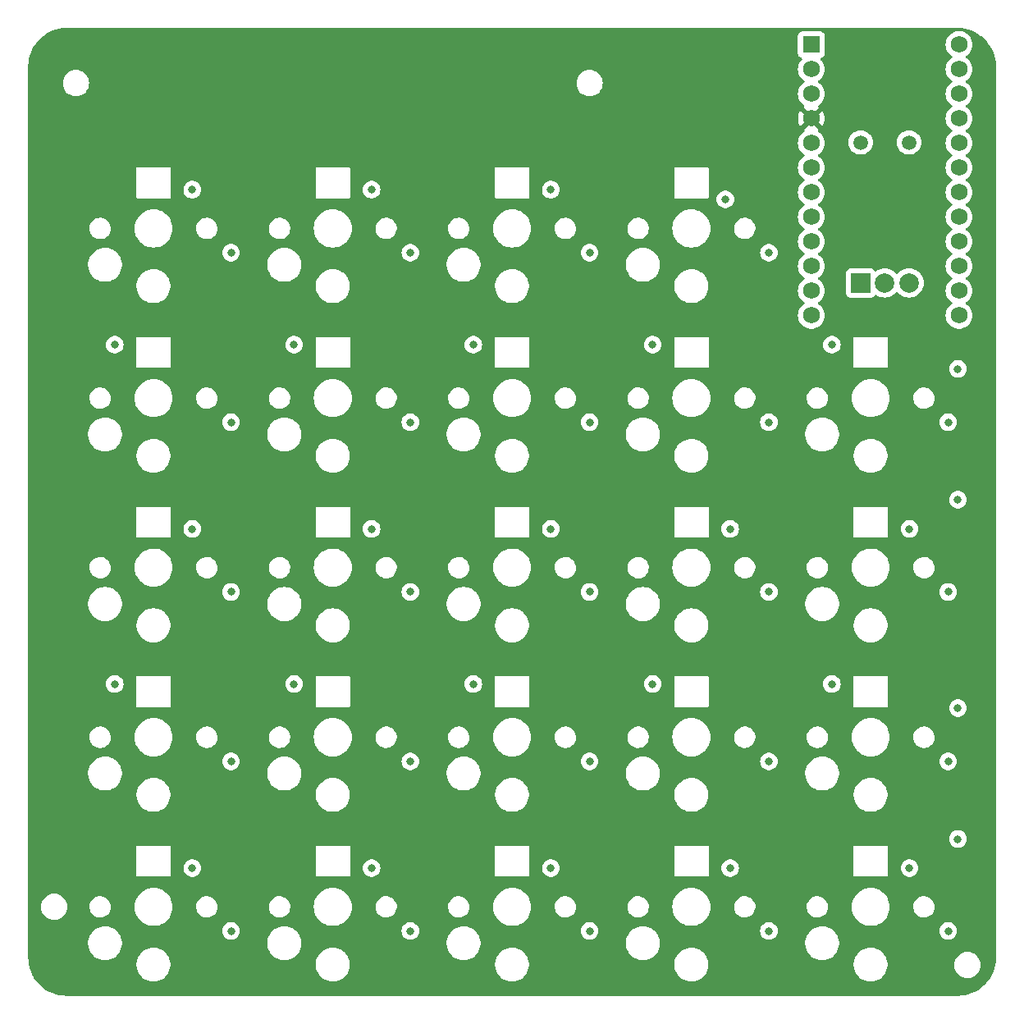
<source format=gbr>
%TF.GenerationSoftware,KiCad,Pcbnew,7.0.10*%
%TF.CreationDate,2024-03-08T11:43:41+01:00*%
%TF.ProjectId,eepypad,65657079-7061-4642-9e6b-696361645f70,1.0*%
%TF.SameCoordinates,Original*%
%TF.FileFunction,Copper,L2,Inr*%
%TF.FilePolarity,Positive*%
%FSLAX46Y46*%
G04 Gerber Fmt 4.6, Leading zero omitted, Abs format (unit mm)*
G04 Created by KiCad (PCBNEW 7.0.10) date 2024-03-08 11:43:41*
%MOMM*%
%LPD*%
G01*
G04 APERTURE LIST*
%TA.AperFunction,ComponentPad*%
%ADD10R,1.752600X1.752600*%
%TD*%
%TA.AperFunction,ComponentPad*%
%ADD11C,1.752600*%
%TD*%
%TA.AperFunction,ComponentPad*%
%ADD12C,1.500000*%
%TD*%
%TA.AperFunction,ComponentPad*%
%ADD13R,2.000000X2.000000*%
%TD*%
%TA.AperFunction,ComponentPad*%
%ADD14C,2.000000*%
%TD*%
%TA.AperFunction,ViaPad*%
%ADD15C,0.800000*%
%TD*%
G04 APERTURE END LIST*
D10*
%TO.N,RAW*%
%TO.C,MCU1*%
X167880000Y-61030000D03*
D11*
%TO.N,GND*%
X167880000Y-63570000D03*
%TO.N,RST*%
X167880000Y-66110000D03*
%TO.N,VCC*%
X167880000Y-68650000D03*
%TO.N,P21*%
X167880000Y-71190000D03*
%TO.N,P20*%
X167880000Y-73730000D03*
%TO.N,P19*%
X167880000Y-76270000D03*
%TO.N,P18*%
X167880000Y-78810000D03*
%TO.N,P15*%
X167880000Y-81350000D03*
%TO.N,P14*%
X167880000Y-83890000D03*
%TO.N,P16*%
X167880000Y-86430000D03*
%TO.N,P10*%
X167880000Y-88970000D03*
%TO.N,P1*%
X183120000Y-61030000D03*
%TO.N,P0*%
X183120000Y-63570000D03*
%TO.N,GND*%
X183120000Y-66110000D03*
X183120000Y-68650000D03*
%TO.N,P2*%
X183120000Y-71190000D03*
%TO.N,P3*%
X183120000Y-73730000D03*
%TO.N,P4*%
X183120000Y-76270000D03*
%TO.N,P5*%
X183120000Y-78810000D03*
%TO.N,P6*%
X183120000Y-81350000D03*
%TO.N,P7*%
X183120000Y-83890000D03*
%TO.N,P8*%
X183120000Y-86430000D03*
%TO.N,P9*%
X183120000Y-88970000D03*
%TD*%
D12*
%TO.N,five_five*%
%TO.C,ROT1*%
X172960000Y-71120000D03*
%TO.N,P9*%
X177960000Y-71120000D03*
D13*
%TO.N,P3*%
X172960000Y-85620000D03*
D14*
%TO.N,P4*%
X177960000Y-85620000D03*
%TO.N,GND*%
X175460000Y-85620000D03*
%TD*%
D15*
%TO.N,GND*%
X151500000Y-92000000D03*
X122500000Y-111000000D03*
X159000000Y-77000000D03*
X96000000Y-127000000D03*
X159500000Y-111000000D03*
X151500000Y-127000000D03*
X122500000Y-146000000D03*
X178000000Y-146000000D03*
X133000000Y-92000000D03*
X170000000Y-92000000D03*
X114500000Y-92000000D03*
X141000000Y-146000000D03*
X104000000Y-111000000D03*
X114500000Y-127000000D03*
X159500000Y-146000000D03*
X96000000Y-92000000D03*
X141000000Y-111000000D03*
X178000000Y-111000000D03*
X133000000Y-127000000D03*
X141000000Y-76000000D03*
X104000000Y-146000000D03*
X170000000Y-127000000D03*
X104000000Y-76000000D03*
X122500000Y-76000000D03*
%TO.N,P18*%
X108000000Y-152500000D03*
X108000000Y-100000000D03*
X108000000Y-82500000D03*
X108000000Y-135000000D03*
X108000000Y-117500000D03*
%TO.N,P15*%
X126500000Y-117500000D03*
X126500000Y-152500000D03*
X126500000Y-135000000D03*
X126500000Y-100000000D03*
X126500000Y-82500000D03*
%TO.N,P14*%
X145000000Y-117500000D03*
X145000000Y-135000000D03*
X145000000Y-100000000D03*
X145000000Y-152500000D03*
X145000000Y-82500000D03*
%TO.N,P16*%
X163500000Y-100000000D03*
X163500000Y-82500000D03*
X163500000Y-135000000D03*
X163500000Y-117500000D03*
X163500000Y-152500000D03*
%TO.N,P10*%
X182000000Y-152500000D03*
X182000000Y-100000000D03*
X182000000Y-135000000D03*
X182000000Y-117500000D03*
%TO.N,VCC*%
X178250000Y-128500000D03*
X104250000Y-128500000D03*
X132750000Y-144500000D03*
X114250000Y-109500000D03*
X132750000Y-109500000D03*
X95750000Y-109500000D03*
X122750000Y-93500000D03*
X122750000Y-128500000D03*
X141250000Y-93500000D03*
X159750000Y-93500000D03*
X151250000Y-144500000D03*
X159750000Y-128500000D03*
X95750000Y-74500000D03*
X132750000Y-74500000D03*
X114250000Y-144500000D03*
X178250000Y-93500000D03*
X104250000Y-93500000D03*
X114250000Y-74500000D03*
X141250000Y-128500000D03*
X151250000Y-74500000D03*
X169750000Y-109500000D03*
X95750000Y-144500000D03*
X151250000Y-109500000D03*
X169750000Y-144500000D03*
%TO.N,led_dout_five_two*%
X183000000Y-143000000D03*
X183000000Y-129500000D03*
%TO.N,led_dout_five_four*%
X183000000Y-108000000D03*
X183000000Y-94500000D03*
%TD*%
%TA.AperFunction,Conductor*%
%TO.N,VCC*%
G36*
X183002855Y-59325632D02*
G01*
X183356390Y-59341976D01*
X183367779Y-59343032D01*
X183715457Y-59391531D01*
X183726701Y-59393633D01*
X184068419Y-59474004D01*
X184079409Y-59477131D01*
X184412275Y-59588697D01*
X184422929Y-59592825D01*
X184744065Y-59734620D01*
X184754292Y-59739712D01*
X184992694Y-59872501D01*
X185060970Y-59910531D01*
X185070708Y-59916560D01*
X185360315Y-60114944D01*
X185369452Y-60121845D01*
X185435301Y-60176525D01*
X185639508Y-60346097D01*
X185647972Y-60353813D01*
X185896186Y-60602027D01*
X185903902Y-60610491D01*
X186128152Y-60880544D01*
X186135055Y-60889684D01*
X186333439Y-61179291D01*
X186339468Y-61189029D01*
X186381631Y-61264725D01*
X186502198Y-61481185D01*
X186510280Y-61495694D01*
X186515385Y-61505947D01*
X186657169Y-61827057D01*
X186661307Y-61837737D01*
X186772864Y-62170577D01*
X186775998Y-62181593D01*
X186856364Y-62523290D01*
X186858469Y-62534549D01*
X186906966Y-62882212D01*
X186908023Y-62893616D01*
X186924368Y-63247144D01*
X186924500Y-63252871D01*
X186924500Y-155247128D01*
X186924368Y-155252855D01*
X186908023Y-155606383D01*
X186906966Y-155617787D01*
X186858469Y-155965450D01*
X186856364Y-155976709D01*
X186775998Y-156318406D01*
X186772864Y-156329422D01*
X186661307Y-156662262D01*
X186657169Y-156672942D01*
X186515385Y-156994052D01*
X186510280Y-157004305D01*
X186339468Y-157310970D01*
X186333439Y-157320708D01*
X186135055Y-157610315D01*
X186128152Y-157619455D01*
X185903902Y-157889508D01*
X185896186Y-157897972D01*
X185647972Y-158146186D01*
X185639508Y-158153902D01*
X185369455Y-158378152D01*
X185360315Y-158385055D01*
X185070708Y-158583439D01*
X185060970Y-158589468D01*
X184754305Y-158760280D01*
X184744052Y-158765385D01*
X184422942Y-158907169D01*
X184412262Y-158911307D01*
X184079422Y-159022864D01*
X184068406Y-159025998D01*
X183726709Y-159106364D01*
X183715450Y-159108469D01*
X183367787Y-159156966D01*
X183356383Y-159158023D01*
X183002855Y-159174368D01*
X182997128Y-159174500D01*
X91002872Y-159174500D01*
X90997145Y-159174368D01*
X90643616Y-159158023D01*
X90632212Y-159156966D01*
X90284549Y-159108469D01*
X90273290Y-159106364D01*
X89931593Y-159025998D01*
X89920577Y-159022864D01*
X89587737Y-158911307D01*
X89577057Y-158907169D01*
X89255947Y-158765385D01*
X89245699Y-158760282D01*
X89145827Y-158704654D01*
X88939029Y-158589468D01*
X88929291Y-158583439D01*
X88639684Y-158385055D01*
X88630544Y-158378152D01*
X88360491Y-158153902D01*
X88352027Y-158146186D01*
X88103813Y-157897972D01*
X88096097Y-157889508D01*
X87939146Y-157700500D01*
X87871845Y-157619452D01*
X87864944Y-157610315D01*
X87811001Y-157531568D01*
X87721140Y-157400386D01*
X87666560Y-157320708D01*
X87660531Y-157310970D01*
X87618369Y-157235275D01*
X87489712Y-157004292D01*
X87484620Y-156994065D01*
X87342825Y-156672929D01*
X87338697Y-156662275D01*
X87227131Y-156329409D01*
X87224004Y-156318419D01*
X87168208Y-156081187D01*
X98249500Y-156081187D01*
X98265010Y-156184085D01*
X98288604Y-156340615D01*
X98288605Y-156340617D01*
X98288606Y-156340623D01*
X98365938Y-156591326D01*
X98479767Y-156827696D01*
X98479768Y-156827697D01*
X98479770Y-156827700D01*
X98479772Y-156827704D01*
X98623487Y-157038495D01*
X98627567Y-157044479D01*
X98806014Y-157236801D01*
X98806018Y-157236804D01*
X98806019Y-157236805D01*
X99011143Y-157400386D01*
X99238357Y-157531568D01*
X99482584Y-157627420D01*
X99738370Y-157685802D01*
X99738376Y-157685802D01*
X99738379Y-157685803D01*
X99934484Y-157700499D01*
X99934503Y-157700499D01*
X99934506Y-157700500D01*
X99934508Y-157700500D01*
X100065492Y-157700500D01*
X100065494Y-157700500D01*
X100065496Y-157700499D01*
X100065515Y-157700499D01*
X100261620Y-157685803D01*
X100261622Y-157685802D01*
X100261630Y-157685802D01*
X100517416Y-157627420D01*
X100761643Y-157531568D01*
X100988857Y-157400386D01*
X101193981Y-157236805D01*
X101372433Y-157044479D01*
X101520228Y-156827704D01*
X101634063Y-156591323D01*
X101711396Y-156340615D01*
X101750499Y-156081187D01*
X116749500Y-156081187D01*
X116765010Y-156184085D01*
X116788604Y-156340615D01*
X116788605Y-156340617D01*
X116788606Y-156340623D01*
X116865938Y-156591326D01*
X116979767Y-156827696D01*
X116979768Y-156827697D01*
X116979770Y-156827700D01*
X116979772Y-156827704D01*
X117123487Y-157038495D01*
X117127567Y-157044479D01*
X117306014Y-157236801D01*
X117306018Y-157236804D01*
X117306019Y-157236805D01*
X117511143Y-157400386D01*
X117738357Y-157531568D01*
X117982584Y-157627420D01*
X118238370Y-157685802D01*
X118238376Y-157685802D01*
X118238379Y-157685803D01*
X118434484Y-157700499D01*
X118434503Y-157700499D01*
X118434506Y-157700500D01*
X118434508Y-157700500D01*
X118565492Y-157700500D01*
X118565494Y-157700500D01*
X118565496Y-157700499D01*
X118565515Y-157700499D01*
X118761620Y-157685803D01*
X118761622Y-157685802D01*
X118761630Y-157685802D01*
X119017416Y-157627420D01*
X119261643Y-157531568D01*
X119488857Y-157400386D01*
X119693981Y-157236805D01*
X119872433Y-157044479D01*
X120020228Y-156827704D01*
X120134063Y-156591323D01*
X120211396Y-156340615D01*
X120250499Y-156081187D01*
X135249500Y-156081187D01*
X135265010Y-156184085D01*
X135288604Y-156340615D01*
X135288605Y-156340617D01*
X135288606Y-156340623D01*
X135365938Y-156591326D01*
X135479767Y-156827696D01*
X135479768Y-156827697D01*
X135479770Y-156827700D01*
X135479772Y-156827704D01*
X135623487Y-157038495D01*
X135627567Y-157044479D01*
X135806014Y-157236801D01*
X135806018Y-157236804D01*
X135806019Y-157236805D01*
X136011143Y-157400386D01*
X136238357Y-157531568D01*
X136482584Y-157627420D01*
X136738370Y-157685802D01*
X136738376Y-157685802D01*
X136738379Y-157685803D01*
X136934484Y-157700499D01*
X136934503Y-157700499D01*
X136934506Y-157700500D01*
X136934508Y-157700500D01*
X137065492Y-157700500D01*
X137065494Y-157700500D01*
X137065496Y-157700499D01*
X137065515Y-157700499D01*
X137261620Y-157685803D01*
X137261622Y-157685802D01*
X137261630Y-157685802D01*
X137517416Y-157627420D01*
X137761643Y-157531568D01*
X137988857Y-157400386D01*
X138193981Y-157236805D01*
X138372433Y-157044479D01*
X138520228Y-156827704D01*
X138634063Y-156591323D01*
X138711396Y-156340615D01*
X138750499Y-156081187D01*
X153749500Y-156081187D01*
X153765010Y-156184085D01*
X153788604Y-156340615D01*
X153788605Y-156340617D01*
X153788606Y-156340623D01*
X153865938Y-156591326D01*
X153979767Y-156827696D01*
X153979768Y-156827697D01*
X153979770Y-156827700D01*
X153979772Y-156827704D01*
X154123487Y-157038495D01*
X154127567Y-157044479D01*
X154306014Y-157236801D01*
X154306018Y-157236804D01*
X154306019Y-157236805D01*
X154511143Y-157400386D01*
X154738357Y-157531568D01*
X154982584Y-157627420D01*
X155238370Y-157685802D01*
X155238376Y-157685802D01*
X155238379Y-157685803D01*
X155434484Y-157700499D01*
X155434503Y-157700499D01*
X155434506Y-157700500D01*
X155434508Y-157700500D01*
X155565492Y-157700500D01*
X155565494Y-157700500D01*
X155565496Y-157700499D01*
X155565515Y-157700499D01*
X155761620Y-157685803D01*
X155761622Y-157685802D01*
X155761630Y-157685802D01*
X156017416Y-157627420D01*
X156261643Y-157531568D01*
X156488857Y-157400386D01*
X156693981Y-157236805D01*
X156872433Y-157044479D01*
X157020228Y-156827704D01*
X157134063Y-156591323D01*
X157211396Y-156340615D01*
X157250499Y-156081187D01*
X172249500Y-156081187D01*
X172265010Y-156184085D01*
X172288604Y-156340615D01*
X172288605Y-156340617D01*
X172288606Y-156340623D01*
X172365938Y-156591326D01*
X172479767Y-156827696D01*
X172479768Y-156827697D01*
X172479770Y-156827700D01*
X172479772Y-156827704D01*
X172623487Y-157038495D01*
X172627567Y-157044479D01*
X172806014Y-157236801D01*
X172806018Y-157236804D01*
X172806019Y-157236805D01*
X173011143Y-157400386D01*
X173238357Y-157531568D01*
X173482584Y-157627420D01*
X173738370Y-157685802D01*
X173738376Y-157685802D01*
X173738379Y-157685803D01*
X173934484Y-157700499D01*
X173934503Y-157700499D01*
X173934506Y-157700500D01*
X173934508Y-157700500D01*
X174065492Y-157700500D01*
X174065494Y-157700500D01*
X174065496Y-157700499D01*
X174065515Y-157700499D01*
X174261620Y-157685803D01*
X174261622Y-157685802D01*
X174261630Y-157685802D01*
X174517416Y-157627420D01*
X174761643Y-157531568D01*
X174988857Y-157400386D01*
X175193981Y-157236805D01*
X175372433Y-157044479D01*
X175520228Y-156827704D01*
X175634063Y-156591323D01*
X175711396Y-156340615D01*
X175750500Y-156081182D01*
X175750500Y-156000000D01*
X182644341Y-156000000D01*
X182664936Y-156235403D01*
X182664938Y-156235413D01*
X182726094Y-156463655D01*
X182726096Y-156463659D01*
X182726097Y-156463663D01*
X182776031Y-156570746D01*
X182825964Y-156677828D01*
X182825965Y-156677830D01*
X182961505Y-156871402D01*
X183128597Y-157038494D01*
X183322169Y-157174034D01*
X183322171Y-157174035D01*
X183536337Y-157273903D01*
X183764592Y-157335063D01*
X183941032Y-157350499D01*
X183941033Y-157350500D01*
X183941034Y-157350500D01*
X184058967Y-157350500D01*
X184058967Y-157350499D01*
X184235408Y-157335063D01*
X184463663Y-157273903D01*
X184677829Y-157174035D01*
X184871401Y-157038495D01*
X185038495Y-156871401D01*
X185174035Y-156677830D01*
X185273903Y-156463663D01*
X185335063Y-156235408D01*
X185355659Y-156000000D01*
X185335063Y-155764592D01*
X185273903Y-155536337D01*
X185174035Y-155322171D01*
X185174034Y-155322169D01*
X185038494Y-155128597D01*
X184871402Y-154961505D01*
X184677830Y-154825965D01*
X184677828Y-154825964D01*
X184570746Y-154776031D01*
X184463663Y-154726097D01*
X184463659Y-154726096D01*
X184463655Y-154726094D01*
X184235413Y-154664938D01*
X184235403Y-154664936D01*
X184058967Y-154649500D01*
X184058966Y-154649500D01*
X183941034Y-154649500D01*
X183941033Y-154649500D01*
X183764596Y-154664936D01*
X183764586Y-154664938D01*
X183536344Y-154726094D01*
X183536335Y-154726098D01*
X183322171Y-154825964D01*
X183322169Y-154825965D01*
X183128597Y-154961505D01*
X182961506Y-155128597D01*
X182961501Y-155128604D01*
X182825967Y-155322165D01*
X182825965Y-155322169D01*
X182726098Y-155536335D01*
X182726094Y-155536344D01*
X182664938Y-155764586D01*
X182664936Y-155764596D01*
X182644341Y-155999999D01*
X182644341Y-156000000D01*
X175750500Y-156000000D01*
X175750500Y-155818818D01*
X175711396Y-155559385D01*
X175634063Y-155308677D01*
X175581913Y-155200386D01*
X175520232Y-155072303D01*
X175520231Y-155072302D01*
X175520230Y-155072301D01*
X175520228Y-155072296D01*
X175372433Y-154855521D01*
X175345008Y-154825964D01*
X175193985Y-154663198D01*
X175149467Y-154627696D01*
X174988857Y-154499614D01*
X174761643Y-154368432D01*
X174517416Y-154272580D01*
X174517411Y-154272578D01*
X174517402Y-154272576D01*
X174299818Y-154222914D01*
X174261630Y-154214198D01*
X174261629Y-154214197D01*
X174261625Y-154214197D01*
X174261620Y-154214196D01*
X174065515Y-154199500D01*
X174065494Y-154199500D01*
X173934506Y-154199500D01*
X173934484Y-154199500D01*
X173738379Y-154214196D01*
X173738374Y-154214197D01*
X173482597Y-154272576D01*
X173482578Y-154272582D01*
X173238356Y-154368432D01*
X173011143Y-154499614D01*
X172806014Y-154663198D01*
X172627567Y-154855520D01*
X172479768Y-155072302D01*
X172479767Y-155072303D01*
X172365938Y-155308673D01*
X172288606Y-155559376D01*
X172288605Y-155559381D01*
X172288604Y-155559385D01*
X172279801Y-155617787D01*
X172249500Y-155818812D01*
X172249500Y-156081187D01*
X157250499Y-156081187D01*
X157250500Y-156081182D01*
X157250500Y-155818818D01*
X157211396Y-155559385D01*
X157134063Y-155308677D01*
X157081913Y-155200386D01*
X157020232Y-155072303D01*
X157020231Y-155072302D01*
X157020230Y-155072301D01*
X157020228Y-155072296D01*
X156872433Y-154855521D01*
X156845008Y-154825964D01*
X156693985Y-154663198D01*
X156649467Y-154627696D01*
X156488857Y-154499614D01*
X156261643Y-154368432D01*
X156017416Y-154272580D01*
X156017411Y-154272578D01*
X156017402Y-154272576D01*
X155799818Y-154222914D01*
X155761630Y-154214198D01*
X155761629Y-154214197D01*
X155761625Y-154214197D01*
X155761620Y-154214196D01*
X155565515Y-154199500D01*
X155565494Y-154199500D01*
X155434506Y-154199500D01*
X155434484Y-154199500D01*
X155238379Y-154214196D01*
X155238374Y-154214197D01*
X154982597Y-154272576D01*
X154982578Y-154272582D01*
X154738356Y-154368432D01*
X154511143Y-154499614D01*
X154306014Y-154663198D01*
X154127567Y-154855520D01*
X153979768Y-155072302D01*
X153979767Y-155072303D01*
X153865938Y-155308673D01*
X153788606Y-155559376D01*
X153788605Y-155559381D01*
X153788604Y-155559385D01*
X153779801Y-155617787D01*
X153749500Y-155818812D01*
X153749500Y-156081187D01*
X138750499Y-156081187D01*
X138750500Y-156081182D01*
X138750500Y-155818818D01*
X138711396Y-155559385D01*
X138634063Y-155308677D01*
X138581913Y-155200386D01*
X138520232Y-155072303D01*
X138520231Y-155072302D01*
X138520230Y-155072301D01*
X138520228Y-155072296D01*
X138372433Y-154855521D01*
X138345008Y-154825964D01*
X138193985Y-154663198D01*
X138149467Y-154627696D01*
X137988857Y-154499614D01*
X137761643Y-154368432D01*
X137517416Y-154272580D01*
X137517411Y-154272578D01*
X137517402Y-154272576D01*
X137299818Y-154222914D01*
X137261630Y-154214198D01*
X137261629Y-154214197D01*
X137261625Y-154214197D01*
X137261620Y-154214196D01*
X137065515Y-154199500D01*
X137065494Y-154199500D01*
X136934506Y-154199500D01*
X136934484Y-154199500D01*
X136738379Y-154214196D01*
X136738374Y-154214197D01*
X136482597Y-154272576D01*
X136482578Y-154272582D01*
X136238356Y-154368432D01*
X136011143Y-154499614D01*
X135806014Y-154663198D01*
X135627567Y-154855520D01*
X135479768Y-155072302D01*
X135479767Y-155072303D01*
X135365938Y-155308673D01*
X135288606Y-155559376D01*
X135288605Y-155559381D01*
X135288604Y-155559385D01*
X135279801Y-155617787D01*
X135249500Y-155818812D01*
X135249500Y-156081187D01*
X120250499Y-156081187D01*
X120250500Y-156081182D01*
X120250500Y-155818818D01*
X120211396Y-155559385D01*
X120134063Y-155308677D01*
X120081913Y-155200386D01*
X120020232Y-155072303D01*
X120020231Y-155072302D01*
X120020230Y-155072301D01*
X120020228Y-155072296D01*
X119872433Y-154855521D01*
X119845008Y-154825964D01*
X119693985Y-154663198D01*
X119649467Y-154627696D01*
X119488857Y-154499614D01*
X119261643Y-154368432D01*
X119017416Y-154272580D01*
X119017411Y-154272578D01*
X119017402Y-154272576D01*
X118799818Y-154222914D01*
X118761630Y-154214198D01*
X118761629Y-154214197D01*
X118761625Y-154214197D01*
X118761620Y-154214196D01*
X118565515Y-154199500D01*
X118565494Y-154199500D01*
X118434506Y-154199500D01*
X118434484Y-154199500D01*
X118238379Y-154214196D01*
X118238374Y-154214197D01*
X117982597Y-154272576D01*
X117982578Y-154272582D01*
X117738356Y-154368432D01*
X117511143Y-154499614D01*
X117306014Y-154663198D01*
X117127567Y-154855520D01*
X116979768Y-155072302D01*
X116979767Y-155072303D01*
X116865938Y-155308673D01*
X116788606Y-155559376D01*
X116788605Y-155559381D01*
X116788604Y-155559385D01*
X116779801Y-155617787D01*
X116749500Y-155818812D01*
X116749500Y-156081187D01*
X101750499Y-156081187D01*
X101750500Y-156081182D01*
X101750500Y-155818818D01*
X101711396Y-155559385D01*
X101634063Y-155308677D01*
X101581913Y-155200386D01*
X101520232Y-155072303D01*
X101520231Y-155072302D01*
X101520230Y-155072301D01*
X101520228Y-155072296D01*
X101372433Y-154855521D01*
X101345008Y-154825964D01*
X101193985Y-154663198D01*
X101149467Y-154627696D01*
X100988857Y-154499614D01*
X100761643Y-154368432D01*
X100517416Y-154272580D01*
X100517411Y-154272578D01*
X100517402Y-154272576D01*
X100299818Y-154222914D01*
X100261630Y-154214198D01*
X100261629Y-154214197D01*
X100261625Y-154214197D01*
X100261620Y-154214196D01*
X100065515Y-154199500D01*
X100065494Y-154199500D01*
X99934506Y-154199500D01*
X99934484Y-154199500D01*
X99738379Y-154214196D01*
X99738374Y-154214197D01*
X99482597Y-154272576D01*
X99482578Y-154272582D01*
X99238356Y-154368432D01*
X99011143Y-154499614D01*
X98806014Y-154663198D01*
X98627567Y-154855520D01*
X98479768Y-155072302D01*
X98479767Y-155072303D01*
X98365938Y-155308673D01*
X98288606Y-155559376D01*
X98288605Y-155559381D01*
X98288604Y-155559385D01*
X98279801Y-155617787D01*
X98249500Y-155818812D01*
X98249500Y-156081187D01*
X87168208Y-156081187D01*
X87143633Y-155976701D01*
X87141530Y-155965450D01*
X87113511Y-155764592D01*
X87093032Y-155617779D01*
X87091976Y-155606383D01*
X87089803Y-155559385D01*
X87075632Y-155252855D01*
X87075500Y-155247128D01*
X87075500Y-153881187D01*
X93249500Y-153881187D01*
X93269794Y-154015823D01*
X93288604Y-154140615D01*
X93288605Y-154140617D01*
X93288606Y-154140623D01*
X93365938Y-154391326D01*
X93479767Y-154627696D01*
X93479768Y-154627697D01*
X93479770Y-154627700D01*
X93479772Y-154627704D01*
X93546856Y-154726098D01*
X93627567Y-154844479D01*
X93806014Y-155036801D01*
X93806018Y-155036804D01*
X93806019Y-155036805D01*
X94011143Y-155200386D01*
X94238357Y-155331568D01*
X94482584Y-155427420D01*
X94738370Y-155485802D01*
X94738376Y-155485802D01*
X94738379Y-155485803D01*
X94934484Y-155500499D01*
X94934503Y-155500499D01*
X94934506Y-155500500D01*
X94934508Y-155500500D01*
X95065492Y-155500500D01*
X95065494Y-155500500D01*
X95065496Y-155500499D01*
X95065515Y-155500499D01*
X95261620Y-155485803D01*
X95261622Y-155485802D01*
X95261630Y-155485802D01*
X95517416Y-155427420D01*
X95761643Y-155331568D01*
X95988857Y-155200386D01*
X96193981Y-155036805D01*
X96372433Y-154844479D01*
X96520228Y-154627704D01*
X96634063Y-154391323D01*
X96711396Y-154140615D01*
X96750499Y-153881187D01*
X111749500Y-153881187D01*
X111769794Y-154015823D01*
X111788604Y-154140615D01*
X111788605Y-154140617D01*
X111788606Y-154140623D01*
X111865938Y-154391326D01*
X111979767Y-154627696D01*
X111979768Y-154627697D01*
X111979770Y-154627700D01*
X111979772Y-154627704D01*
X112046856Y-154726098D01*
X112127567Y-154844479D01*
X112306014Y-155036801D01*
X112306018Y-155036804D01*
X112306019Y-155036805D01*
X112511143Y-155200386D01*
X112738357Y-155331568D01*
X112982584Y-155427420D01*
X113238370Y-155485802D01*
X113238376Y-155485802D01*
X113238379Y-155485803D01*
X113434484Y-155500499D01*
X113434503Y-155500499D01*
X113434506Y-155500500D01*
X113434508Y-155500500D01*
X113565492Y-155500500D01*
X113565494Y-155500500D01*
X113565496Y-155500499D01*
X113565515Y-155500499D01*
X113761620Y-155485803D01*
X113761622Y-155485802D01*
X113761630Y-155485802D01*
X114017416Y-155427420D01*
X114261643Y-155331568D01*
X114488857Y-155200386D01*
X114693981Y-155036805D01*
X114872433Y-154844479D01*
X115020228Y-154627704D01*
X115134063Y-154391323D01*
X115211396Y-154140615D01*
X115250499Y-153881187D01*
X130249500Y-153881187D01*
X130269794Y-154015823D01*
X130288604Y-154140615D01*
X130288605Y-154140617D01*
X130288606Y-154140623D01*
X130365938Y-154391326D01*
X130479767Y-154627696D01*
X130479768Y-154627697D01*
X130479770Y-154627700D01*
X130479772Y-154627704D01*
X130546856Y-154726098D01*
X130627567Y-154844479D01*
X130806014Y-155036801D01*
X130806018Y-155036804D01*
X130806019Y-155036805D01*
X131011143Y-155200386D01*
X131238357Y-155331568D01*
X131482584Y-155427420D01*
X131738370Y-155485802D01*
X131738376Y-155485802D01*
X131738379Y-155485803D01*
X131934484Y-155500499D01*
X131934503Y-155500499D01*
X131934506Y-155500500D01*
X131934508Y-155500500D01*
X132065492Y-155500500D01*
X132065494Y-155500500D01*
X132065496Y-155500499D01*
X132065515Y-155500499D01*
X132261620Y-155485803D01*
X132261622Y-155485802D01*
X132261630Y-155485802D01*
X132517416Y-155427420D01*
X132761643Y-155331568D01*
X132988857Y-155200386D01*
X133193981Y-155036805D01*
X133372433Y-154844479D01*
X133520228Y-154627704D01*
X133634063Y-154391323D01*
X133711396Y-154140615D01*
X133750499Y-153881187D01*
X148749500Y-153881187D01*
X148769794Y-154015823D01*
X148788604Y-154140615D01*
X148788605Y-154140617D01*
X148788606Y-154140623D01*
X148865938Y-154391326D01*
X148979767Y-154627696D01*
X148979768Y-154627697D01*
X148979770Y-154627700D01*
X148979772Y-154627704D01*
X149046856Y-154726098D01*
X149127567Y-154844479D01*
X149306014Y-155036801D01*
X149306018Y-155036804D01*
X149306019Y-155036805D01*
X149511143Y-155200386D01*
X149738357Y-155331568D01*
X149982584Y-155427420D01*
X150238370Y-155485802D01*
X150238376Y-155485802D01*
X150238379Y-155485803D01*
X150434484Y-155500499D01*
X150434503Y-155500499D01*
X150434506Y-155500500D01*
X150434508Y-155500500D01*
X150565492Y-155500500D01*
X150565494Y-155500500D01*
X150565496Y-155500499D01*
X150565515Y-155500499D01*
X150761620Y-155485803D01*
X150761622Y-155485802D01*
X150761630Y-155485802D01*
X151017416Y-155427420D01*
X151261643Y-155331568D01*
X151488857Y-155200386D01*
X151693981Y-155036805D01*
X151872433Y-154844479D01*
X152020228Y-154627704D01*
X152134063Y-154391323D01*
X152211396Y-154140615D01*
X152250499Y-153881187D01*
X167249500Y-153881187D01*
X167269794Y-154015823D01*
X167288604Y-154140615D01*
X167288605Y-154140617D01*
X167288606Y-154140623D01*
X167365938Y-154391326D01*
X167479767Y-154627696D01*
X167479768Y-154627697D01*
X167479770Y-154627700D01*
X167479772Y-154627704D01*
X167546856Y-154726098D01*
X167627567Y-154844479D01*
X167806014Y-155036801D01*
X167806018Y-155036804D01*
X167806019Y-155036805D01*
X168011143Y-155200386D01*
X168238357Y-155331568D01*
X168482584Y-155427420D01*
X168738370Y-155485802D01*
X168738376Y-155485802D01*
X168738379Y-155485803D01*
X168934484Y-155500499D01*
X168934503Y-155500499D01*
X168934506Y-155500500D01*
X168934508Y-155500500D01*
X169065492Y-155500500D01*
X169065494Y-155500500D01*
X169065496Y-155500499D01*
X169065515Y-155500499D01*
X169261620Y-155485803D01*
X169261622Y-155485802D01*
X169261630Y-155485802D01*
X169517416Y-155427420D01*
X169761643Y-155331568D01*
X169988857Y-155200386D01*
X170193981Y-155036805D01*
X170372433Y-154844479D01*
X170520228Y-154627704D01*
X170634063Y-154391323D01*
X170711396Y-154140615D01*
X170750500Y-153881182D01*
X170750500Y-153618818D01*
X170711396Y-153359385D01*
X170634063Y-153108677D01*
X170599517Y-153036942D01*
X170520232Y-152872303D01*
X170520231Y-152872302D01*
X170520230Y-152872301D01*
X170520228Y-152872296D01*
X170372433Y-152655521D01*
X170362441Y-152644753D01*
X170228132Y-152500000D01*
X181086496Y-152500000D01*
X181106458Y-152689928D01*
X181106459Y-152689931D01*
X181165470Y-152871549D01*
X181165473Y-152871556D01*
X181260960Y-153036944D01*
X181388747Y-153178866D01*
X181543248Y-153291118D01*
X181717712Y-153368794D01*
X181904513Y-153408500D01*
X182095487Y-153408500D01*
X182282288Y-153368794D01*
X182456752Y-153291118D01*
X182611253Y-153178866D01*
X182739040Y-153036944D01*
X182834527Y-152871556D01*
X182893542Y-152689928D01*
X182913504Y-152500000D01*
X182893542Y-152310072D01*
X182834527Y-152128444D01*
X182739040Y-151963056D01*
X182611253Y-151821134D01*
X182456752Y-151708882D01*
X182282288Y-151631206D01*
X182282286Y-151631205D01*
X182095487Y-151591500D01*
X181904513Y-151591500D01*
X181717714Y-151631205D01*
X181543246Y-151708883D01*
X181388745Y-151821135D01*
X181260959Y-151963057D01*
X181165473Y-152128443D01*
X181165470Y-152128450D01*
X181109856Y-152299614D01*
X181106458Y-152310072D01*
X181086496Y-152500000D01*
X170228132Y-152500000D01*
X170193985Y-152463198D01*
X170154533Y-152431736D01*
X169988857Y-152299614D01*
X169761643Y-152168432D01*
X169517416Y-152072580D01*
X169517411Y-152072578D01*
X169517402Y-152072576D01*
X169299818Y-152022914D01*
X169261630Y-152014198D01*
X169261629Y-152014197D01*
X169261625Y-152014197D01*
X169261620Y-152014196D01*
X169065515Y-151999500D01*
X169065494Y-151999500D01*
X168934506Y-151999500D01*
X168934484Y-151999500D01*
X168738379Y-152014196D01*
X168738374Y-152014197D01*
X168482597Y-152072576D01*
X168482578Y-152072582D01*
X168238356Y-152168432D01*
X168011143Y-152299614D01*
X167806014Y-152463198D01*
X167627567Y-152655520D01*
X167479768Y-152872302D01*
X167479767Y-152872303D01*
X167365938Y-153108673D01*
X167288606Y-153359376D01*
X167288605Y-153359381D01*
X167288604Y-153359385D01*
X167287186Y-153368794D01*
X167249500Y-153618812D01*
X167249500Y-153881187D01*
X152250499Y-153881187D01*
X152250500Y-153881182D01*
X152250500Y-153618818D01*
X152211396Y-153359385D01*
X152134063Y-153108677D01*
X152099517Y-153036942D01*
X152020232Y-152872303D01*
X152020231Y-152872302D01*
X152020230Y-152872301D01*
X152020228Y-152872296D01*
X151872433Y-152655521D01*
X151862441Y-152644753D01*
X151728132Y-152500000D01*
X162586496Y-152500000D01*
X162606458Y-152689928D01*
X162606459Y-152689931D01*
X162665470Y-152871549D01*
X162665473Y-152871556D01*
X162760960Y-153036944D01*
X162888747Y-153178866D01*
X163043248Y-153291118D01*
X163217712Y-153368794D01*
X163404513Y-153408500D01*
X163595487Y-153408500D01*
X163782288Y-153368794D01*
X163956752Y-153291118D01*
X164111253Y-153178866D01*
X164239040Y-153036944D01*
X164334527Y-152871556D01*
X164393542Y-152689928D01*
X164413504Y-152500000D01*
X164393542Y-152310072D01*
X164334527Y-152128444D01*
X164239040Y-151963056D01*
X164111253Y-151821134D01*
X163956752Y-151708882D01*
X163782288Y-151631206D01*
X163782286Y-151631205D01*
X163595487Y-151591500D01*
X163404513Y-151591500D01*
X163217714Y-151631205D01*
X163043246Y-151708883D01*
X162888745Y-151821135D01*
X162760959Y-151963057D01*
X162665473Y-152128443D01*
X162665470Y-152128450D01*
X162609856Y-152299614D01*
X162606458Y-152310072D01*
X162586496Y-152500000D01*
X151728132Y-152500000D01*
X151693985Y-152463198D01*
X151654533Y-152431736D01*
X151488857Y-152299614D01*
X151261643Y-152168432D01*
X151017416Y-152072580D01*
X151017411Y-152072578D01*
X151017402Y-152072576D01*
X150799818Y-152022914D01*
X150761630Y-152014198D01*
X150761629Y-152014197D01*
X150761625Y-152014197D01*
X150761620Y-152014196D01*
X150565515Y-151999500D01*
X150565494Y-151999500D01*
X150434506Y-151999500D01*
X150434484Y-151999500D01*
X150238379Y-152014196D01*
X150238374Y-152014197D01*
X149982597Y-152072576D01*
X149982578Y-152072582D01*
X149738356Y-152168432D01*
X149511143Y-152299614D01*
X149306014Y-152463198D01*
X149127567Y-152655520D01*
X148979768Y-152872302D01*
X148979767Y-152872303D01*
X148865938Y-153108673D01*
X148788606Y-153359376D01*
X148788605Y-153359381D01*
X148788604Y-153359385D01*
X148787186Y-153368794D01*
X148749500Y-153618812D01*
X148749500Y-153881187D01*
X133750499Y-153881187D01*
X133750500Y-153881182D01*
X133750500Y-153618818D01*
X133711396Y-153359385D01*
X133634063Y-153108677D01*
X133599517Y-153036942D01*
X133520232Y-152872303D01*
X133520231Y-152872302D01*
X133520230Y-152872301D01*
X133520228Y-152872296D01*
X133372433Y-152655521D01*
X133362441Y-152644753D01*
X133228132Y-152500000D01*
X144086496Y-152500000D01*
X144106458Y-152689928D01*
X144106459Y-152689931D01*
X144165470Y-152871549D01*
X144165473Y-152871556D01*
X144260960Y-153036944D01*
X144388747Y-153178866D01*
X144543248Y-153291118D01*
X144717712Y-153368794D01*
X144904513Y-153408500D01*
X145095487Y-153408500D01*
X145282288Y-153368794D01*
X145456752Y-153291118D01*
X145611253Y-153178866D01*
X145739040Y-153036944D01*
X145834527Y-152871556D01*
X145893542Y-152689928D01*
X145913504Y-152500000D01*
X145893542Y-152310072D01*
X145834527Y-152128444D01*
X145739040Y-151963056D01*
X145611253Y-151821134D01*
X145456752Y-151708882D01*
X145282288Y-151631206D01*
X145282286Y-151631205D01*
X145095487Y-151591500D01*
X144904513Y-151591500D01*
X144717714Y-151631205D01*
X144543246Y-151708883D01*
X144388745Y-151821135D01*
X144260959Y-151963057D01*
X144165473Y-152128443D01*
X144165470Y-152128450D01*
X144109856Y-152299614D01*
X144106458Y-152310072D01*
X144086496Y-152500000D01*
X133228132Y-152500000D01*
X133193985Y-152463198D01*
X133154533Y-152431736D01*
X132988857Y-152299614D01*
X132761643Y-152168432D01*
X132517416Y-152072580D01*
X132517411Y-152072578D01*
X132517402Y-152072576D01*
X132299818Y-152022914D01*
X132261630Y-152014198D01*
X132261629Y-152014197D01*
X132261625Y-152014197D01*
X132261620Y-152014196D01*
X132065515Y-151999500D01*
X132065494Y-151999500D01*
X131934506Y-151999500D01*
X131934484Y-151999500D01*
X131738379Y-152014196D01*
X131738374Y-152014197D01*
X131482597Y-152072576D01*
X131482578Y-152072582D01*
X131238356Y-152168432D01*
X131011143Y-152299614D01*
X130806014Y-152463198D01*
X130627567Y-152655520D01*
X130479768Y-152872302D01*
X130479767Y-152872303D01*
X130365938Y-153108673D01*
X130288606Y-153359376D01*
X130288605Y-153359381D01*
X130288604Y-153359385D01*
X130287186Y-153368794D01*
X130249500Y-153618812D01*
X130249500Y-153881187D01*
X115250499Y-153881187D01*
X115250500Y-153881182D01*
X115250500Y-153618818D01*
X115211396Y-153359385D01*
X115134063Y-153108677D01*
X115099517Y-153036942D01*
X115020232Y-152872303D01*
X115020231Y-152872302D01*
X115020230Y-152872301D01*
X115020228Y-152872296D01*
X114872433Y-152655521D01*
X114862441Y-152644753D01*
X114728132Y-152500000D01*
X125586496Y-152500000D01*
X125606458Y-152689928D01*
X125606459Y-152689931D01*
X125665470Y-152871549D01*
X125665473Y-152871556D01*
X125760960Y-153036944D01*
X125888747Y-153178866D01*
X126043248Y-153291118D01*
X126217712Y-153368794D01*
X126404513Y-153408500D01*
X126595487Y-153408500D01*
X126782288Y-153368794D01*
X126956752Y-153291118D01*
X127111253Y-153178866D01*
X127239040Y-153036944D01*
X127334527Y-152871556D01*
X127393542Y-152689928D01*
X127413504Y-152500000D01*
X127393542Y-152310072D01*
X127334527Y-152128444D01*
X127239040Y-151963056D01*
X127111253Y-151821134D01*
X126956752Y-151708882D01*
X126782288Y-151631206D01*
X126782286Y-151631205D01*
X126595487Y-151591500D01*
X126404513Y-151591500D01*
X126217714Y-151631205D01*
X126043246Y-151708883D01*
X125888745Y-151821135D01*
X125760959Y-151963057D01*
X125665473Y-152128443D01*
X125665470Y-152128450D01*
X125609856Y-152299614D01*
X125606458Y-152310072D01*
X125586496Y-152500000D01*
X114728132Y-152500000D01*
X114693985Y-152463198D01*
X114654533Y-152431736D01*
X114488857Y-152299614D01*
X114261643Y-152168432D01*
X114017416Y-152072580D01*
X114017411Y-152072578D01*
X114017402Y-152072576D01*
X113799818Y-152022914D01*
X113761630Y-152014198D01*
X113761629Y-152014197D01*
X113761625Y-152014197D01*
X113761620Y-152014196D01*
X113565515Y-151999500D01*
X113565494Y-151999500D01*
X113434506Y-151999500D01*
X113434484Y-151999500D01*
X113238379Y-152014196D01*
X113238374Y-152014197D01*
X112982597Y-152072576D01*
X112982578Y-152072582D01*
X112738356Y-152168432D01*
X112511143Y-152299614D01*
X112306014Y-152463198D01*
X112127567Y-152655520D01*
X111979768Y-152872302D01*
X111979767Y-152872303D01*
X111865938Y-153108673D01*
X111788606Y-153359376D01*
X111788605Y-153359381D01*
X111788604Y-153359385D01*
X111787186Y-153368794D01*
X111749500Y-153618812D01*
X111749500Y-153881187D01*
X96750499Y-153881187D01*
X96750500Y-153881182D01*
X96750500Y-153618818D01*
X96711396Y-153359385D01*
X96634063Y-153108677D01*
X96599517Y-153036942D01*
X96520232Y-152872303D01*
X96520231Y-152872302D01*
X96520230Y-152872301D01*
X96520228Y-152872296D01*
X96372433Y-152655521D01*
X96362441Y-152644753D01*
X96228132Y-152500000D01*
X107086496Y-152500000D01*
X107106458Y-152689928D01*
X107106459Y-152689931D01*
X107165470Y-152871549D01*
X107165473Y-152871556D01*
X107260960Y-153036944D01*
X107388747Y-153178866D01*
X107543248Y-153291118D01*
X107717712Y-153368794D01*
X107904513Y-153408500D01*
X108095487Y-153408500D01*
X108282288Y-153368794D01*
X108456752Y-153291118D01*
X108611253Y-153178866D01*
X108739040Y-153036944D01*
X108834527Y-152871556D01*
X108893542Y-152689928D01*
X108913504Y-152500000D01*
X108893542Y-152310072D01*
X108834527Y-152128444D01*
X108739040Y-151963056D01*
X108611253Y-151821134D01*
X108456752Y-151708882D01*
X108282288Y-151631206D01*
X108282286Y-151631205D01*
X108095487Y-151591500D01*
X107904513Y-151591500D01*
X107717714Y-151631205D01*
X107543246Y-151708883D01*
X107388745Y-151821135D01*
X107260959Y-151963057D01*
X107165473Y-152128443D01*
X107165470Y-152128450D01*
X107109856Y-152299614D01*
X107106458Y-152310072D01*
X107086496Y-152500000D01*
X96228132Y-152500000D01*
X96193985Y-152463198D01*
X96154533Y-152431736D01*
X95988857Y-152299614D01*
X95761643Y-152168432D01*
X95517416Y-152072580D01*
X95517411Y-152072578D01*
X95517402Y-152072576D01*
X95299818Y-152022914D01*
X95261630Y-152014198D01*
X95261629Y-152014197D01*
X95261625Y-152014197D01*
X95261620Y-152014196D01*
X95065515Y-151999500D01*
X95065494Y-151999500D01*
X94934506Y-151999500D01*
X94934484Y-151999500D01*
X94738379Y-152014196D01*
X94738374Y-152014197D01*
X94482597Y-152072576D01*
X94482578Y-152072582D01*
X94238356Y-152168432D01*
X94011143Y-152299614D01*
X93806014Y-152463198D01*
X93627567Y-152655520D01*
X93479768Y-152872302D01*
X93479767Y-152872303D01*
X93365938Y-153108673D01*
X93288606Y-153359376D01*
X93288605Y-153359381D01*
X93288604Y-153359385D01*
X93287186Y-153368794D01*
X93249500Y-153618812D01*
X93249500Y-153881187D01*
X87075500Y-153881187D01*
X87075500Y-150000000D01*
X88394341Y-150000000D01*
X88414936Y-150235403D01*
X88414938Y-150235413D01*
X88476094Y-150463655D01*
X88476096Y-150463659D01*
X88476097Y-150463663D01*
X88517854Y-150553210D01*
X88575964Y-150677828D01*
X88575965Y-150677830D01*
X88711505Y-150871402D01*
X88878597Y-151038494D01*
X89072169Y-151174034D01*
X89072171Y-151174035D01*
X89286337Y-151273903D01*
X89514592Y-151335063D01*
X89691032Y-151350499D01*
X89691033Y-151350500D01*
X89691034Y-151350500D01*
X89808967Y-151350500D01*
X89808967Y-151350499D01*
X89985408Y-151335063D01*
X90213663Y-151273903D01*
X90427829Y-151174035D01*
X90621401Y-151038495D01*
X90788495Y-150871401D01*
X90924035Y-150677830D01*
X91023903Y-150463663D01*
X91085063Y-150235408D01*
X91105659Y-150000000D01*
X91101053Y-149947355D01*
X93394843Y-149947355D01*
X93404852Y-150157459D01*
X93454442Y-150361871D01*
X93499082Y-150459619D01*
X93541820Y-150553204D01*
X93541824Y-150553210D01*
X93663826Y-150724539D01*
X93663831Y-150724544D01*
X93816063Y-150869697D01*
X93993014Y-150983416D01*
X94188288Y-151061593D01*
X94317084Y-151086416D01*
X94394828Y-151101400D01*
X94394829Y-151101400D01*
X94552461Y-151101400D01*
X94552468Y-151101400D01*
X94709389Y-151086416D01*
X94911211Y-151027156D01*
X95098170Y-150930771D01*
X95263510Y-150800747D01*
X95401255Y-150641781D01*
X95506426Y-150459619D01*
X95575222Y-150260846D01*
X95605157Y-150052645D01*
X95602649Y-150000001D01*
X98029981Y-150000001D01*
X98050033Y-150280364D01*
X98050034Y-150280371D01*
X98109779Y-150555011D01*
X98109781Y-150555018D01*
X98155589Y-150677834D01*
X98208008Y-150818376D01*
X98208010Y-150818380D01*
X98342711Y-151065067D01*
X98342716Y-151065075D01*
X98511152Y-151290080D01*
X98511168Y-151290098D01*
X98709901Y-151488831D01*
X98709919Y-151488847D01*
X98934924Y-151657283D01*
X98934932Y-151657288D01*
X99181619Y-151791989D01*
X99181623Y-151791991D01*
X99181625Y-151791992D01*
X99444982Y-151890219D01*
X99719637Y-151949967D01*
X99929825Y-151965000D01*
X100070175Y-151965000D01*
X100280363Y-151949967D01*
X100555018Y-151890219D01*
X100818375Y-151791992D01*
X101065073Y-151657285D01*
X101290088Y-151488841D01*
X101488841Y-151290088D01*
X101657285Y-151065073D01*
X101791992Y-150818375D01*
X101890219Y-150555018D01*
X101949967Y-150280363D01*
X101970019Y-150000000D01*
X101966254Y-149947355D01*
X104394843Y-149947355D01*
X104404852Y-150157459D01*
X104454442Y-150361871D01*
X104499082Y-150459619D01*
X104541820Y-150553204D01*
X104541824Y-150553210D01*
X104663826Y-150724539D01*
X104663831Y-150724544D01*
X104816063Y-150869697D01*
X104993014Y-150983416D01*
X105188288Y-151061593D01*
X105317084Y-151086416D01*
X105394828Y-151101400D01*
X105394829Y-151101400D01*
X105552461Y-151101400D01*
X105552468Y-151101400D01*
X105709389Y-151086416D01*
X105911211Y-151027156D01*
X106098170Y-150930771D01*
X106263510Y-150800747D01*
X106401255Y-150641781D01*
X106506426Y-150459619D01*
X106575222Y-150260846D01*
X106605157Y-150052645D01*
X106600141Y-149947355D01*
X111894843Y-149947355D01*
X111904852Y-150157459D01*
X111954442Y-150361871D01*
X111999082Y-150459619D01*
X112041820Y-150553204D01*
X112041824Y-150553210D01*
X112163826Y-150724539D01*
X112163831Y-150724544D01*
X112316063Y-150869697D01*
X112493014Y-150983416D01*
X112688288Y-151061593D01*
X112817084Y-151086416D01*
X112894828Y-151101400D01*
X112894829Y-151101400D01*
X113052461Y-151101400D01*
X113052468Y-151101400D01*
X113209389Y-151086416D01*
X113411211Y-151027156D01*
X113598170Y-150930771D01*
X113763510Y-150800747D01*
X113901255Y-150641781D01*
X114006426Y-150459619D01*
X114075222Y-150260846D01*
X114105157Y-150052645D01*
X114102649Y-150000001D01*
X116529981Y-150000001D01*
X116550033Y-150280364D01*
X116550034Y-150280371D01*
X116609779Y-150555011D01*
X116609781Y-150555018D01*
X116655589Y-150677834D01*
X116708008Y-150818376D01*
X116708010Y-150818380D01*
X116842711Y-151065067D01*
X116842716Y-151065075D01*
X117011152Y-151290080D01*
X117011168Y-151290098D01*
X117209901Y-151488831D01*
X117209919Y-151488847D01*
X117434924Y-151657283D01*
X117434932Y-151657288D01*
X117681619Y-151791989D01*
X117681623Y-151791991D01*
X117681625Y-151791992D01*
X117944982Y-151890219D01*
X118219637Y-151949967D01*
X118429825Y-151965000D01*
X118570175Y-151965000D01*
X118780363Y-151949967D01*
X119055018Y-151890219D01*
X119318375Y-151791992D01*
X119565073Y-151657285D01*
X119790088Y-151488841D01*
X119988841Y-151290088D01*
X120157285Y-151065073D01*
X120291992Y-150818375D01*
X120390219Y-150555018D01*
X120449967Y-150280363D01*
X120470019Y-150000000D01*
X120466254Y-149947355D01*
X122894843Y-149947355D01*
X122904852Y-150157459D01*
X122954442Y-150361871D01*
X122999082Y-150459619D01*
X123041820Y-150553204D01*
X123041824Y-150553210D01*
X123163826Y-150724539D01*
X123163831Y-150724544D01*
X123316063Y-150869697D01*
X123493014Y-150983416D01*
X123688288Y-151061593D01*
X123817084Y-151086416D01*
X123894828Y-151101400D01*
X123894829Y-151101400D01*
X124052461Y-151101400D01*
X124052468Y-151101400D01*
X124209389Y-151086416D01*
X124411211Y-151027156D01*
X124598170Y-150930771D01*
X124763510Y-150800747D01*
X124901255Y-150641781D01*
X125006426Y-150459619D01*
X125075222Y-150260846D01*
X125105157Y-150052645D01*
X125100141Y-149947355D01*
X130394843Y-149947355D01*
X130404852Y-150157459D01*
X130454442Y-150361871D01*
X130499082Y-150459619D01*
X130541820Y-150553204D01*
X130541824Y-150553210D01*
X130663826Y-150724539D01*
X130663831Y-150724544D01*
X130816063Y-150869697D01*
X130993014Y-150983416D01*
X131188288Y-151061593D01*
X131317084Y-151086416D01*
X131394828Y-151101400D01*
X131394829Y-151101400D01*
X131552461Y-151101400D01*
X131552468Y-151101400D01*
X131709389Y-151086416D01*
X131911211Y-151027156D01*
X132098170Y-150930771D01*
X132263510Y-150800747D01*
X132401255Y-150641781D01*
X132506426Y-150459619D01*
X132575222Y-150260846D01*
X132605157Y-150052645D01*
X132602649Y-150000001D01*
X135029981Y-150000001D01*
X135050033Y-150280364D01*
X135050034Y-150280371D01*
X135109779Y-150555011D01*
X135109781Y-150555018D01*
X135155589Y-150677834D01*
X135208008Y-150818376D01*
X135208010Y-150818380D01*
X135342711Y-151065067D01*
X135342716Y-151065075D01*
X135511152Y-151290080D01*
X135511168Y-151290098D01*
X135709901Y-151488831D01*
X135709919Y-151488847D01*
X135934924Y-151657283D01*
X135934932Y-151657288D01*
X136181619Y-151791989D01*
X136181623Y-151791991D01*
X136181625Y-151791992D01*
X136444982Y-151890219D01*
X136719637Y-151949967D01*
X136929825Y-151965000D01*
X137070175Y-151965000D01*
X137280363Y-151949967D01*
X137555018Y-151890219D01*
X137818375Y-151791992D01*
X138065073Y-151657285D01*
X138290088Y-151488841D01*
X138488841Y-151290088D01*
X138657285Y-151065073D01*
X138791992Y-150818375D01*
X138890219Y-150555018D01*
X138949967Y-150280363D01*
X138970019Y-150000000D01*
X138966254Y-149947355D01*
X141394843Y-149947355D01*
X141404852Y-150157459D01*
X141454442Y-150361871D01*
X141499082Y-150459619D01*
X141541820Y-150553204D01*
X141541824Y-150553210D01*
X141663826Y-150724539D01*
X141663831Y-150724544D01*
X141816063Y-150869697D01*
X141993014Y-150983416D01*
X142188288Y-151061593D01*
X142317084Y-151086416D01*
X142394828Y-151101400D01*
X142394829Y-151101400D01*
X142552461Y-151101400D01*
X142552468Y-151101400D01*
X142709389Y-151086416D01*
X142911211Y-151027156D01*
X143098170Y-150930771D01*
X143263510Y-150800747D01*
X143401255Y-150641781D01*
X143506426Y-150459619D01*
X143575222Y-150260846D01*
X143605157Y-150052645D01*
X143600141Y-149947355D01*
X148894843Y-149947355D01*
X148904852Y-150157459D01*
X148954442Y-150361871D01*
X148999082Y-150459619D01*
X149041820Y-150553204D01*
X149041824Y-150553210D01*
X149163826Y-150724539D01*
X149163831Y-150724544D01*
X149316063Y-150869697D01*
X149493014Y-150983416D01*
X149688288Y-151061593D01*
X149817084Y-151086416D01*
X149894828Y-151101400D01*
X149894829Y-151101400D01*
X150052461Y-151101400D01*
X150052468Y-151101400D01*
X150209389Y-151086416D01*
X150411211Y-151027156D01*
X150598170Y-150930771D01*
X150763510Y-150800747D01*
X150901255Y-150641781D01*
X151006426Y-150459619D01*
X151075222Y-150260846D01*
X151105157Y-150052645D01*
X151102649Y-150000001D01*
X153529981Y-150000001D01*
X153550033Y-150280364D01*
X153550034Y-150280371D01*
X153609779Y-150555011D01*
X153609781Y-150555018D01*
X153655589Y-150677834D01*
X153708008Y-150818376D01*
X153708010Y-150818380D01*
X153842711Y-151065067D01*
X153842716Y-151065075D01*
X154011152Y-151290080D01*
X154011168Y-151290098D01*
X154209901Y-151488831D01*
X154209919Y-151488847D01*
X154434924Y-151657283D01*
X154434932Y-151657288D01*
X154681619Y-151791989D01*
X154681623Y-151791991D01*
X154681625Y-151791992D01*
X154944982Y-151890219D01*
X155219637Y-151949967D01*
X155429825Y-151965000D01*
X155570175Y-151965000D01*
X155780363Y-151949967D01*
X156055018Y-151890219D01*
X156318375Y-151791992D01*
X156565073Y-151657285D01*
X156790088Y-151488841D01*
X156988841Y-151290088D01*
X157157285Y-151065073D01*
X157291992Y-150818375D01*
X157390219Y-150555018D01*
X157449967Y-150280363D01*
X157470019Y-150000000D01*
X157466254Y-149947355D01*
X159894843Y-149947355D01*
X159904852Y-150157459D01*
X159954442Y-150361871D01*
X159999082Y-150459619D01*
X160041820Y-150553204D01*
X160041824Y-150553210D01*
X160163826Y-150724539D01*
X160163831Y-150724544D01*
X160316063Y-150869697D01*
X160493014Y-150983416D01*
X160688288Y-151061593D01*
X160817084Y-151086416D01*
X160894828Y-151101400D01*
X160894829Y-151101400D01*
X161052461Y-151101400D01*
X161052468Y-151101400D01*
X161209389Y-151086416D01*
X161411211Y-151027156D01*
X161598170Y-150930771D01*
X161763510Y-150800747D01*
X161901255Y-150641781D01*
X162006426Y-150459619D01*
X162075222Y-150260846D01*
X162105157Y-150052645D01*
X162100141Y-149947355D01*
X167394843Y-149947355D01*
X167404852Y-150157459D01*
X167454442Y-150361871D01*
X167499082Y-150459619D01*
X167541820Y-150553204D01*
X167541824Y-150553210D01*
X167663826Y-150724539D01*
X167663831Y-150724544D01*
X167816063Y-150869697D01*
X167993014Y-150983416D01*
X168188288Y-151061593D01*
X168317084Y-151086416D01*
X168394828Y-151101400D01*
X168394829Y-151101400D01*
X168552461Y-151101400D01*
X168552468Y-151101400D01*
X168709389Y-151086416D01*
X168911211Y-151027156D01*
X169098170Y-150930771D01*
X169263510Y-150800747D01*
X169401255Y-150641781D01*
X169506426Y-150459619D01*
X169575222Y-150260846D01*
X169605157Y-150052645D01*
X169602649Y-150000001D01*
X172029981Y-150000001D01*
X172050033Y-150280364D01*
X172050034Y-150280371D01*
X172109779Y-150555011D01*
X172109781Y-150555018D01*
X172155589Y-150677834D01*
X172208008Y-150818376D01*
X172208010Y-150818380D01*
X172342711Y-151065067D01*
X172342716Y-151065075D01*
X172511152Y-151290080D01*
X172511168Y-151290098D01*
X172709901Y-151488831D01*
X172709919Y-151488847D01*
X172934924Y-151657283D01*
X172934932Y-151657288D01*
X173181619Y-151791989D01*
X173181623Y-151791991D01*
X173181625Y-151791992D01*
X173444982Y-151890219D01*
X173719637Y-151949967D01*
X173929825Y-151965000D01*
X174070175Y-151965000D01*
X174280363Y-151949967D01*
X174555018Y-151890219D01*
X174818375Y-151791992D01*
X175065073Y-151657285D01*
X175290088Y-151488841D01*
X175488841Y-151290088D01*
X175657285Y-151065073D01*
X175791992Y-150818375D01*
X175890219Y-150555018D01*
X175949967Y-150280363D01*
X175970019Y-150000000D01*
X175966254Y-149947355D01*
X178394843Y-149947355D01*
X178404852Y-150157459D01*
X178454442Y-150361871D01*
X178499082Y-150459619D01*
X178541820Y-150553204D01*
X178541824Y-150553210D01*
X178663826Y-150724539D01*
X178663831Y-150724544D01*
X178816063Y-150869697D01*
X178993014Y-150983416D01*
X179188288Y-151061593D01*
X179317084Y-151086416D01*
X179394828Y-151101400D01*
X179394829Y-151101400D01*
X179552461Y-151101400D01*
X179552468Y-151101400D01*
X179709389Y-151086416D01*
X179911211Y-151027156D01*
X180098170Y-150930771D01*
X180263510Y-150800747D01*
X180401255Y-150641781D01*
X180506426Y-150459619D01*
X180575222Y-150260846D01*
X180605157Y-150052645D01*
X180595148Y-149842541D01*
X180545558Y-149638129D01*
X180458179Y-149446795D01*
X180458175Y-149446789D01*
X180336173Y-149275460D01*
X180336167Y-149275454D01*
X180183939Y-149130305D01*
X180183937Y-149130303D01*
X180006986Y-149016584D01*
X180006984Y-149016583D01*
X179811721Y-148938410D01*
X179811714Y-148938407D01*
X179811712Y-148938407D01*
X179811709Y-148938406D01*
X179811708Y-148938406D01*
X179605172Y-148898600D01*
X179605171Y-148898600D01*
X179447532Y-148898600D01*
X179290611Y-148913584D01*
X179290607Y-148913585D01*
X179088791Y-148972843D01*
X178901831Y-149069228D01*
X178736490Y-149199252D01*
X178736489Y-149199253D01*
X178598749Y-149358214D01*
X178598740Y-149358225D01*
X178493574Y-149540379D01*
X178424779Y-149739148D01*
X178424778Y-149739153D01*
X178424778Y-149739154D01*
X178394843Y-149947355D01*
X175966254Y-149947355D01*
X175949967Y-149719637D01*
X175890219Y-149444982D01*
X175791992Y-149181625D01*
X175763040Y-149128604D01*
X175657288Y-148934932D01*
X175657283Y-148934924D01*
X175488847Y-148709919D01*
X175488831Y-148709901D01*
X175290098Y-148511168D01*
X175290080Y-148511152D01*
X175065075Y-148342716D01*
X175065067Y-148342711D01*
X174818380Y-148208010D01*
X174818376Y-148208008D01*
X174718532Y-148170768D01*
X174555018Y-148109781D01*
X174555014Y-148109780D01*
X174555011Y-148109779D01*
X174280371Y-148050034D01*
X174280364Y-148050033D01*
X174070177Y-148035000D01*
X174070175Y-148035000D01*
X173929825Y-148035000D01*
X173929822Y-148035000D01*
X173719635Y-148050033D01*
X173719628Y-148050034D01*
X173444988Y-148109779D01*
X173444983Y-148109780D01*
X173444982Y-148109781D01*
X173381309Y-148133529D01*
X173181623Y-148208008D01*
X173181619Y-148208010D01*
X172934932Y-148342711D01*
X172934924Y-148342716D01*
X172709919Y-148511152D01*
X172709901Y-148511168D01*
X172511168Y-148709901D01*
X172511152Y-148709919D01*
X172342716Y-148934924D01*
X172342711Y-148934932D01*
X172208010Y-149181619D01*
X172208008Y-149181623D01*
X172109779Y-149444988D01*
X172050034Y-149719628D01*
X172050033Y-149719635D01*
X172029981Y-149999998D01*
X172029981Y-150000001D01*
X169602649Y-150000001D01*
X169595148Y-149842541D01*
X169545558Y-149638129D01*
X169458179Y-149446795D01*
X169458175Y-149446789D01*
X169336173Y-149275460D01*
X169336167Y-149275454D01*
X169183939Y-149130305D01*
X169183937Y-149130303D01*
X169006986Y-149016584D01*
X169006984Y-149016583D01*
X168811721Y-148938410D01*
X168811714Y-148938407D01*
X168811712Y-148938407D01*
X168811709Y-148938406D01*
X168811708Y-148938406D01*
X168605172Y-148898600D01*
X168605171Y-148898600D01*
X168447532Y-148898600D01*
X168290611Y-148913584D01*
X168290607Y-148913585D01*
X168088791Y-148972843D01*
X167901831Y-149069228D01*
X167736490Y-149199252D01*
X167736489Y-149199253D01*
X167598749Y-149358214D01*
X167598740Y-149358225D01*
X167493574Y-149540379D01*
X167424779Y-149739148D01*
X167424778Y-149739153D01*
X167424778Y-149739154D01*
X167394843Y-149947355D01*
X162100141Y-149947355D01*
X162095148Y-149842541D01*
X162045558Y-149638129D01*
X161958179Y-149446795D01*
X161958175Y-149446789D01*
X161836173Y-149275460D01*
X161836167Y-149275454D01*
X161683939Y-149130305D01*
X161683937Y-149130303D01*
X161506986Y-149016584D01*
X161506984Y-149016583D01*
X161311721Y-148938410D01*
X161311714Y-148938407D01*
X161311712Y-148938407D01*
X161311709Y-148938406D01*
X161311708Y-148938406D01*
X161105172Y-148898600D01*
X161105171Y-148898600D01*
X160947532Y-148898600D01*
X160790611Y-148913584D01*
X160790607Y-148913585D01*
X160588791Y-148972843D01*
X160401831Y-149069228D01*
X160236490Y-149199252D01*
X160236489Y-149199253D01*
X160098749Y-149358214D01*
X160098740Y-149358225D01*
X159993574Y-149540379D01*
X159924779Y-149739148D01*
X159924778Y-149739153D01*
X159924778Y-149739154D01*
X159894843Y-149947355D01*
X157466254Y-149947355D01*
X157449967Y-149719637D01*
X157390219Y-149444982D01*
X157291992Y-149181625D01*
X157263040Y-149128604D01*
X157157288Y-148934932D01*
X157157283Y-148934924D01*
X156988847Y-148709919D01*
X156988831Y-148709901D01*
X156790098Y-148511168D01*
X156790080Y-148511152D01*
X156565075Y-148342716D01*
X156565067Y-148342711D01*
X156318380Y-148208010D01*
X156318376Y-148208008D01*
X156218532Y-148170768D01*
X156055018Y-148109781D01*
X156055014Y-148109780D01*
X156055011Y-148109779D01*
X155780371Y-148050034D01*
X155780364Y-148050033D01*
X155570177Y-148035000D01*
X155570175Y-148035000D01*
X155429825Y-148035000D01*
X155429822Y-148035000D01*
X155219635Y-148050033D01*
X155219628Y-148050034D01*
X154944988Y-148109779D01*
X154944983Y-148109780D01*
X154944982Y-148109781D01*
X154881309Y-148133529D01*
X154681623Y-148208008D01*
X154681619Y-148208010D01*
X154434932Y-148342711D01*
X154434924Y-148342716D01*
X154209919Y-148511152D01*
X154209901Y-148511168D01*
X154011168Y-148709901D01*
X154011152Y-148709919D01*
X153842716Y-148934924D01*
X153842711Y-148934932D01*
X153708010Y-149181619D01*
X153708008Y-149181623D01*
X153609779Y-149444988D01*
X153550034Y-149719628D01*
X153550033Y-149719635D01*
X153529981Y-149999998D01*
X153529981Y-150000001D01*
X151102649Y-150000001D01*
X151095148Y-149842541D01*
X151045558Y-149638129D01*
X150958179Y-149446795D01*
X150958175Y-149446789D01*
X150836173Y-149275460D01*
X150836167Y-149275454D01*
X150683939Y-149130305D01*
X150683937Y-149130303D01*
X150506986Y-149016584D01*
X150506984Y-149016583D01*
X150311721Y-148938410D01*
X150311714Y-148938407D01*
X150311712Y-148938407D01*
X150311709Y-148938406D01*
X150311708Y-148938406D01*
X150105172Y-148898600D01*
X150105171Y-148898600D01*
X149947532Y-148898600D01*
X149790611Y-148913584D01*
X149790607Y-148913585D01*
X149588791Y-148972843D01*
X149401831Y-149069228D01*
X149236490Y-149199252D01*
X149236489Y-149199253D01*
X149098749Y-149358214D01*
X149098740Y-149358225D01*
X148993574Y-149540379D01*
X148924779Y-149739148D01*
X148924778Y-149739153D01*
X148924778Y-149739154D01*
X148894843Y-149947355D01*
X143600141Y-149947355D01*
X143595148Y-149842541D01*
X143545558Y-149638129D01*
X143458179Y-149446795D01*
X143458175Y-149446789D01*
X143336173Y-149275460D01*
X143336167Y-149275454D01*
X143183939Y-149130305D01*
X143183937Y-149130303D01*
X143006986Y-149016584D01*
X143006984Y-149016583D01*
X142811721Y-148938410D01*
X142811714Y-148938407D01*
X142811712Y-148938407D01*
X142811709Y-148938406D01*
X142811708Y-148938406D01*
X142605172Y-148898600D01*
X142605171Y-148898600D01*
X142447532Y-148898600D01*
X142290611Y-148913584D01*
X142290607Y-148913585D01*
X142088791Y-148972843D01*
X141901831Y-149069228D01*
X141736490Y-149199252D01*
X141736489Y-149199253D01*
X141598749Y-149358214D01*
X141598740Y-149358225D01*
X141493574Y-149540379D01*
X141424779Y-149739148D01*
X141424778Y-149739153D01*
X141424778Y-149739154D01*
X141394843Y-149947355D01*
X138966254Y-149947355D01*
X138949967Y-149719637D01*
X138890219Y-149444982D01*
X138791992Y-149181625D01*
X138763040Y-149128604D01*
X138657288Y-148934932D01*
X138657283Y-148934924D01*
X138488847Y-148709919D01*
X138488831Y-148709901D01*
X138290098Y-148511168D01*
X138290080Y-148511152D01*
X138065075Y-148342716D01*
X138065067Y-148342711D01*
X137818380Y-148208010D01*
X137818376Y-148208008D01*
X137718532Y-148170768D01*
X137555018Y-148109781D01*
X137555014Y-148109780D01*
X137555011Y-148109779D01*
X137280371Y-148050034D01*
X137280364Y-148050033D01*
X137070177Y-148035000D01*
X137070175Y-148035000D01*
X136929825Y-148035000D01*
X136929822Y-148035000D01*
X136719635Y-148050033D01*
X136719628Y-148050034D01*
X136444988Y-148109779D01*
X136444983Y-148109780D01*
X136444982Y-148109781D01*
X136381309Y-148133529D01*
X136181623Y-148208008D01*
X136181619Y-148208010D01*
X135934932Y-148342711D01*
X135934924Y-148342716D01*
X135709919Y-148511152D01*
X135709901Y-148511168D01*
X135511168Y-148709901D01*
X135511152Y-148709919D01*
X135342716Y-148934924D01*
X135342711Y-148934932D01*
X135208010Y-149181619D01*
X135208008Y-149181623D01*
X135109779Y-149444988D01*
X135050034Y-149719628D01*
X135050033Y-149719635D01*
X135029981Y-149999998D01*
X135029981Y-150000001D01*
X132602649Y-150000001D01*
X132595148Y-149842541D01*
X132545558Y-149638129D01*
X132458179Y-149446795D01*
X132458175Y-149446789D01*
X132336173Y-149275460D01*
X132336167Y-149275454D01*
X132183939Y-149130305D01*
X132183937Y-149130303D01*
X132006986Y-149016584D01*
X132006984Y-149016583D01*
X131811721Y-148938410D01*
X131811714Y-148938407D01*
X131811712Y-148938407D01*
X131811709Y-148938406D01*
X131811708Y-148938406D01*
X131605172Y-148898600D01*
X131605171Y-148898600D01*
X131447532Y-148898600D01*
X131290611Y-148913584D01*
X131290607Y-148913585D01*
X131088791Y-148972843D01*
X130901831Y-149069228D01*
X130736490Y-149199252D01*
X130736489Y-149199253D01*
X130598749Y-149358214D01*
X130598740Y-149358225D01*
X130493574Y-149540379D01*
X130424779Y-149739148D01*
X130424778Y-149739153D01*
X130424778Y-149739154D01*
X130394843Y-149947355D01*
X125100141Y-149947355D01*
X125095148Y-149842541D01*
X125045558Y-149638129D01*
X124958179Y-149446795D01*
X124958175Y-149446789D01*
X124836173Y-149275460D01*
X124836167Y-149275454D01*
X124683939Y-149130305D01*
X124683937Y-149130303D01*
X124506986Y-149016584D01*
X124506984Y-149016583D01*
X124311721Y-148938410D01*
X124311714Y-148938407D01*
X124311712Y-148938407D01*
X124311709Y-148938406D01*
X124311708Y-148938406D01*
X124105172Y-148898600D01*
X124105171Y-148898600D01*
X123947532Y-148898600D01*
X123790611Y-148913584D01*
X123790607Y-148913585D01*
X123588791Y-148972843D01*
X123401831Y-149069228D01*
X123236490Y-149199252D01*
X123236489Y-149199253D01*
X123098749Y-149358214D01*
X123098740Y-149358225D01*
X122993574Y-149540379D01*
X122924779Y-149739148D01*
X122924778Y-149739153D01*
X122924778Y-149739154D01*
X122894843Y-149947355D01*
X120466254Y-149947355D01*
X120449967Y-149719637D01*
X120390219Y-149444982D01*
X120291992Y-149181625D01*
X120263040Y-149128604D01*
X120157288Y-148934932D01*
X120157283Y-148934924D01*
X119988847Y-148709919D01*
X119988831Y-148709901D01*
X119790098Y-148511168D01*
X119790080Y-148511152D01*
X119565075Y-148342716D01*
X119565067Y-148342711D01*
X119318380Y-148208010D01*
X119318376Y-148208008D01*
X119218532Y-148170768D01*
X119055018Y-148109781D01*
X119055014Y-148109780D01*
X119055011Y-148109779D01*
X118780371Y-148050034D01*
X118780364Y-148050033D01*
X118570177Y-148035000D01*
X118570175Y-148035000D01*
X118429825Y-148035000D01*
X118429822Y-148035000D01*
X118219635Y-148050033D01*
X118219628Y-148050034D01*
X117944988Y-148109779D01*
X117944983Y-148109780D01*
X117944982Y-148109781D01*
X117881309Y-148133529D01*
X117681623Y-148208008D01*
X117681619Y-148208010D01*
X117434932Y-148342711D01*
X117434924Y-148342716D01*
X117209919Y-148511152D01*
X117209901Y-148511168D01*
X117011168Y-148709901D01*
X117011152Y-148709919D01*
X116842716Y-148934924D01*
X116842711Y-148934932D01*
X116708010Y-149181619D01*
X116708008Y-149181623D01*
X116609779Y-149444988D01*
X116550034Y-149719628D01*
X116550033Y-149719635D01*
X116529981Y-149999998D01*
X116529981Y-150000001D01*
X114102649Y-150000001D01*
X114095148Y-149842541D01*
X114045558Y-149638129D01*
X113958179Y-149446795D01*
X113958175Y-149446789D01*
X113836173Y-149275460D01*
X113836167Y-149275454D01*
X113683939Y-149130305D01*
X113683937Y-149130303D01*
X113506986Y-149016584D01*
X113506984Y-149016583D01*
X113311721Y-148938410D01*
X113311714Y-148938407D01*
X113311712Y-148938407D01*
X113311709Y-148938406D01*
X113311708Y-148938406D01*
X113105172Y-148898600D01*
X113105171Y-148898600D01*
X112947532Y-148898600D01*
X112790611Y-148913584D01*
X112790607Y-148913585D01*
X112588791Y-148972843D01*
X112401831Y-149069228D01*
X112236490Y-149199252D01*
X112236489Y-149199253D01*
X112098749Y-149358214D01*
X112098740Y-149358225D01*
X111993574Y-149540379D01*
X111924779Y-149739148D01*
X111924778Y-149739153D01*
X111924778Y-149739154D01*
X111894843Y-149947355D01*
X106600141Y-149947355D01*
X106595148Y-149842541D01*
X106545558Y-149638129D01*
X106458179Y-149446795D01*
X106458175Y-149446789D01*
X106336173Y-149275460D01*
X106336167Y-149275454D01*
X106183939Y-149130305D01*
X106183937Y-149130303D01*
X106006986Y-149016584D01*
X106006984Y-149016583D01*
X105811721Y-148938410D01*
X105811714Y-148938407D01*
X105811712Y-148938407D01*
X105811709Y-148938406D01*
X105811708Y-148938406D01*
X105605172Y-148898600D01*
X105605171Y-148898600D01*
X105447532Y-148898600D01*
X105290611Y-148913584D01*
X105290607Y-148913585D01*
X105088791Y-148972843D01*
X104901831Y-149069228D01*
X104736490Y-149199252D01*
X104736489Y-149199253D01*
X104598749Y-149358214D01*
X104598740Y-149358225D01*
X104493574Y-149540379D01*
X104424779Y-149739148D01*
X104424778Y-149739153D01*
X104424778Y-149739154D01*
X104394843Y-149947355D01*
X101966254Y-149947355D01*
X101949967Y-149719637D01*
X101890219Y-149444982D01*
X101791992Y-149181625D01*
X101763040Y-149128604D01*
X101657288Y-148934932D01*
X101657283Y-148934924D01*
X101488847Y-148709919D01*
X101488831Y-148709901D01*
X101290098Y-148511168D01*
X101290080Y-148511152D01*
X101065075Y-148342716D01*
X101065067Y-148342711D01*
X100818380Y-148208010D01*
X100818376Y-148208008D01*
X100718532Y-148170768D01*
X100555018Y-148109781D01*
X100555014Y-148109780D01*
X100555011Y-148109779D01*
X100280371Y-148050034D01*
X100280364Y-148050033D01*
X100070177Y-148035000D01*
X100070175Y-148035000D01*
X99929825Y-148035000D01*
X99929822Y-148035000D01*
X99719635Y-148050033D01*
X99719628Y-148050034D01*
X99444988Y-148109779D01*
X99444983Y-148109780D01*
X99444982Y-148109781D01*
X99381309Y-148133529D01*
X99181623Y-148208008D01*
X99181619Y-148208010D01*
X98934932Y-148342711D01*
X98934924Y-148342716D01*
X98709919Y-148511152D01*
X98709901Y-148511168D01*
X98511168Y-148709901D01*
X98511152Y-148709919D01*
X98342716Y-148934924D01*
X98342711Y-148934932D01*
X98208010Y-149181619D01*
X98208008Y-149181623D01*
X98109779Y-149444988D01*
X98050034Y-149719628D01*
X98050033Y-149719635D01*
X98029981Y-149999998D01*
X98029981Y-150000001D01*
X95602649Y-150000001D01*
X95595148Y-149842541D01*
X95545558Y-149638129D01*
X95458179Y-149446795D01*
X95458175Y-149446789D01*
X95336173Y-149275460D01*
X95336167Y-149275454D01*
X95183939Y-149130305D01*
X95183937Y-149130303D01*
X95006986Y-149016584D01*
X95006984Y-149016583D01*
X94811721Y-148938410D01*
X94811714Y-148938407D01*
X94811712Y-148938407D01*
X94811709Y-148938406D01*
X94811708Y-148938406D01*
X94605172Y-148898600D01*
X94605171Y-148898600D01*
X94447532Y-148898600D01*
X94290611Y-148913584D01*
X94290607Y-148913585D01*
X94088791Y-148972843D01*
X93901831Y-149069228D01*
X93736490Y-149199252D01*
X93736489Y-149199253D01*
X93598749Y-149358214D01*
X93598740Y-149358225D01*
X93493574Y-149540379D01*
X93424779Y-149739148D01*
X93424778Y-149739153D01*
X93424778Y-149739154D01*
X93394843Y-149947355D01*
X91101053Y-149947355D01*
X91085063Y-149764592D01*
X91023903Y-149536337D01*
X90924035Y-149322171D01*
X90924034Y-149322169D01*
X90788494Y-149128597D01*
X90621402Y-148961505D01*
X90427830Y-148825965D01*
X90427828Y-148825964D01*
X90320746Y-148776031D01*
X90213663Y-148726097D01*
X90213659Y-148726096D01*
X90213655Y-148726094D01*
X89985413Y-148664938D01*
X89985403Y-148664936D01*
X89808967Y-148649500D01*
X89808966Y-148649500D01*
X89691034Y-148649500D01*
X89691033Y-148649500D01*
X89514596Y-148664936D01*
X89514586Y-148664938D01*
X89286344Y-148726094D01*
X89286335Y-148726098D01*
X89072171Y-148825964D01*
X89072169Y-148825965D01*
X88878597Y-148961505D01*
X88711506Y-149128597D01*
X88711501Y-149128604D01*
X88575967Y-149322165D01*
X88575965Y-149322169D01*
X88476098Y-149536335D01*
X88476094Y-149536344D01*
X88414938Y-149764586D01*
X88414936Y-149764596D01*
X88394341Y-149999999D01*
X88394341Y-150000000D01*
X87075500Y-150000000D01*
X87075500Y-146786048D01*
X98220876Y-146786048D01*
X98222616Y-146795915D01*
X98223781Y-146809238D01*
X98225217Y-146817384D01*
X98228676Y-146830292D01*
X98230418Y-146840170D01*
X98233935Y-146846261D01*
X98238452Y-146851645D01*
X98247133Y-146856657D01*
X98264840Y-146869056D01*
X98272519Y-146875500D01*
X98279118Y-146877901D01*
X98286045Y-146879122D01*
X98286048Y-146879124D01*
X98295918Y-146877383D01*
X98317448Y-146875500D01*
X101654648Y-146875500D01*
X101676182Y-146877384D01*
X101686045Y-146879122D01*
X101686048Y-146879124D01*
X101695918Y-146877383D01*
X101709237Y-146876218D01*
X101713309Y-146875500D01*
X101713312Y-146875500D01*
X101713315Y-146875498D01*
X101717403Y-146874778D01*
X101730308Y-146871320D01*
X101740172Y-146869581D01*
X101740174Y-146869577D01*
X101746265Y-146866060D01*
X101751641Y-146861549D01*
X101751645Y-146861548D01*
X101756655Y-146852868D01*
X101769053Y-146835162D01*
X101775500Y-146827480D01*
X101775500Y-146827476D01*
X101777902Y-146820878D01*
X101779122Y-146813955D01*
X101779124Y-146813952D01*
X101777384Y-146804083D01*
X101775500Y-146782551D01*
X101775500Y-146000000D01*
X103086496Y-146000000D01*
X103106458Y-146189928D01*
X103106459Y-146189931D01*
X103165470Y-146371549D01*
X103165473Y-146371556D01*
X103260960Y-146536944D01*
X103388747Y-146678866D01*
X103543248Y-146791118D01*
X103717712Y-146868794D01*
X103904513Y-146908500D01*
X104095487Y-146908500D01*
X104282288Y-146868794D01*
X104456752Y-146791118D01*
X104463730Y-146786048D01*
X116720876Y-146786048D01*
X116722616Y-146795915D01*
X116723781Y-146809238D01*
X116725217Y-146817384D01*
X116728676Y-146830292D01*
X116730418Y-146840170D01*
X116733935Y-146846261D01*
X116738452Y-146851645D01*
X116747133Y-146856657D01*
X116764840Y-146869056D01*
X116772519Y-146875500D01*
X116779118Y-146877901D01*
X116786045Y-146879122D01*
X116786048Y-146879124D01*
X116795918Y-146877383D01*
X116817448Y-146875500D01*
X120154648Y-146875500D01*
X120176182Y-146877384D01*
X120186045Y-146879122D01*
X120186048Y-146879124D01*
X120195918Y-146877383D01*
X120209237Y-146876218D01*
X120213309Y-146875500D01*
X120213312Y-146875500D01*
X120213315Y-146875498D01*
X120217403Y-146874778D01*
X120230308Y-146871320D01*
X120240172Y-146869581D01*
X120240174Y-146869577D01*
X120246265Y-146866060D01*
X120251641Y-146861549D01*
X120251645Y-146861548D01*
X120256655Y-146852868D01*
X120269053Y-146835162D01*
X120275500Y-146827480D01*
X120275500Y-146827476D01*
X120277902Y-146820878D01*
X120279122Y-146813955D01*
X120279124Y-146813952D01*
X120277384Y-146804083D01*
X120275500Y-146782551D01*
X120275500Y-146000000D01*
X121586496Y-146000000D01*
X121606458Y-146189928D01*
X121606459Y-146189931D01*
X121665470Y-146371549D01*
X121665473Y-146371556D01*
X121760960Y-146536944D01*
X121888747Y-146678866D01*
X122043248Y-146791118D01*
X122217712Y-146868794D01*
X122404513Y-146908500D01*
X122595487Y-146908500D01*
X122782288Y-146868794D01*
X122956752Y-146791118D01*
X122963730Y-146786048D01*
X135220876Y-146786048D01*
X135222616Y-146795915D01*
X135223781Y-146809238D01*
X135225217Y-146817384D01*
X135228676Y-146830292D01*
X135230418Y-146840170D01*
X135233935Y-146846261D01*
X135238452Y-146851645D01*
X135247133Y-146856657D01*
X135264840Y-146869056D01*
X135272519Y-146875500D01*
X135279118Y-146877901D01*
X135286045Y-146879122D01*
X135286048Y-146879124D01*
X135295918Y-146877383D01*
X135317448Y-146875500D01*
X138654648Y-146875500D01*
X138676182Y-146877384D01*
X138686045Y-146879122D01*
X138686048Y-146879124D01*
X138695918Y-146877383D01*
X138709237Y-146876218D01*
X138713309Y-146875500D01*
X138713312Y-146875500D01*
X138713315Y-146875498D01*
X138717403Y-146874778D01*
X138730308Y-146871320D01*
X138740172Y-146869581D01*
X138740174Y-146869577D01*
X138746265Y-146866060D01*
X138751641Y-146861549D01*
X138751645Y-146861548D01*
X138756655Y-146852868D01*
X138769053Y-146835162D01*
X138775500Y-146827480D01*
X138775500Y-146827476D01*
X138777902Y-146820878D01*
X138779122Y-146813955D01*
X138779124Y-146813952D01*
X138777384Y-146804083D01*
X138775500Y-146782551D01*
X138775500Y-146000000D01*
X140086496Y-146000000D01*
X140106458Y-146189928D01*
X140106459Y-146189931D01*
X140165470Y-146371549D01*
X140165473Y-146371556D01*
X140260960Y-146536944D01*
X140388747Y-146678866D01*
X140543248Y-146791118D01*
X140717712Y-146868794D01*
X140904513Y-146908500D01*
X141095487Y-146908500D01*
X141282288Y-146868794D01*
X141456752Y-146791118D01*
X141463730Y-146786048D01*
X153720876Y-146786048D01*
X153722616Y-146795915D01*
X153723781Y-146809238D01*
X153725217Y-146817384D01*
X153728676Y-146830292D01*
X153730418Y-146840170D01*
X153733935Y-146846261D01*
X153738452Y-146851645D01*
X153747133Y-146856657D01*
X153764840Y-146869056D01*
X153772519Y-146875500D01*
X153779118Y-146877901D01*
X153786045Y-146879122D01*
X153786048Y-146879124D01*
X153795918Y-146877383D01*
X153817448Y-146875500D01*
X157154648Y-146875500D01*
X157176182Y-146877384D01*
X157186045Y-146879122D01*
X157186048Y-146879124D01*
X157195918Y-146877383D01*
X157209237Y-146876218D01*
X157213309Y-146875500D01*
X157213312Y-146875500D01*
X157213315Y-146875498D01*
X157217403Y-146874778D01*
X157230308Y-146871320D01*
X157240172Y-146869581D01*
X157240174Y-146869577D01*
X157246265Y-146866060D01*
X157251641Y-146861549D01*
X157251645Y-146861548D01*
X157256655Y-146852868D01*
X157269053Y-146835162D01*
X157275500Y-146827480D01*
X157275500Y-146827476D01*
X157277902Y-146820878D01*
X157279122Y-146813955D01*
X157279124Y-146813952D01*
X157277384Y-146804083D01*
X157275500Y-146782551D01*
X157275500Y-146000000D01*
X158586496Y-146000000D01*
X158606458Y-146189928D01*
X158606459Y-146189931D01*
X158665470Y-146371549D01*
X158665473Y-146371556D01*
X158760960Y-146536944D01*
X158888747Y-146678866D01*
X159043248Y-146791118D01*
X159217712Y-146868794D01*
X159404513Y-146908500D01*
X159595487Y-146908500D01*
X159782288Y-146868794D01*
X159956752Y-146791118D01*
X159963730Y-146786048D01*
X172220876Y-146786048D01*
X172222616Y-146795915D01*
X172223781Y-146809238D01*
X172225217Y-146817384D01*
X172228676Y-146830292D01*
X172230418Y-146840170D01*
X172233935Y-146846261D01*
X172238452Y-146851645D01*
X172247133Y-146856657D01*
X172264840Y-146869056D01*
X172272519Y-146875500D01*
X172279118Y-146877901D01*
X172286045Y-146879122D01*
X172286048Y-146879124D01*
X172295918Y-146877383D01*
X172317448Y-146875500D01*
X175654648Y-146875500D01*
X175676182Y-146877384D01*
X175686045Y-146879122D01*
X175686048Y-146879124D01*
X175695918Y-146877383D01*
X175709237Y-146876218D01*
X175713309Y-146875500D01*
X175713312Y-146875500D01*
X175713315Y-146875498D01*
X175717403Y-146874778D01*
X175730308Y-146871320D01*
X175740172Y-146869581D01*
X175740174Y-146869577D01*
X175746265Y-146866060D01*
X175751641Y-146861549D01*
X175751645Y-146861548D01*
X175756655Y-146852868D01*
X175769053Y-146835162D01*
X175775500Y-146827480D01*
X175775500Y-146827476D01*
X175777902Y-146820878D01*
X175779122Y-146813955D01*
X175779124Y-146813952D01*
X175777384Y-146804083D01*
X175775500Y-146782551D01*
X175775500Y-146000000D01*
X177086496Y-146000000D01*
X177106458Y-146189928D01*
X177106459Y-146189931D01*
X177165470Y-146371549D01*
X177165473Y-146371556D01*
X177260960Y-146536944D01*
X177388747Y-146678866D01*
X177543248Y-146791118D01*
X177717712Y-146868794D01*
X177904513Y-146908500D01*
X178095487Y-146908500D01*
X178282288Y-146868794D01*
X178456752Y-146791118D01*
X178611253Y-146678866D01*
X178739040Y-146536944D01*
X178834527Y-146371556D01*
X178893542Y-146189928D01*
X178913504Y-146000000D01*
X178893542Y-145810072D01*
X178834527Y-145628444D01*
X178739040Y-145463056D01*
X178611253Y-145321134D01*
X178456752Y-145208882D01*
X178282288Y-145131206D01*
X178282286Y-145131205D01*
X178095487Y-145091500D01*
X177904513Y-145091500D01*
X177717714Y-145131205D01*
X177543246Y-145208883D01*
X177388745Y-145321135D01*
X177260959Y-145463057D01*
X177165473Y-145628443D01*
X177165470Y-145628450D01*
X177106459Y-145810068D01*
X177106458Y-145810072D01*
X177086496Y-146000000D01*
X175775500Y-146000000D01*
X175775500Y-143845352D01*
X175777384Y-143823818D01*
X175779122Y-143813955D01*
X175779124Y-143813952D01*
X175777384Y-143804083D01*
X175776218Y-143790761D01*
X175774781Y-143782611D01*
X175771322Y-143769699D01*
X175769581Y-143759829D01*
X175769581Y-143759828D01*
X175769579Y-143759827D01*
X175766061Y-143753733D01*
X175761549Y-143748355D01*
X175752866Y-143743342D01*
X175735161Y-143730945D01*
X175727480Y-143724500D01*
X175720879Y-143722097D01*
X175713952Y-143720876D01*
X175713951Y-143720876D01*
X175710217Y-143721534D01*
X175704081Y-143722616D01*
X175682552Y-143724500D01*
X172345352Y-143724500D01*
X172323818Y-143722616D01*
X172313952Y-143720876D01*
X172313951Y-143720876D01*
X172310217Y-143721534D01*
X172304081Y-143722616D01*
X172290767Y-143723781D01*
X172282620Y-143725217D01*
X172269711Y-143728675D01*
X172259827Y-143730418D01*
X172253740Y-143733932D01*
X172248354Y-143738452D01*
X172243338Y-143747139D01*
X172230949Y-143764832D01*
X172224500Y-143772517D01*
X172222098Y-143779118D01*
X172220876Y-143786048D01*
X172222616Y-143795915D01*
X172224500Y-143817447D01*
X172224500Y-146754647D01*
X172222617Y-146776175D01*
X172220876Y-146786048D01*
X159963730Y-146786048D01*
X160111253Y-146678866D01*
X160239040Y-146536944D01*
X160334527Y-146371556D01*
X160393542Y-146189928D01*
X160413504Y-146000000D01*
X160393542Y-145810072D01*
X160334527Y-145628444D01*
X160239040Y-145463056D01*
X160111253Y-145321134D01*
X159956752Y-145208882D01*
X159782288Y-145131206D01*
X159782286Y-145131205D01*
X159595487Y-145091500D01*
X159404513Y-145091500D01*
X159217714Y-145131205D01*
X159043246Y-145208883D01*
X158888745Y-145321135D01*
X158760959Y-145463057D01*
X158665473Y-145628443D01*
X158665470Y-145628450D01*
X158606459Y-145810068D01*
X158606458Y-145810072D01*
X158586496Y-146000000D01*
X157275500Y-146000000D01*
X157275500Y-143845352D01*
X157277384Y-143823818D01*
X157279122Y-143813955D01*
X157279124Y-143813952D01*
X157277384Y-143804083D01*
X157276218Y-143790761D01*
X157274781Y-143782611D01*
X157271322Y-143769699D01*
X157269581Y-143759829D01*
X157269581Y-143759828D01*
X157269579Y-143759827D01*
X157266061Y-143753733D01*
X157261549Y-143748355D01*
X157252866Y-143743342D01*
X157235161Y-143730945D01*
X157227480Y-143724500D01*
X157220879Y-143722097D01*
X157213952Y-143720876D01*
X157213951Y-143720876D01*
X157210217Y-143721534D01*
X157204081Y-143722616D01*
X157182552Y-143724500D01*
X153845352Y-143724500D01*
X153823818Y-143722616D01*
X153813952Y-143720876D01*
X153813951Y-143720876D01*
X153810217Y-143721534D01*
X153804081Y-143722616D01*
X153790767Y-143723781D01*
X153782620Y-143725217D01*
X153769711Y-143728675D01*
X153759827Y-143730418D01*
X153753740Y-143733932D01*
X153748354Y-143738452D01*
X153743338Y-143747139D01*
X153730949Y-143764832D01*
X153724500Y-143772517D01*
X153722098Y-143779118D01*
X153720876Y-143786048D01*
X153722616Y-143795915D01*
X153724500Y-143817447D01*
X153724500Y-146754647D01*
X153722617Y-146776175D01*
X153720876Y-146786048D01*
X141463730Y-146786048D01*
X141611253Y-146678866D01*
X141739040Y-146536944D01*
X141834527Y-146371556D01*
X141893542Y-146189928D01*
X141913504Y-146000000D01*
X141893542Y-145810072D01*
X141834527Y-145628444D01*
X141739040Y-145463056D01*
X141611253Y-145321134D01*
X141456752Y-145208882D01*
X141282288Y-145131206D01*
X141282286Y-145131205D01*
X141095487Y-145091500D01*
X140904513Y-145091500D01*
X140717714Y-145131205D01*
X140543246Y-145208883D01*
X140388745Y-145321135D01*
X140260959Y-145463057D01*
X140165473Y-145628443D01*
X140165470Y-145628450D01*
X140106459Y-145810068D01*
X140106458Y-145810072D01*
X140086496Y-146000000D01*
X138775500Y-146000000D01*
X138775500Y-143845352D01*
X138777384Y-143823818D01*
X138779122Y-143813955D01*
X138779124Y-143813952D01*
X138777384Y-143804083D01*
X138776218Y-143790761D01*
X138774781Y-143782611D01*
X138771322Y-143769699D01*
X138769581Y-143759829D01*
X138769581Y-143759828D01*
X138769579Y-143759827D01*
X138766061Y-143753733D01*
X138761549Y-143748355D01*
X138752866Y-143743342D01*
X138735161Y-143730945D01*
X138727480Y-143724500D01*
X138720879Y-143722097D01*
X138713952Y-143720876D01*
X138713951Y-143720876D01*
X138710217Y-143721534D01*
X138704081Y-143722616D01*
X138682552Y-143724500D01*
X135345352Y-143724500D01*
X135323818Y-143722616D01*
X135313952Y-143720876D01*
X135313951Y-143720876D01*
X135310217Y-143721534D01*
X135304081Y-143722616D01*
X135290767Y-143723781D01*
X135282620Y-143725217D01*
X135269711Y-143728675D01*
X135259827Y-143730418D01*
X135253740Y-143733932D01*
X135248354Y-143738452D01*
X135243338Y-143747139D01*
X135230949Y-143764832D01*
X135224500Y-143772517D01*
X135222098Y-143779118D01*
X135220876Y-143786048D01*
X135222616Y-143795915D01*
X135224500Y-143817447D01*
X135224500Y-146754647D01*
X135222617Y-146776175D01*
X135220876Y-146786048D01*
X122963730Y-146786048D01*
X123111253Y-146678866D01*
X123239040Y-146536944D01*
X123334527Y-146371556D01*
X123393542Y-146189928D01*
X123413504Y-146000000D01*
X123393542Y-145810072D01*
X123334527Y-145628444D01*
X123239040Y-145463056D01*
X123111253Y-145321134D01*
X122956752Y-145208882D01*
X122782288Y-145131206D01*
X122782286Y-145131205D01*
X122595487Y-145091500D01*
X122404513Y-145091500D01*
X122217714Y-145131205D01*
X122043246Y-145208883D01*
X121888745Y-145321135D01*
X121760959Y-145463057D01*
X121665473Y-145628443D01*
X121665470Y-145628450D01*
X121606459Y-145810068D01*
X121606458Y-145810072D01*
X121586496Y-146000000D01*
X120275500Y-146000000D01*
X120275500Y-143845352D01*
X120277384Y-143823818D01*
X120279122Y-143813955D01*
X120279124Y-143813952D01*
X120277384Y-143804083D01*
X120276218Y-143790761D01*
X120274781Y-143782611D01*
X120271322Y-143769699D01*
X120269581Y-143759829D01*
X120269581Y-143759828D01*
X120269579Y-143759827D01*
X120266061Y-143753733D01*
X120261549Y-143748355D01*
X120252866Y-143743342D01*
X120235161Y-143730945D01*
X120227480Y-143724500D01*
X120220879Y-143722097D01*
X120213952Y-143720876D01*
X120213951Y-143720876D01*
X120210217Y-143721534D01*
X120204081Y-143722616D01*
X120182552Y-143724500D01*
X116845352Y-143724500D01*
X116823818Y-143722616D01*
X116813952Y-143720876D01*
X116813951Y-143720876D01*
X116810217Y-143721534D01*
X116804081Y-143722616D01*
X116790767Y-143723781D01*
X116782620Y-143725217D01*
X116769711Y-143728675D01*
X116759827Y-143730418D01*
X116753740Y-143733932D01*
X116748354Y-143738452D01*
X116743338Y-143747139D01*
X116730949Y-143764832D01*
X116724500Y-143772517D01*
X116722098Y-143779118D01*
X116720876Y-143786048D01*
X116722616Y-143795915D01*
X116724500Y-143817447D01*
X116724500Y-146754647D01*
X116722617Y-146776175D01*
X116720876Y-146786048D01*
X104463730Y-146786048D01*
X104611253Y-146678866D01*
X104739040Y-146536944D01*
X104834527Y-146371556D01*
X104893542Y-146189928D01*
X104913504Y-146000000D01*
X104893542Y-145810072D01*
X104834527Y-145628444D01*
X104739040Y-145463056D01*
X104611253Y-145321134D01*
X104456752Y-145208882D01*
X104282288Y-145131206D01*
X104282286Y-145131205D01*
X104095487Y-145091500D01*
X103904513Y-145091500D01*
X103717714Y-145131205D01*
X103543246Y-145208883D01*
X103388745Y-145321135D01*
X103260959Y-145463057D01*
X103165473Y-145628443D01*
X103165470Y-145628450D01*
X103106459Y-145810068D01*
X103106458Y-145810072D01*
X103086496Y-146000000D01*
X101775500Y-146000000D01*
X101775500Y-143845352D01*
X101777384Y-143823818D01*
X101779122Y-143813955D01*
X101779124Y-143813952D01*
X101777384Y-143804083D01*
X101776218Y-143790761D01*
X101774781Y-143782611D01*
X101771322Y-143769699D01*
X101769581Y-143759829D01*
X101769581Y-143759828D01*
X101769579Y-143759827D01*
X101766061Y-143753733D01*
X101761549Y-143748355D01*
X101752866Y-143743342D01*
X101735161Y-143730945D01*
X101727480Y-143724500D01*
X101720879Y-143722097D01*
X101713952Y-143720876D01*
X101713951Y-143720876D01*
X101710217Y-143721534D01*
X101704081Y-143722616D01*
X101682552Y-143724500D01*
X98345352Y-143724500D01*
X98323818Y-143722616D01*
X98313952Y-143720876D01*
X98313951Y-143720876D01*
X98310217Y-143721534D01*
X98304081Y-143722616D01*
X98290767Y-143723781D01*
X98282620Y-143725217D01*
X98269711Y-143728675D01*
X98259827Y-143730418D01*
X98253740Y-143733932D01*
X98248354Y-143738452D01*
X98243338Y-143747139D01*
X98230949Y-143764832D01*
X98224500Y-143772517D01*
X98222098Y-143779118D01*
X98220876Y-143786048D01*
X98222616Y-143795915D01*
X98224500Y-143817447D01*
X98224500Y-146754647D01*
X98222617Y-146776175D01*
X98220876Y-146786048D01*
X87075500Y-146786048D01*
X87075500Y-143000000D01*
X182086496Y-143000000D01*
X182106458Y-143189928D01*
X182106459Y-143189931D01*
X182165470Y-143371549D01*
X182165473Y-143371556D01*
X182260960Y-143536944D01*
X182388747Y-143678866D01*
X182543248Y-143791118D01*
X182717712Y-143868794D01*
X182904513Y-143908500D01*
X183095487Y-143908500D01*
X183282288Y-143868794D01*
X183456752Y-143791118D01*
X183611253Y-143678866D01*
X183739040Y-143536944D01*
X183834527Y-143371556D01*
X183893542Y-143189928D01*
X183913504Y-143000000D01*
X183893542Y-142810072D01*
X183834527Y-142628444D01*
X183739040Y-142463056D01*
X183611253Y-142321134D01*
X183456752Y-142208882D01*
X183282288Y-142131206D01*
X183282286Y-142131205D01*
X183095487Y-142091500D01*
X182904513Y-142091500D01*
X182717714Y-142131205D01*
X182543246Y-142208883D01*
X182388745Y-142321135D01*
X182260959Y-142463057D01*
X182165473Y-142628443D01*
X182165470Y-142628450D01*
X182106459Y-142810068D01*
X182106458Y-142810072D01*
X182086496Y-143000000D01*
X87075500Y-143000000D01*
X87075500Y-138581187D01*
X98249500Y-138581187D01*
X98269794Y-138715823D01*
X98288604Y-138840615D01*
X98288605Y-138840617D01*
X98288606Y-138840623D01*
X98365938Y-139091326D01*
X98479767Y-139327696D01*
X98479768Y-139327697D01*
X98479770Y-139327700D01*
X98479772Y-139327704D01*
X98627567Y-139544479D01*
X98806014Y-139736801D01*
X98806018Y-139736804D01*
X98806019Y-139736805D01*
X99011143Y-139900386D01*
X99238357Y-140031568D01*
X99482584Y-140127420D01*
X99738370Y-140185802D01*
X99738376Y-140185802D01*
X99738379Y-140185803D01*
X99934484Y-140200499D01*
X99934503Y-140200499D01*
X99934506Y-140200500D01*
X99934508Y-140200500D01*
X100065492Y-140200500D01*
X100065494Y-140200500D01*
X100065496Y-140200499D01*
X100065515Y-140200499D01*
X100261620Y-140185803D01*
X100261622Y-140185802D01*
X100261630Y-140185802D01*
X100517416Y-140127420D01*
X100761643Y-140031568D01*
X100988857Y-139900386D01*
X101193981Y-139736805D01*
X101372433Y-139544479D01*
X101520228Y-139327704D01*
X101634063Y-139091323D01*
X101711396Y-138840615D01*
X101750499Y-138581187D01*
X116749500Y-138581187D01*
X116769794Y-138715823D01*
X116788604Y-138840615D01*
X116788605Y-138840617D01*
X116788606Y-138840623D01*
X116865938Y-139091326D01*
X116979767Y-139327696D01*
X116979768Y-139327697D01*
X116979770Y-139327700D01*
X116979772Y-139327704D01*
X117127567Y-139544479D01*
X117306014Y-139736801D01*
X117306018Y-139736804D01*
X117306019Y-139736805D01*
X117511143Y-139900386D01*
X117738357Y-140031568D01*
X117982584Y-140127420D01*
X118238370Y-140185802D01*
X118238376Y-140185802D01*
X118238379Y-140185803D01*
X118434484Y-140200499D01*
X118434503Y-140200499D01*
X118434506Y-140200500D01*
X118434508Y-140200500D01*
X118565492Y-140200500D01*
X118565494Y-140200500D01*
X118565496Y-140200499D01*
X118565515Y-140200499D01*
X118761620Y-140185803D01*
X118761622Y-140185802D01*
X118761630Y-140185802D01*
X119017416Y-140127420D01*
X119261643Y-140031568D01*
X119488857Y-139900386D01*
X119693981Y-139736805D01*
X119872433Y-139544479D01*
X120020228Y-139327704D01*
X120134063Y-139091323D01*
X120211396Y-138840615D01*
X120250499Y-138581187D01*
X135249500Y-138581187D01*
X135269794Y-138715823D01*
X135288604Y-138840615D01*
X135288605Y-138840617D01*
X135288606Y-138840623D01*
X135365938Y-139091326D01*
X135479767Y-139327696D01*
X135479768Y-139327697D01*
X135479770Y-139327700D01*
X135479772Y-139327704D01*
X135627567Y-139544479D01*
X135806014Y-139736801D01*
X135806018Y-139736804D01*
X135806019Y-139736805D01*
X136011143Y-139900386D01*
X136238357Y-140031568D01*
X136482584Y-140127420D01*
X136738370Y-140185802D01*
X136738376Y-140185802D01*
X136738379Y-140185803D01*
X136934484Y-140200499D01*
X136934503Y-140200499D01*
X136934506Y-140200500D01*
X136934508Y-140200500D01*
X137065492Y-140200500D01*
X137065494Y-140200500D01*
X137065496Y-140200499D01*
X137065515Y-140200499D01*
X137261620Y-140185803D01*
X137261622Y-140185802D01*
X137261630Y-140185802D01*
X137517416Y-140127420D01*
X137761643Y-140031568D01*
X137988857Y-139900386D01*
X138193981Y-139736805D01*
X138372433Y-139544479D01*
X138520228Y-139327704D01*
X138634063Y-139091323D01*
X138711396Y-138840615D01*
X138750499Y-138581187D01*
X153749500Y-138581187D01*
X153769794Y-138715823D01*
X153788604Y-138840615D01*
X153788605Y-138840617D01*
X153788606Y-138840623D01*
X153865938Y-139091326D01*
X153979767Y-139327696D01*
X153979768Y-139327697D01*
X153979770Y-139327700D01*
X153979772Y-139327704D01*
X154127567Y-139544479D01*
X154306014Y-139736801D01*
X154306018Y-139736804D01*
X154306019Y-139736805D01*
X154511143Y-139900386D01*
X154738357Y-140031568D01*
X154982584Y-140127420D01*
X155238370Y-140185802D01*
X155238376Y-140185802D01*
X155238379Y-140185803D01*
X155434484Y-140200499D01*
X155434503Y-140200499D01*
X155434506Y-140200500D01*
X155434508Y-140200500D01*
X155565492Y-140200500D01*
X155565494Y-140200500D01*
X155565496Y-140200499D01*
X155565515Y-140200499D01*
X155761620Y-140185803D01*
X155761622Y-140185802D01*
X155761630Y-140185802D01*
X156017416Y-140127420D01*
X156261643Y-140031568D01*
X156488857Y-139900386D01*
X156693981Y-139736805D01*
X156872433Y-139544479D01*
X157020228Y-139327704D01*
X157134063Y-139091323D01*
X157211396Y-138840615D01*
X157250499Y-138581187D01*
X172249500Y-138581187D01*
X172269794Y-138715823D01*
X172288604Y-138840615D01*
X172288605Y-138840617D01*
X172288606Y-138840623D01*
X172365938Y-139091326D01*
X172479767Y-139327696D01*
X172479768Y-139327697D01*
X172479770Y-139327700D01*
X172479772Y-139327704D01*
X172627567Y-139544479D01*
X172806014Y-139736801D01*
X172806018Y-139736804D01*
X172806019Y-139736805D01*
X173011143Y-139900386D01*
X173238357Y-140031568D01*
X173482584Y-140127420D01*
X173738370Y-140185802D01*
X173738376Y-140185802D01*
X173738379Y-140185803D01*
X173934484Y-140200499D01*
X173934503Y-140200499D01*
X173934506Y-140200500D01*
X173934508Y-140200500D01*
X174065492Y-140200500D01*
X174065494Y-140200500D01*
X174065496Y-140200499D01*
X174065515Y-140200499D01*
X174261620Y-140185803D01*
X174261622Y-140185802D01*
X174261630Y-140185802D01*
X174517416Y-140127420D01*
X174761643Y-140031568D01*
X174988857Y-139900386D01*
X175193981Y-139736805D01*
X175372433Y-139544479D01*
X175520228Y-139327704D01*
X175634063Y-139091323D01*
X175711396Y-138840615D01*
X175750500Y-138581182D01*
X175750500Y-138318818D01*
X175711396Y-138059385D01*
X175634063Y-137808677D01*
X175581913Y-137700386D01*
X175520232Y-137572303D01*
X175520231Y-137572302D01*
X175520230Y-137572301D01*
X175520228Y-137572296D01*
X175372433Y-137355521D01*
X175362188Y-137344479D01*
X175193985Y-137163198D01*
X175149467Y-137127696D01*
X174988857Y-136999614D01*
X174761643Y-136868432D01*
X174517416Y-136772580D01*
X174517411Y-136772578D01*
X174517402Y-136772576D01*
X174299818Y-136722914D01*
X174261630Y-136714198D01*
X174261629Y-136714197D01*
X174261625Y-136714197D01*
X174261620Y-136714196D01*
X174065515Y-136699500D01*
X174065494Y-136699500D01*
X173934506Y-136699500D01*
X173934484Y-136699500D01*
X173738379Y-136714196D01*
X173738374Y-136714197D01*
X173482597Y-136772576D01*
X173482578Y-136772582D01*
X173238356Y-136868432D01*
X173011143Y-136999614D01*
X172806014Y-137163198D01*
X172627567Y-137355520D01*
X172479768Y-137572302D01*
X172479767Y-137572303D01*
X172365938Y-137808673D01*
X172288606Y-138059376D01*
X172288605Y-138059381D01*
X172288604Y-138059385D01*
X172273853Y-138157247D01*
X172249500Y-138318812D01*
X172249500Y-138581187D01*
X157250499Y-138581187D01*
X157250500Y-138581182D01*
X157250500Y-138318818D01*
X157211396Y-138059385D01*
X157134063Y-137808677D01*
X157081913Y-137700386D01*
X157020232Y-137572303D01*
X157020231Y-137572302D01*
X157020230Y-137572301D01*
X157020228Y-137572296D01*
X156872433Y-137355521D01*
X156862188Y-137344479D01*
X156693985Y-137163198D01*
X156649467Y-137127696D01*
X156488857Y-136999614D01*
X156261643Y-136868432D01*
X156017416Y-136772580D01*
X156017411Y-136772578D01*
X156017402Y-136772576D01*
X155799818Y-136722914D01*
X155761630Y-136714198D01*
X155761629Y-136714197D01*
X155761625Y-136714197D01*
X155761620Y-136714196D01*
X155565515Y-136699500D01*
X155565494Y-136699500D01*
X155434506Y-136699500D01*
X155434484Y-136699500D01*
X155238379Y-136714196D01*
X155238374Y-136714197D01*
X154982597Y-136772576D01*
X154982578Y-136772582D01*
X154738356Y-136868432D01*
X154511143Y-136999614D01*
X154306014Y-137163198D01*
X154127567Y-137355520D01*
X153979768Y-137572302D01*
X153979767Y-137572303D01*
X153865938Y-137808673D01*
X153788606Y-138059376D01*
X153788605Y-138059381D01*
X153788604Y-138059385D01*
X153773853Y-138157247D01*
X153749500Y-138318812D01*
X153749500Y-138581187D01*
X138750499Y-138581187D01*
X138750500Y-138581182D01*
X138750500Y-138318818D01*
X138711396Y-138059385D01*
X138634063Y-137808677D01*
X138581913Y-137700386D01*
X138520232Y-137572303D01*
X138520231Y-137572302D01*
X138520230Y-137572301D01*
X138520228Y-137572296D01*
X138372433Y-137355521D01*
X138362188Y-137344479D01*
X138193985Y-137163198D01*
X138149467Y-137127696D01*
X137988857Y-136999614D01*
X137761643Y-136868432D01*
X137517416Y-136772580D01*
X137517411Y-136772578D01*
X137517402Y-136772576D01*
X137299818Y-136722914D01*
X137261630Y-136714198D01*
X137261629Y-136714197D01*
X137261625Y-136714197D01*
X137261620Y-136714196D01*
X137065515Y-136699500D01*
X137065494Y-136699500D01*
X136934506Y-136699500D01*
X136934484Y-136699500D01*
X136738379Y-136714196D01*
X136738374Y-136714197D01*
X136482597Y-136772576D01*
X136482578Y-136772582D01*
X136238356Y-136868432D01*
X136011143Y-136999614D01*
X135806014Y-137163198D01*
X135627567Y-137355520D01*
X135479768Y-137572302D01*
X135479767Y-137572303D01*
X135365938Y-137808673D01*
X135288606Y-138059376D01*
X135288605Y-138059381D01*
X135288604Y-138059385D01*
X135273853Y-138157247D01*
X135249500Y-138318812D01*
X135249500Y-138581187D01*
X120250499Y-138581187D01*
X120250500Y-138581182D01*
X120250500Y-138318818D01*
X120211396Y-138059385D01*
X120134063Y-137808677D01*
X120081913Y-137700386D01*
X120020232Y-137572303D01*
X120020231Y-137572302D01*
X120020230Y-137572301D01*
X120020228Y-137572296D01*
X119872433Y-137355521D01*
X119862188Y-137344479D01*
X119693985Y-137163198D01*
X119649467Y-137127696D01*
X119488857Y-136999614D01*
X119261643Y-136868432D01*
X119017416Y-136772580D01*
X119017411Y-136772578D01*
X119017402Y-136772576D01*
X118799818Y-136722914D01*
X118761630Y-136714198D01*
X118761629Y-136714197D01*
X118761625Y-136714197D01*
X118761620Y-136714196D01*
X118565515Y-136699500D01*
X118565494Y-136699500D01*
X118434506Y-136699500D01*
X118434484Y-136699500D01*
X118238379Y-136714196D01*
X118238374Y-136714197D01*
X117982597Y-136772576D01*
X117982578Y-136772582D01*
X117738356Y-136868432D01*
X117511143Y-136999614D01*
X117306014Y-137163198D01*
X117127567Y-137355520D01*
X116979768Y-137572302D01*
X116979767Y-137572303D01*
X116865938Y-137808673D01*
X116788606Y-138059376D01*
X116788605Y-138059381D01*
X116788604Y-138059385D01*
X116773853Y-138157247D01*
X116749500Y-138318812D01*
X116749500Y-138581187D01*
X101750499Y-138581187D01*
X101750500Y-138581182D01*
X101750500Y-138318818D01*
X101711396Y-138059385D01*
X101634063Y-137808677D01*
X101581913Y-137700386D01*
X101520232Y-137572303D01*
X101520231Y-137572302D01*
X101520230Y-137572301D01*
X101520228Y-137572296D01*
X101372433Y-137355521D01*
X101362188Y-137344479D01*
X101193985Y-137163198D01*
X101149467Y-137127696D01*
X100988857Y-136999614D01*
X100761643Y-136868432D01*
X100517416Y-136772580D01*
X100517411Y-136772578D01*
X100517402Y-136772576D01*
X100299818Y-136722914D01*
X100261630Y-136714198D01*
X100261629Y-136714197D01*
X100261625Y-136714197D01*
X100261620Y-136714196D01*
X100065515Y-136699500D01*
X100065494Y-136699500D01*
X99934506Y-136699500D01*
X99934484Y-136699500D01*
X99738379Y-136714196D01*
X99738374Y-136714197D01*
X99482597Y-136772576D01*
X99482578Y-136772582D01*
X99238356Y-136868432D01*
X99011143Y-136999614D01*
X98806014Y-137163198D01*
X98627567Y-137355520D01*
X98479768Y-137572302D01*
X98479767Y-137572303D01*
X98365938Y-137808673D01*
X98288606Y-138059376D01*
X98288605Y-138059381D01*
X98288604Y-138059385D01*
X98273853Y-138157247D01*
X98249500Y-138318812D01*
X98249500Y-138581187D01*
X87075500Y-138581187D01*
X87075500Y-136381187D01*
X93249500Y-136381187D01*
X93269794Y-136515823D01*
X93288604Y-136640615D01*
X93288605Y-136640617D01*
X93288606Y-136640623D01*
X93365938Y-136891326D01*
X93479767Y-137127696D01*
X93479768Y-137127697D01*
X93479770Y-137127700D01*
X93479772Y-137127704D01*
X93627567Y-137344479D01*
X93806014Y-137536801D01*
X93806018Y-137536804D01*
X93806019Y-137536805D01*
X94011143Y-137700386D01*
X94238357Y-137831568D01*
X94482584Y-137927420D01*
X94738370Y-137985802D01*
X94738376Y-137985802D01*
X94738379Y-137985803D01*
X94934484Y-138000499D01*
X94934503Y-138000499D01*
X94934506Y-138000500D01*
X94934508Y-138000500D01*
X95065492Y-138000500D01*
X95065494Y-138000500D01*
X95065496Y-138000499D01*
X95065515Y-138000499D01*
X95261620Y-137985803D01*
X95261622Y-137985802D01*
X95261630Y-137985802D01*
X95517416Y-137927420D01*
X95761643Y-137831568D01*
X95988857Y-137700386D01*
X96193981Y-137536805D01*
X96372433Y-137344479D01*
X96520228Y-137127704D01*
X96634063Y-136891323D01*
X96711396Y-136640615D01*
X96750499Y-136381187D01*
X111749500Y-136381187D01*
X111769794Y-136515823D01*
X111788604Y-136640615D01*
X111788605Y-136640617D01*
X111788606Y-136640623D01*
X111865938Y-136891326D01*
X111979767Y-137127696D01*
X111979768Y-137127697D01*
X111979770Y-137127700D01*
X111979772Y-137127704D01*
X112127567Y-137344479D01*
X112306014Y-137536801D01*
X112306018Y-137536804D01*
X112306019Y-137536805D01*
X112511143Y-137700386D01*
X112738357Y-137831568D01*
X112982584Y-137927420D01*
X113238370Y-137985802D01*
X113238376Y-137985802D01*
X113238379Y-137985803D01*
X113434484Y-138000499D01*
X113434503Y-138000499D01*
X113434506Y-138000500D01*
X113434508Y-138000500D01*
X113565492Y-138000500D01*
X113565494Y-138000500D01*
X113565496Y-138000499D01*
X113565515Y-138000499D01*
X113761620Y-137985803D01*
X113761622Y-137985802D01*
X113761630Y-137985802D01*
X114017416Y-137927420D01*
X114261643Y-137831568D01*
X114488857Y-137700386D01*
X114693981Y-137536805D01*
X114872433Y-137344479D01*
X115020228Y-137127704D01*
X115134063Y-136891323D01*
X115211396Y-136640615D01*
X115250499Y-136381187D01*
X130249500Y-136381187D01*
X130269794Y-136515823D01*
X130288604Y-136640615D01*
X130288605Y-136640617D01*
X130288606Y-136640623D01*
X130365938Y-136891326D01*
X130479767Y-137127696D01*
X130479768Y-137127697D01*
X130479770Y-137127700D01*
X130479772Y-137127704D01*
X130627567Y-137344479D01*
X130806014Y-137536801D01*
X130806018Y-137536804D01*
X130806019Y-137536805D01*
X131011143Y-137700386D01*
X131238357Y-137831568D01*
X131482584Y-137927420D01*
X131738370Y-137985802D01*
X131738376Y-137985802D01*
X131738379Y-137985803D01*
X131934484Y-138000499D01*
X131934503Y-138000499D01*
X131934506Y-138000500D01*
X131934508Y-138000500D01*
X132065492Y-138000500D01*
X132065494Y-138000500D01*
X132065496Y-138000499D01*
X132065515Y-138000499D01*
X132261620Y-137985803D01*
X132261622Y-137985802D01*
X132261630Y-137985802D01*
X132517416Y-137927420D01*
X132761643Y-137831568D01*
X132988857Y-137700386D01*
X133193981Y-137536805D01*
X133372433Y-137344479D01*
X133520228Y-137127704D01*
X133634063Y-136891323D01*
X133711396Y-136640615D01*
X133750499Y-136381187D01*
X148749500Y-136381187D01*
X148769794Y-136515823D01*
X148788604Y-136640615D01*
X148788605Y-136640617D01*
X148788606Y-136640623D01*
X148865938Y-136891326D01*
X148979767Y-137127696D01*
X148979768Y-137127697D01*
X148979770Y-137127700D01*
X148979772Y-137127704D01*
X149127567Y-137344479D01*
X149306014Y-137536801D01*
X149306018Y-137536804D01*
X149306019Y-137536805D01*
X149511143Y-137700386D01*
X149738357Y-137831568D01*
X149982584Y-137927420D01*
X150238370Y-137985802D01*
X150238376Y-137985802D01*
X150238379Y-137985803D01*
X150434484Y-138000499D01*
X150434503Y-138000499D01*
X150434506Y-138000500D01*
X150434508Y-138000500D01*
X150565492Y-138000500D01*
X150565494Y-138000500D01*
X150565496Y-138000499D01*
X150565515Y-138000499D01*
X150761620Y-137985803D01*
X150761622Y-137985802D01*
X150761630Y-137985802D01*
X151017416Y-137927420D01*
X151261643Y-137831568D01*
X151488857Y-137700386D01*
X151693981Y-137536805D01*
X151872433Y-137344479D01*
X152020228Y-137127704D01*
X152134063Y-136891323D01*
X152211396Y-136640615D01*
X152250499Y-136381187D01*
X167249500Y-136381187D01*
X167269794Y-136515823D01*
X167288604Y-136640615D01*
X167288605Y-136640617D01*
X167288606Y-136640623D01*
X167365938Y-136891326D01*
X167479767Y-137127696D01*
X167479768Y-137127697D01*
X167479770Y-137127700D01*
X167479772Y-137127704D01*
X167627567Y-137344479D01*
X167806014Y-137536801D01*
X167806018Y-137536804D01*
X167806019Y-137536805D01*
X168011143Y-137700386D01*
X168238357Y-137831568D01*
X168482584Y-137927420D01*
X168738370Y-137985802D01*
X168738376Y-137985802D01*
X168738379Y-137985803D01*
X168934484Y-138000499D01*
X168934503Y-138000499D01*
X168934506Y-138000500D01*
X168934508Y-138000500D01*
X169065492Y-138000500D01*
X169065494Y-138000500D01*
X169065496Y-138000499D01*
X169065515Y-138000499D01*
X169261620Y-137985803D01*
X169261622Y-137985802D01*
X169261630Y-137985802D01*
X169517416Y-137927420D01*
X169761643Y-137831568D01*
X169988857Y-137700386D01*
X170193981Y-137536805D01*
X170372433Y-137344479D01*
X170520228Y-137127704D01*
X170634063Y-136891323D01*
X170711396Y-136640615D01*
X170750500Y-136381182D01*
X170750500Y-136118818D01*
X170711396Y-135859385D01*
X170634063Y-135608677D01*
X170599517Y-135536942D01*
X170520232Y-135372303D01*
X170520231Y-135372302D01*
X170520230Y-135372301D01*
X170520228Y-135372296D01*
X170372433Y-135155521D01*
X170362441Y-135144753D01*
X170228132Y-135000000D01*
X181086496Y-135000000D01*
X181106458Y-135189928D01*
X181106459Y-135189931D01*
X181165470Y-135371549D01*
X181165473Y-135371556D01*
X181260960Y-135536944D01*
X181388747Y-135678866D01*
X181543248Y-135791118D01*
X181717712Y-135868794D01*
X181904513Y-135908500D01*
X182095487Y-135908500D01*
X182282288Y-135868794D01*
X182456752Y-135791118D01*
X182611253Y-135678866D01*
X182739040Y-135536944D01*
X182834527Y-135371556D01*
X182893542Y-135189928D01*
X182913504Y-135000000D01*
X182893542Y-134810072D01*
X182834527Y-134628444D01*
X182739040Y-134463056D01*
X182611253Y-134321134D01*
X182456752Y-134208882D01*
X182282288Y-134131206D01*
X182282286Y-134131205D01*
X182095487Y-134091500D01*
X181904513Y-134091500D01*
X181717714Y-134131205D01*
X181543246Y-134208883D01*
X181388745Y-134321135D01*
X181260959Y-134463057D01*
X181165473Y-134628443D01*
X181165470Y-134628450D01*
X181109856Y-134799614D01*
X181106458Y-134810072D01*
X181086496Y-135000000D01*
X170228132Y-135000000D01*
X170193985Y-134963198D01*
X170154533Y-134931736D01*
X169988857Y-134799614D01*
X169761643Y-134668432D01*
X169517416Y-134572580D01*
X169517411Y-134572578D01*
X169517402Y-134572576D01*
X169299818Y-134522914D01*
X169261630Y-134514198D01*
X169261629Y-134514197D01*
X169261625Y-134514197D01*
X169261620Y-134514196D01*
X169065515Y-134499500D01*
X169065494Y-134499500D01*
X168934506Y-134499500D01*
X168934484Y-134499500D01*
X168738379Y-134514196D01*
X168738374Y-134514197D01*
X168482597Y-134572576D01*
X168482578Y-134572582D01*
X168238356Y-134668432D01*
X168011143Y-134799614D01*
X167806014Y-134963198D01*
X167627567Y-135155520D01*
X167479768Y-135372302D01*
X167479767Y-135372303D01*
X167365938Y-135608673D01*
X167288606Y-135859376D01*
X167288605Y-135859381D01*
X167288604Y-135859385D01*
X167287186Y-135868794D01*
X167249500Y-136118812D01*
X167249500Y-136381187D01*
X152250499Y-136381187D01*
X152250500Y-136381182D01*
X152250500Y-136118818D01*
X152211396Y-135859385D01*
X152134063Y-135608677D01*
X152099517Y-135536942D01*
X152020232Y-135372303D01*
X152020231Y-135372302D01*
X152020230Y-135372301D01*
X152020228Y-135372296D01*
X151872433Y-135155521D01*
X151862441Y-135144753D01*
X151728132Y-135000000D01*
X162586496Y-135000000D01*
X162606458Y-135189928D01*
X162606459Y-135189931D01*
X162665470Y-135371549D01*
X162665473Y-135371556D01*
X162760960Y-135536944D01*
X162888747Y-135678866D01*
X163043248Y-135791118D01*
X163217712Y-135868794D01*
X163404513Y-135908500D01*
X163595487Y-135908500D01*
X163782288Y-135868794D01*
X163956752Y-135791118D01*
X164111253Y-135678866D01*
X164239040Y-135536944D01*
X164334527Y-135371556D01*
X164393542Y-135189928D01*
X164413504Y-135000000D01*
X164393542Y-134810072D01*
X164334527Y-134628444D01*
X164239040Y-134463056D01*
X164111253Y-134321134D01*
X163956752Y-134208882D01*
X163782288Y-134131206D01*
X163782286Y-134131205D01*
X163595487Y-134091500D01*
X163404513Y-134091500D01*
X163217714Y-134131205D01*
X163043246Y-134208883D01*
X162888745Y-134321135D01*
X162760959Y-134463057D01*
X162665473Y-134628443D01*
X162665470Y-134628450D01*
X162609856Y-134799614D01*
X162606458Y-134810072D01*
X162586496Y-135000000D01*
X151728132Y-135000000D01*
X151693985Y-134963198D01*
X151654533Y-134931736D01*
X151488857Y-134799614D01*
X151261643Y-134668432D01*
X151017416Y-134572580D01*
X151017411Y-134572578D01*
X151017402Y-134572576D01*
X150799818Y-134522914D01*
X150761630Y-134514198D01*
X150761629Y-134514197D01*
X150761625Y-134514197D01*
X150761620Y-134514196D01*
X150565515Y-134499500D01*
X150565494Y-134499500D01*
X150434506Y-134499500D01*
X150434484Y-134499500D01*
X150238379Y-134514196D01*
X150238374Y-134514197D01*
X149982597Y-134572576D01*
X149982578Y-134572582D01*
X149738356Y-134668432D01*
X149511143Y-134799614D01*
X149306014Y-134963198D01*
X149127567Y-135155520D01*
X148979768Y-135372302D01*
X148979767Y-135372303D01*
X148865938Y-135608673D01*
X148788606Y-135859376D01*
X148788605Y-135859381D01*
X148788604Y-135859385D01*
X148787186Y-135868794D01*
X148749500Y-136118812D01*
X148749500Y-136381187D01*
X133750499Y-136381187D01*
X133750500Y-136381182D01*
X133750500Y-136118818D01*
X133711396Y-135859385D01*
X133634063Y-135608677D01*
X133599517Y-135536942D01*
X133520232Y-135372303D01*
X133520231Y-135372302D01*
X133520230Y-135372301D01*
X133520228Y-135372296D01*
X133372433Y-135155521D01*
X133362441Y-135144753D01*
X133228132Y-135000000D01*
X144086496Y-135000000D01*
X144106458Y-135189928D01*
X144106459Y-135189931D01*
X144165470Y-135371549D01*
X144165473Y-135371556D01*
X144260960Y-135536944D01*
X144388747Y-135678866D01*
X144543248Y-135791118D01*
X144717712Y-135868794D01*
X144904513Y-135908500D01*
X145095487Y-135908500D01*
X145282288Y-135868794D01*
X145456752Y-135791118D01*
X145611253Y-135678866D01*
X145739040Y-135536944D01*
X145834527Y-135371556D01*
X145893542Y-135189928D01*
X145913504Y-135000000D01*
X145893542Y-134810072D01*
X145834527Y-134628444D01*
X145739040Y-134463056D01*
X145611253Y-134321134D01*
X145456752Y-134208882D01*
X145282288Y-134131206D01*
X145282286Y-134131205D01*
X145095487Y-134091500D01*
X144904513Y-134091500D01*
X144717714Y-134131205D01*
X144543246Y-134208883D01*
X144388745Y-134321135D01*
X144260959Y-134463057D01*
X144165473Y-134628443D01*
X144165470Y-134628450D01*
X144109856Y-134799614D01*
X144106458Y-134810072D01*
X144086496Y-135000000D01*
X133228132Y-135000000D01*
X133193985Y-134963198D01*
X133154533Y-134931736D01*
X132988857Y-134799614D01*
X132761643Y-134668432D01*
X132517416Y-134572580D01*
X132517411Y-134572578D01*
X132517402Y-134572576D01*
X132299818Y-134522914D01*
X132261630Y-134514198D01*
X132261629Y-134514197D01*
X132261625Y-134514197D01*
X132261620Y-134514196D01*
X132065515Y-134499500D01*
X132065494Y-134499500D01*
X131934506Y-134499500D01*
X131934484Y-134499500D01*
X131738379Y-134514196D01*
X131738374Y-134514197D01*
X131482597Y-134572576D01*
X131482578Y-134572582D01*
X131238356Y-134668432D01*
X131011143Y-134799614D01*
X130806014Y-134963198D01*
X130627567Y-135155520D01*
X130479768Y-135372302D01*
X130479767Y-135372303D01*
X130365938Y-135608673D01*
X130288606Y-135859376D01*
X130288605Y-135859381D01*
X130288604Y-135859385D01*
X130287186Y-135868794D01*
X130249500Y-136118812D01*
X130249500Y-136381187D01*
X115250499Y-136381187D01*
X115250500Y-136381182D01*
X115250500Y-136118818D01*
X115211396Y-135859385D01*
X115134063Y-135608677D01*
X115099517Y-135536942D01*
X115020232Y-135372303D01*
X115020231Y-135372302D01*
X115020230Y-135372301D01*
X115020228Y-135372296D01*
X114872433Y-135155521D01*
X114862441Y-135144753D01*
X114728132Y-135000000D01*
X125586496Y-135000000D01*
X125606458Y-135189928D01*
X125606459Y-135189931D01*
X125665470Y-135371549D01*
X125665473Y-135371556D01*
X125760960Y-135536944D01*
X125888747Y-135678866D01*
X126043248Y-135791118D01*
X126217712Y-135868794D01*
X126404513Y-135908500D01*
X126595487Y-135908500D01*
X126782288Y-135868794D01*
X126956752Y-135791118D01*
X127111253Y-135678866D01*
X127239040Y-135536944D01*
X127334527Y-135371556D01*
X127393542Y-135189928D01*
X127413504Y-135000000D01*
X127393542Y-134810072D01*
X127334527Y-134628444D01*
X127239040Y-134463056D01*
X127111253Y-134321134D01*
X126956752Y-134208882D01*
X126782288Y-134131206D01*
X126782286Y-134131205D01*
X126595487Y-134091500D01*
X126404513Y-134091500D01*
X126217714Y-134131205D01*
X126043246Y-134208883D01*
X125888745Y-134321135D01*
X125760959Y-134463057D01*
X125665473Y-134628443D01*
X125665470Y-134628450D01*
X125609856Y-134799614D01*
X125606458Y-134810072D01*
X125586496Y-135000000D01*
X114728132Y-135000000D01*
X114693985Y-134963198D01*
X114654533Y-134931736D01*
X114488857Y-134799614D01*
X114261643Y-134668432D01*
X114017416Y-134572580D01*
X114017411Y-134572578D01*
X114017402Y-134572576D01*
X113799818Y-134522914D01*
X113761630Y-134514198D01*
X113761629Y-134514197D01*
X113761625Y-134514197D01*
X113761620Y-134514196D01*
X113565515Y-134499500D01*
X113565494Y-134499500D01*
X113434506Y-134499500D01*
X113434484Y-134499500D01*
X113238379Y-134514196D01*
X113238374Y-134514197D01*
X112982597Y-134572576D01*
X112982578Y-134572582D01*
X112738356Y-134668432D01*
X112511143Y-134799614D01*
X112306014Y-134963198D01*
X112127567Y-135155520D01*
X111979768Y-135372302D01*
X111979767Y-135372303D01*
X111865938Y-135608673D01*
X111788606Y-135859376D01*
X111788605Y-135859381D01*
X111788604Y-135859385D01*
X111787186Y-135868794D01*
X111749500Y-136118812D01*
X111749500Y-136381187D01*
X96750499Y-136381187D01*
X96750500Y-136381182D01*
X96750500Y-136118818D01*
X96711396Y-135859385D01*
X96634063Y-135608677D01*
X96599517Y-135536942D01*
X96520232Y-135372303D01*
X96520231Y-135372302D01*
X96520230Y-135372301D01*
X96520228Y-135372296D01*
X96372433Y-135155521D01*
X96362441Y-135144753D01*
X96228132Y-135000000D01*
X107086496Y-135000000D01*
X107106458Y-135189928D01*
X107106459Y-135189931D01*
X107165470Y-135371549D01*
X107165473Y-135371556D01*
X107260960Y-135536944D01*
X107388747Y-135678866D01*
X107543248Y-135791118D01*
X107717712Y-135868794D01*
X107904513Y-135908500D01*
X108095487Y-135908500D01*
X108282288Y-135868794D01*
X108456752Y-135791118D01*
X108611253Y-135678866D01*
X108739040Y-135536944D01*
X108834527Y-135371556D01*
X108893542Y-135189928D01*
X108913504Y-135000000D01*
X108893542Y-134810072D01*
X108834527Y-134628444D01*
X108739040Y-134463056D01*
X108611253Y-134321134D01*
X108456752Y-134208882D01*
X108282288Y-134131206D01*
X108282286Y-134131205D01*
X108095487Y-134091500D01*
X107904513Y-134091500D01*
X107717714Y-134131205D01*
X107543246Y-134208883D01*
X107388745Y-134321135D01*
X107260959Y-134463057D01*
X107165473Y-134628443D01*
X107165470Y-134628450D01*
X107109856Y-134799614D01*
X107106458Y-134810072D01*
X107086496Y-135000000D01*
X96228132Y-135000000D01*
X96193985Y-134963198D01*
X96154533Y-134931736D01*
X95988857Y-134799614D01*
X95761643Y-134668432D01*
X95517416Y-134572580D01*
X95517411Y-134572578D01*
X95517402Y-134572576D01*
X95299818Y-134522914D01*
X95261630Y-134514198D01*
X95261629Y-134514197D01*
X95261625Y-134514197D01*
X95261620Y-134514196D01*
X95065515Y-134499500D01*
X95065494Y-134499500D01*
X94934506Y-134499500D01*
X94934484Y-134499500D01*
X94738379Y-134514196D01*
X94738374Y-134514197D01*
X94482597Y-134572576D01*
X94482578Y-134572582D01*
X94238356Y-134668432D01*
X94011143Y-134799614D01*
X93806014Y-134963198D01*
X93627567Y-135155520D01*
X93479768Y-135372302D01*
X93479767Y-135372303D01*
X93365938Y-135608673D01*
X93288606Y-135859376D01*
X93288605Y-135859381D01*
X93288604Y-135859385D01*
X93287186Y-135868794D01*
X93249500Y-136118812D01*
X93249500Y-136381187D01*
X87075500Y-136381187D01*
X87075500Y-132447355D01*
X93394843Y-132447355D01*
X93404852Y-132657459D01*
X93454442Y-132861871D01*
X93499082Y-132959619D01*
X93541820Y-133053204D01*
X93541824Y-133053210D01*
X93663826Y-133224539D01*
X93663831Y-133224544D01*
X93816063Y-133369697D01*
X93993014Y-133483416D01*
X94188288Y-133561593D01*
X94317084Y-133586416D01*
X94394828Y-133601400D01*
X94394829Y-133601400D01*
X94552461Y-133601400D01*
X94552468Y-133601400D01*
X94709389Y-133586416D01*
X94911211Y-133527156D01*
X95098170Y-133430771D01*
X95263510Y-133300747D01*
X95401255Y-133141781D01*
X95506426Y-132959619D01*
X95575222Y-132760846D01*
X95605157Y-132552645D01*
X95602649Y-132500001D01*
X98029981Y-132500001D01*
X98050033Y-132780364D01*
X98050034Y-132780371D01*
X98109779Y-133055011D01*
X98109781Y-133055018D01*
X98170768Y-133218532D01*
X98208008Y-133318376D01*
X98208010Y-133318380D01*
X98342711Y-133565067D01*
X98342716Y-133565075D01*
X98511152Y-133790080D01*
X98511168Y-133790098D01*
X98709901Y-133988831D01*
X98709919Y-133988847D01*
X98934924Y-134157283D01*
X98934932Y-134157288D01*
X99181619Y-134291989D01*
X99181623Y-134291991D01*
X99181625Y-134291992D01*
X99444982Y-134390219D01*
X99719637Y-134449967D01*
X99929825Y-134465000D01*
X100070175Y-134465000D01*
X100280363Y-134449967D01*
X100555018Y-134390219D01*
X100818375Y-134291992D01*
X101065073Y-134157285D01*
X101290088Y-133988841D01*
X101488841Y-133790088D01*
X101657285Y-133565073D01*
X101791992Y-133318375D01*
X101890219Y-133055018D01*
X101949967Y-132780363D01*
X101970019Y-132500000D01*
X101966254Y-132447355D01*
X104394843Y-132447355D01*
X104404852Y-132657459D01*
X104454442Y-132861871D01*
X104499082Y-132959619D01*
X104541820Y-133053204D01*
X104541824Y-133053210D01*
X104663826Y-133224539D01*
X104663831Y-133224544D01*
X104816063Y-133369697D01*
X104993014Y-133483416D01*
X105188288Y-133561593D01*
X105317084Y-133586416D01*
X105394828Y-133601400D01*
X105394829Y-133601400D01*
X105552461Y-133601400D01*
X105552468Y-133601400D01*
X105709389Y-133586416D01*
X105911211Y-133527156D01*
X106098170Y-133430771D01*
X106263510Y-133300747D01*
X106401255Y-133141781D01*
X106506426Y-132959619D01*
X106575222Y-132760846D01*
X106605157Y-132552645D01*
X106600141Y-132447355D01*
X111894843Y-132447355D01*
X111904852Y-132657459D01*
X111954442Y-132861871D01*
X111999082Y-132959619D01*
X112041820Y-133053204D01*
X112041824Y-133053210D01*
X112163826Y-133224539D01*
X112163831Y-133224544D01*
X112316063Y-133369697D01*
X112493014Y-133483416D01*
X112688288Y-133561593D01*
X112817084Y-133586416D01*
X112894828Y-133601400D01*
X112894829Y-133601400D01*
X113052461Y-133601400D01*
X113052468Y-133601400D01*
X113209389Y-133586416D01*
X113411211Y-133527156D01*
X113598170Y-133430771D01*
X113763510Y-133300747D01*
X113901255Y-133141781D01*
X114006426Y-132959619D01*
X114075222Y-132760846D01*
X114105157Y-132552645D01*
X114102649Y-132500001D01*
X116529981Y-132500001D01*
X116550033Y-132780364D01*
X116550034Y-132780371D01*
X116609779Y-133055011D01*
X116609781Y-133055018D01*
X116670768Y-133218532D01*
X116708008Y-133318376D01*
X116708010Y-133318380D01*
X116842711Y-133565067D01*
X116842716Y-133565075D01*
X117011152Y-133790080D01*
X117011168Y-133790098D01*
X117209901Y-133988831D01*
X117209919Y-133988847D01*
X117434924Y-134157283D01*
X117434932Y-134157288D01*
X117681619Y-134291989D01*
X117681623Y-134291991D01*
X117681625Y-134291992D01*
X117944982Y-134390219D01*
X118219637Y-134449967D01*
X118429825Y-134465000D01*
X118570175Y-134465000D01*
X118780363Y-134449967D01*
X119055018Y-134390219D01*
X119318375Y-134291992D01*
X119565073Y-134157285D01*
X119790088Y-133988841D01*
X119988841Y-133790088D01*
X120157285Y-133565073D01*
X120291992Y-133318375D01*
X120390219Y-133055018D01*
X120449967Y-132780363D01*
X120470019Y-132500000D01*
X120466254Y-132447355D01*
X122894843Y-132447355D01*
X122904852Y-132657459D01*
X122954442Y-132861871D01*
X122999082Y-132959619D01*
X123041820Y-133053204D01*
X123041824Y-133053210D01*
X123163826Y-133224539D01*
X123163831Y-133224544D01*
X123316063Y-133369697D01*
X123493014Y-133483416D01*
X123688288Y-133561593D01*
X123817084Y-133586416D01*
X123894828Y-133601400D01*
X123894829Y-133601400D01*
X124052461Y-133601400D01*
X124052468Y-133601400D01*
X124209389Y-133586416D01*
X124411211Y-133527156D01*
X124598170Y-133430771D01*
X124763510Y-133300747D01*
X124901255Y-133141781D01*
X125006426Y-132959619D01*
X125075222Y-132760846D01*
X125105157Y-132552645D01*
X125100141Y-132447355D01*
X130394843Y-132447355D01*
X130404852Y-132657459D01*
X130454442Y-132861871D01*
X130499082Y-132959619D01*
X130541820Y-133053204D01*
X130541824Y-133053210D01*
X130663826Y-133224539D01*
X130663831Y-133224544D01*
X130816063Y-133369697D01*
X130993014Y-133483416D01*
X131188288Y-133561593D01*
X131317084Y-133586416D01*
X131394828Y-133601400D01*
X131394829Y-133601400D01*
X131552461Y-133601400D01*
X131552468Y-133601400D01*
X131709389Y-133586416D01*
X131911211Y-133527156D01*
X132098170Y-133430771D01*
X132263510Y-133300747D01*
X132401255Y-133141781D01*
X132506426Y-132959619D01*
X132575222Y-132760846D01*
X132605157Y-132552645D01*
X132602649Y-132500001D01*
X135029981Y-132500001D01*
X135050033Y-132780364D01*
X135050034Y-132780371D01*
X135109779Y-133055011D01*
X135109781Y-133055018D01*
X135170768Y-133218532D01*
X135208008Y-133318376D01*
X135208010Y-133318380D01*
X135342711Y-133565067D01*
X135342716Y-133565075D01*
X135511152Y-133790080D01*
X135511168Y-133790098D01*
X135709901Y-133988831D01*
X135709919Y-133988847D01*
X135934924Y-134157283D01*
X135934932Y-134157288D01*
X136181619Y-134291989D01*
X136181623Y-134291991D01*
X136181625Y-134291992D01*
X136444982Y-134390219D01*
X136719637Y-134449967D01*
X136929825Y-134465000D01*
X137070175Y-134465000D01*
X137280363Y-134449967D01*
X137555018Y-134390219D01*
X137818375Y-134291992D01*
X138065073Y-134157285D01*
X138290088Y-133988841D01*
X138488841Y-133790088D01*
X138657285Y-133565073D01*
X138791992Y-133318375D01*
X138890219Y-133055018D01*
X138949967Y-132780363D01*
X138970019Y-132500000D01*
X138966254Y-132447355D01*
X141394843Y-132447355D01*
X141404852Y-132657459D01*
X141454442Y-132861871D01*
X141499082Y-132959619D01*
X141541820Y-133053204D01*
X141541824Y-133053210D01*
X141663826Y-133224539D01*
X141663831Y-133224544D01*
X141816063Y-133369697D01*
X141993014Y-133483416D01*
X142188288Y-133561593D01*
X142317084Y-133586416D01*
X142394828Y-133601400D01*
X142394829Y-133601400D01*
X142552461Y-133601400D01*
X142552468Y-133601400D01*
X142709389Y-133586416D01*
X142911211Y-133527156D01*
X143098170Y-133430771D01*
X143263510Y-133300747D01*
X143401255Y-133141781D01*
X143506426Y-132959619D01*
X143575222Y-132760846D01*
X143605157Y-132552645D01*
X143600141Y-132447355D01*
X148894843Y-132447355D01*
X148904852Y-132657459D01*
X148954442Y-132861871D01*
X148999082Y-132959619D01*
X149041820Y-133053204D01*
X149041824Y-133053210D01*
X149163826Y-133224539D01*
X149163831Y-133224544D01*
X149316063Y-133369697D01*
X149493014Y-133483416D01*
X149688288Y-133561593D01*
X149817084Y-133586416D01*
X149894828Y-133601400D01*
X149894829Y-133601400D01*
X150052461Y-133601400D01*
X150052468Y-133601400D01*
X150209389Y-133586416D01*
X150411211Y-133527156D01*
X150598170Y-133430771D01*
X150763510Y-133300747D01*
X150901255Y-133141781D01*
X151006426Y-132959619D01*
X151075222Y-132760846D01*
X151105157Y-132552645D01*
X151102649Y-132500001D01*
X153529981Y-132500001D01*
X153550033Y-132780364D01*
X153550034Y-132780371D01*
X153609779Y-133055011D01*
X153609781Y-133055018D01*
X153670768Y-133218532D01*
X153708008Y-133318376D01*
X153708010Y-133318380D01*
X153842711Y-133565067D01*
X153842716Y-133565075D01*
X154011152Y-133790080D01*
X154011168Y-133790098D01*
X154209901Y-133988831D01*
X154209919Y-133988847D01*
X154434924Y-134157283D01*
X154434932Y-134157288D01*
X154681619Y-134291989D01*
X154681623Y-134291991D01*
X154681625Y-134291992D01*
X154944982Y-134390219D01*
X155219637Y-134449967D01*
X155429825Y-134465000D01*
X155570175Y-134465000D01*
X155780363Y-134449967D01*
X156055018Y-134390219D01*
X156318375Y-134291992D01*
X156565073Y-134157285D01*
X156790088Y-133988841D01*
X156988841Y-133790088D01*
X157157285Y-133565073D01*
X157291992Y-133318375D01*
X157390219Y-133055018D01*
X157449967Y-132780363D01*
X157470019Y-132500000D01*
X157466254Y-132447355D01*
X159894843Y-132447355D01*
X159904852Y-132657459D01*
X159954442Y-132861871D01*
X159999082Y-132959619D01*
X160041820Y-133053204D01*
X160041824Y-133053210D01*
X160163826Y-133224539D01*
X160163831Y-133224544D01*
X160316063Y-133369697D01*
X160493014Y-133483416D01*
X160688288Y-133561593D01*
X160817084Y-133586416D01*
X160894828Y-133601400D01*
X160894829Y-133601400D01*
X161052461Y-133601400D01*
X161052468Y-133601400D01*
X161209389Y-133586416D01*
X161411211Y-133527156D01*
X161598170Y-133430771D01*
X161763510Y-133300747D01*
X161901255Y-133141781D01*
X162006426Y-132959619D01*
X162075222Y-132760846D01*
X162105157Y-132552645D01*
X162100141Y-132447355D01*
X167394843Y-132447355D01*
X167404852Y-132657459D01*
X167454442Y-132861871D01*
X167499082Y-132959619D01*
X167541820Y-133053204D01*
X167541824Y-133053210D01*
X167663826Y-133224539D01*
X167663831Y-133224544D01*
X167816063Y-133369697D01*
X167993014Y-133483416D01*
X168188288Y-133561593D01*
X168317084Y-133586416D01*
X168394828Y-133601400D01*
X168394829Y-133601400D01*
X168552461Y-133601400D01*
X168552468Y-133601400D01*
X168709389Y-133586416D01*
X168911211Y-133527156D01*
X169098170Y-133430771D01*
X169263510Y-133300747D01*
X169401255Y-133141781D01*
X169506426Y-132959619D01*
X169575222Y-132760846D01*
X169605157Y-132552645D01*
X169602649Y-132500001D01*
X172029981Y-132500001D01*
X172050033Y-132780364D01*
X172050034Y-132780371D01*
X172109779Y-133055011D01*
X172109781Y-133055018D01*
X172170768Y-133218532D01*
X172208008Y-133318376D01*
X172208010Y-133318380D01*
X172342711Y-133565067D01*
X172342716Y-133565075D01*
X172511152Y-133790080D01*
X172511168Y-133790098D01*
X172709901Y-133988831D01*
X172709919Y-133988847D01*
X172934924Y-134157283D01*
X172934932Y-134157288D01*
X173181619Y-134291989D01*
X173181623Y-134291991D01*
X173181625Y-134291992D01*
X173444982Y-134390219D01*
X173719637Y-134449967D01*
X173929825Y-134465000D01*
X174070175Y-134465000D01*
X174280363Y-134449967D01*
X174555018Y-134390219D01*
X174818375Y-134291992D01*
X175065073Y-134157285D01*
X175290088Y-133988841D01*
X175488841Y-133790088D01*
X175657285Y-133565073D01*
X175791992Y-133318375D01*
X175890219Y-133055018D01*
X175949967Y-132780363D01*
X175970019Y-132500000D01*
X175966254Y-132447355D01*
X178394843Y-132447355D01*
X178404852Y-132657459D01*
X178454442Y-132861871D01*
X178499082Y-132959619D01*
X178541820Y-133053204D01*
X178541824Y-133053210D01*
X178663826Y-133224539D01*
X178663831Y-133224544D01*
X178816063Y-133369697D01*
X178993014Y-133483416D01*
X179188288Y-133561593D01*
X179317084Y-133586416D01*
X179394828Y-133601400D01*
X179394829Y-133601400D01*
X179552461Y-133601400D01*
X179552468Y-133601400D01*
X179709389Y-133586416D01*
X179911211Y-133527156D01*
X180098170Y-133430771D01*
X180263510Y-133300747D01*
X180401255Y-133141781D01*
X180506426Y-132959619D01*
X180575222Y-132760846D01*
X180605157Y-132552645D01*
X180595148Y-132342541D01*
X180545558Y-132138129D01*
X180458179Y-131946795D01*
X180458175Y-131946789D01*
X180336173Y-131775460D01*
X180336167Y-131775454D01*
X180183939Y-131630305D01*
X180183937Y-131630303D01*
X180006986Y-131516584D01*
X180006984Y-131516583D01*
X179811721Y-131438410D01*
X179811714Y-131438407D01*
X179811712Y-131438407D01*
X179811709Y-131438406D01*
X179811708Y-131438406D01*
X179605172Y-131398600D01*
X179605171Y-131398600D01*
X179447532Y-131398600D01*
X179290611Y-131413584D01*
X179290607Y-131413585D01*
X179088791Y-131472843D01*
X178901831Y-131569228D01*
X178736490Y-131699252D01*
X178736489Y-131699253D01*
X178598749Y-131858214D01*
X178598740Y-131858225D01*
X178493574Y-132040379D01*
X178424779Y-132239148D01*
X178424778Y-132239153D01*
X178424778Y-132239154D01*
X178394843Y-132447355D01*
X175966254Y-132447355D01*
X175949967Y-132219637D01*
X175890219Y-131944982D01*
X175791992Y-131681625D01*
X175730619Y-131569229D01*
X175657288Y-131434932D01*
X175657283Y-131434924D01*
X175488847Y-131209919D01*
X175488831Y-131209901D01*
X175290098Y-131011168D01*
X175290080Y-131011152D01*
X175065075Y-130842716D01*
X175065067Y-130842711D01*
X174818380Y-130708010D01*
X174818376Y-130708008D01*
X174718532Y-130670768D01*
X174555018Y-130609781D01*
X174555014Y-130609780D01*
X174555011Y-130609779D01*
X174280371Y-130550034D01*
X174280364Y-130550033D01*
X174070177Y-130535000D01*
X174070175Y-130535000D01*
X173929825Y-130535000D01*
X173929822Y-130535000D01*
X173719635Y-130550033D01*
X173719628Y-130550034D01*
X173444988Y-130609779D01*
X173444983Y-130609780D01*
X173444982Y-130609781D01*
X173381309Y-130633529D01*
X173181623Y-130708008D01*
X173181619Y-130708010D01*
X172934932Y-130842711D01*
X172934924Y-130842716D01*
X172709919Y-131011152D01*
X172709901Y-131011168D01*
X172511168Y-131209901D01*
X172511152Y-131209919D01*
X172342716Y-131434924D01*
X172342711Y-131434932D01*
X172208010Y-131681619D01*
X172208008Y-131681623D01*
X172109779Y-131944988D01*
X172050034Y-132219628D01*
X172050033Y-132219635D01*
X172029981Y-132499998D01*
X172029981Y-132500001D01*
X169602649Y-132500001D01*
X169595148Y-132342541D01*
X169545558Y-132138129D01*
X169458179Y-131946795D01*
X169458175Y-131946789D01*
X169336173Y-131775460D01*
X169336167Y-131775454D01*
X169183939Y-131630305D01*
X169183937Y-131630303D01*
X169006986Y-131516584D01*
X169006984Y-131516583D01*
X168811721Y-131438410D01*
X168811714Y-131438407D01*
X168811712Y-131438407D01*
X168811709Y-131438406D01*
X168811708Y-131438406D01*
X168605172Y-131398600D01*
X168605171Y-131398600D01*
X168447532Y-131398600D01*
X168290611Y-131413584D01*
X168290607Y-131413585D01*
X168088791Y-131472843D01*
X167901831Y-131569228D01*
X167736490Y-131699252D01*
X167736489Y-131699253D01*
X167598749Y-131858214D01*
X167598740Y-131858225D01*
X167493574Y-132040379D01*
X167424779Y-132239148D01*
X167424778Y-132239153D01*
X167424778Y-132239154D01*
X167394843Y-132447355D01*
X162100141Y-132447355D01*
X162095148Y-132342541D01*
X162045558Y-132138129D01*
X161958179Y-131946795D01*
X161958175Y-131946789D01*
X161836173Y-131775460D01*
X161836167Y-131775454D01*
X161683939Y-131630305D01*
X161683937Y-131630303D01*
X161506986Y-131516584D01*
X161506984Y-131516583D01*
X161311721Y-131438410D01*
X161311714Y-131438407D01*
X161311712Y-131438407D01*
X161311709Y-131438406D01*
X161311708Y-131438406D01*
X161105172Y-131398600D01*
X161105171Y-131398600D01*
X160947532Y-131398600D01*
X160790611Y-131413584D01*
X160790607Y-131413585D01*
X160588791Y-131472843D01*
X160401831Y-131569228D01*
X160236490Y-131699252D01*
X160236489Y-131699253D01*
X160098749Y-131858214D01*
X160098740Y-131858225D01*
X159993574Y-132040379D01*
X159924779Y-132239148D01*
X159924778Y-132239153D01*
X159924778Y-132239154D01*
X159894843Y-132447355D01*
X157466254Y-132447355D01*
X157449967Y-132219637D01*
X157390219Y-131944982D01*
X157291992Y-131681625D01*
X157230619Y-131569229D01*
X157157288Y-131434932D01*
X157157283Y-131434924D01*
X156988847Y-131209919D01*
X156988831Y-131209901D01*
X156790098Y-131011168D01*
X156790080Y-131011152D01*
X156565075Y-130842716D01*
X156565067Y-130842711D01*
X156318380Y-130708010D01*
X156318376Y-130708008D01*
X156218532Y-130670768D01*
X156055018Y-130609781D01*
X156055014Y-130609780D01*
X156055011Y-130609779D01*
X155780371Y-130550034D01*
X155780364Y-130550033D01*
X155570177Y-130535000D01*
X155570175Y-130535000D01*
X155429825Y-130535000D01*
X155429822Y-130535000D01*
X155219635Y-130550033D01*
X155219628Y-130550034D01*
X154944988Y-130609779D01*
X154944983Y-130609780D01*
X154944982Y-130609781D01*
X154881309Y-130633529D01*
X154681623Y-130708008D01*
X154681619Y-130708010D01*
X154434932Y-130842711D01*
X154434924Y-130842716D01*
X154209919Y-131011152D01*
X154209901Y-131011168D01*
X154011168Y-131209901D01*
X154011152Y-131209919D01*
X153842716Y-131434924D01*
X153842711Y-131434932D01*
X153708010Y-131681619D01*
X153708008Y-131681623D01*
X153609779Y-131944988D01*
X153550034Y-132219628D01*
X153550033Y-132219635D01*
X153529981Y-132499998D01*
X153529981Y-132500001D01*
X151102649Y-132500001D01*
X151095148Y-132342541D01*
X151045558Y-132138129D01*
X150958179Y-131946795D01*
X150958175Y-131946789D01*
X150836173Y-131775460D01*
X150836167Y-131775454D01*
X150683939Y-131630305D01*
X150683937Y-131630303D01*
X150506986Y-131516584D01*
X150506984Y-131516583D01*
X150311721Y-131438410D01*
X150311714Y-131438407D01*
X150311712Y-131438407D01*
X150311709Y-131438406D01*
X150311708Y-131438406D01*
X150105172Y-131398600D01*
X150105171Y-131398600D01*
X149947532Y-131398600D01*
X149790611Y-131413584D01*
X149790607Y-131413585D01*
X149588791Y-131472843D01*
X149401831Y-131569228D01*
X149236490Y-131699252D01*
X149236489Y-131699253D01*
X149098749Y-131858214D01*
X149098740Y-131858225D01*
X148993574Y-132040379D01*
X148924779Y-132239148D01*
X148924778Y-132239153D01*
X148924778Y-132239154D01*
X148894843Y-132447355D01*
X143600141Y-132447355D01*
X143595148Y-132342541D01*
X143545558Y-132138129D01*
X143458179Y-131946795D01*
X143458175Y-131946789D01*
X143336173Y-131775460D01*
X143336167Y-131775454D01*
X143183939Y-131630305D01*
X143183937Y-131630303D01*
X143006986Y-131516584D01*
X143006984Y-131516583D01*
X142811721Y-131438410D01*
X142811714Y-131438407D01*
X142811712Y-131438407D01*
X142811709Y-131438406D01*
X142811708Y-131438406D01*
X142605172Y-131398600D01*
X142605171Y-131398600D01*
X142447532Y-131398600D01*
X142290611Y-131413584D01*
X142290607Y-131413585D01*
X142088791Y-131472843D01*
X141901831Y-131569228D01*
X141736490Y-131699252D01*
X141736489Y-131699253D01*
X141598749Y-131858214D01*
X141598740Y-131858225D01*
X141493574Y-132040379D01*
X141424779Y-132239148D01*
X141424778Y-132239153D01*
X141424778Y-132239154D01*
X141394843Y-132447355D01*
X138966254Y-132447355D01*
X138949967Y-132219637D01*
X138890219Y-131944982D01*
X138791992Y-131681625D01*
X138730619Y-131569229D01*
X138657288Y-131434932D01*
X138657283Y-131434924D01*
X138488847Y-131209919D01*
X138488831Y-131209901D01*
X138290098Y-131011168D01*
X138290080Y-131011152D01*
X138065075Y-130842716D01*
X138065067Y-130842711D01*
X137818380Y-130708010D01*
X137818376Y-130708008D01*
X137718532Y-130670768D01*
X137555018Y-130609781D01*
X137555014Y-130609780D01*
X137555011Y-130609779D01*
X137280371Y-130550034D01*
X137280364Y-130550033D01*
X137070177Y-130535000D01*
X137070175Y-130535000D01*
X136929825Y-130535000D01*
X136929822Y-130535000D01*
X136719635Y-130550033D01*
X136719628Y-130550034D01*
X136444988Y-130609779D01*
X136444983Y-130609780D01*
X136444982Y-130609781D01*
X136381309Y-130633529D01*
X136181623Y-130708008D01*
X136181619Y-130708010D01*
X135934932Y-130842711D01*
X135934924Y-130842716D01*
X135709919Y-131011152D01*
X135709901Y-131011168D01*
X135511168Y-131209901D01*
X135511152Y-131209919D01*
X135342716Y-131434924D01*
X135342711Y-131434932D01*
X135208010Y-131681619D01*
X135208008Y-131681623D01*
X135109779Y-131944988D01*
X135050034Y-132219628D01*
X135050033Y-132219635D01*
X135029981Y-132499998D01*
X135029981Y-132500001D01*
X132602649Y-132500001D01*
X132595148Y-132342541D01*
X132545558Y-132138129D01*
X132458179Y-131946795D01*
X132458175Y-131946789D01*
X132336173Y-131775460D01*
X132336167Y-131775454D01*
X132183939Y-131630305D01*
X132183937Y-131630303D01*
X132006986Y-131516584D01*
X132006984Y-131516583D01*
X131811721Y-131438410D01*
X131811714Y-131438407D01*
X131811712Y-131438407D01*
X131811709Y-131438406D01*
X131811708Y-131438406D01*
X131605172Y-131398600D01*
X131605171Y-131398600D01*
X131447532Y-131398600D01*
X131290611Y-131413584D01*
X131290607Y-131413585D01*
X131088791Y-131472843D01*
X130901831Y-131569228D01*
X130736490Y-131699252D01*
X130736489Y-131699253D01*
X130598749Y-131858214D01*
X130598740Y-131858225D01*
X130493574Y-132040379D01*
X130424779Y-132239148D01*
X130424778Y-132239153D01*
X130424778Y-132239154D01*
X130394843Y-132447355D01*
X125100141Y-132447355D01*
X125095148Y-132342541D01*
X125045558Y-132138129D01*
X124958179Y-131946795D01*
X124958175Y-131946789D01*
X124836173Y-131775460D01*
X124836167Y-131775454D01*
X124683939Y-131630305D01*
X124683937Y-131630303D01*
X124506986Y-131516584D01*
X124506984Y-131516583D01*
X124311721Y-131438410D01*
X124311714Y-131438407D01*
X124311712Y-131438407D01*
X124311709Y-131438406D01*
X124311708Y-131438406D01*
X124105172Y-131398600D01*
X124105171Y-131398600D01*
X123947532Y-131398600D01*
X123790611Y-131413584D01*
X123790607Y-131413585D01*
X123588791Y-131472843D01*
X123401831Y-131569228D01*
X123236490Y-131699252D01*
X123236489Y-131699253D01*
X123098749Y-131858214D01*
X123098740Y-131858225D01*
X122993574Y-132040379D01*
X122924779Y-132239148D01*
X122924778Y-132239153D01*
X122924778Y-132239154D01*
X122894843Y-132447355D01*
X120466254Y-132447355D01*
X120449967Y-132219637D01*
X120390219Y-131944982D01*
X120291992Y-131681625D01*
X120230619Y-131569229D01*
X120157288Y-131434932D01*
X120157283Y-131434924D01*
X119988847Y-131209919D01*
X119988831Y-131209901D01*
X119790098Y-131011168D01*
X119790080Y-131011152D01*
X119565075Y-130842716D01*
X119565067Y-130842711D01*
X119318380Y-130708010D01*
X119318376Y-130708008D01*
X119218532Y-130670768D01*
X119055018Y-130609781D01*
X119055014Y-130609780D01*
X119055011Y-130609779D01*
X118780371Y-130550034D01*
X118780364Y-130550033D01*
X118570177Y-130535000D01*
X118570175Y-130535000D01*
X118429825Y-130535000D01*
X118429822Y-130535000D01*
X118219635Y-130550033D01*
X118219628Y-130550034D01*
X117944988Y-130609779D01*
X117944983Y-130609780D01*
X117944982Y-130609781D01*
X117881309Y-130633529D01*
X117681623Y-130708008D01*
X117681619Y-130708010D01*
X117434932Y-130842711D01*
X117434924Y-130842716D01*
X117209919Y-131011152D01*
X117209901Y-131011168D01*
X117011168Y-131209901D01*
X117011152Y-131209919D01*
X116842716Y-131434924D01*
X116842711Y-131434932D01*
X116708010Y-131681619D01*
X116708008Y-131681623D01*
X116609779Y-131944988D01*
X116550034Y-132219628D01*
X116550033Y-132219635D01*
X116529981Y-132499998D01*
X116529981Y-132500001D01*
X114102649Y-132500001D01*
X114095148Y-132342541D01*
X114045558Y-132138129D01*
X113958179Y-131946795D01*
X113958175Y-131946789D01*
X113836173Y-131775460D01*
X113836167Y-131775454D01*
X113683939Y-131630305D01*
X113683937Y-131630303D01*
X113506986Y-131516584D01*
X113506984Y-131516583D01*
X113311721Y-131438410D01*
X113311714Y-131438407D01*
X113311712Y-131438407D01*
X113311709Y-131438406D01*
X113311708Y-131438406D01*
X113105172Y-131398600D01*
X113105171Y-131398600D01*
X112947532Y-131398600D01*
X112790611Y-131413584D01*
X112790607Y-131413585D01*
X112588791Y-131472843D01*
X112401831Y-131569228D01*
X112236490Y-131699252D01*
X112236489Y-131699253D01*
X112098749Y-131858214D01*
X112098740Y-131858225D01*
X111993574Y-132040379D01*
X111924779Y-132239148D01*
X111924778Y-132239153D01*
X111924778Y-132239154D01*
X111894843Y-132447355D01*
X106600141Y-132447355D01*
X106595148Y-132342541D01*
X106545558Y-132138129D01*
X106458179Y-131946795D01*
X106458175Y-131946789D01*
X106336173Y-131775460D01*
X106336167Y-131775454D01*
X106183939Y-131630305D01*
X106183937Y-131630303D01*
X106006986Y-131516584D01*
X106006984Y-131516583D01*
X105811721Y-131438410D01*
X105811714Y-131438407D01*
X105811712Y-131438407D01*
X105811709Y-131438406D01*
X105811708Y-131438406D01*
X105605172Y-131398600D01*
X105605171Y-131398600D01*
X105447532Y-131398600D01*
X105290611Y-131413584D01*
X105290607Y-131413585D01*
X105088791Y-131472843D01*
X104901831Y-131569228D01*
X104736490Y-131699252D01*
X104736489Y-131699253D01*
X104598749Y-131858214D01*
X104598740Y-131858225D01*
X104493574Y-132040379D01*
X104424779Y-132239148D01*
X104424778Y-132239153D01*
X104424778Y-132239154D01*
X104394843Y-132447355D01*
X101966254Y-132447355D01*
X101949967Y-132219637D01*
X101890219Y-131944982D01*
X101791992Y-131681625D01*
X101730619Y-131569229D01*
X101657288Y-131434932D01*
X101657283Y-131434924D01*
X101488847Y-131209919D01*
X101488831Y-131209901D01*
X101290098Y-131011168D01*
X101290080Y-131011152D01*
X101065075Y-130842716D01*
X101065067Y-130842711D01*
X100818380Y-130708010D01*
X100818376Y-130708008D01*
X100718532Y-130670768D01*
X100555018Y-130609781D01*
X100555014Y-130609780D01*
X100555011Y-130609779D01*
X100280371Y-130550034D01*
X100280364Y-130550033D01*
X100070177Y-130535000D01*
X100070175Y-130535000D01*
X99929825Y-130535000D01*
X99929822Y-130535000D01*
X99719635Y-130550033D01*
X99719628Y-130550034D01*
X99444988Y-130609779D01*
X99444983Y-130609780D01*
X99444982Y-130609781D01*
X99381309Y-130633529D01*
X99181623Y-130708008D01*
X99181619Y-130708010D01*
X98934932Y-130842711D01*
X98934924Y-130842716D01*
X98709919Y-131011152D01*
X98709901Y-131011168D01*
X98511168Y-131209901D01*
X98511152Y-131209919D01*
X98342716Y-131434924D01*
X98342711Y-131434932D01*
X98208010Y-131681619D01*
X98208008Y-131681623D01*
X98109779Y-131944988D01*
X98050034Y-132219628D01*
X98050033Y-132219635D01*
X98029981Y-132499998D01*
X98029981Y-132500001D01*
X95602649Y-132500001D01*
X95595148Y-132342541D01*
X95545558Y-132138129D01*
X95458179Y-131946795D01*
X95458175Y-131946789D01*
X95336173Y-131775460D01*
X95336167Y-131775454D01*
X95183939Y-131630305D01*
X95183937Y-131630303D01*
X95006986Y-131516584D01*
X95006984Y-131516583D01*
X94811721Y-131438410D01*
X94811714Y-131438407D01*
X94811712Y-131438407D01*
X94811709Y-131438406D01*
X94811708Y-131438406D01*
X94605172Y-131398600D01*
X94605171Y-131398600D01*
X94447532Y-131398600D01*
X94290611Y-131413584D01*
X94290607Y-131413585D01*
X94088791Y-131472843D01*
X93901831Y-131569228D01*
X93736490Y-131699252D01*
X93736489Y-131699253D01*
X93598749Y-131858214D01*
X93598740Y-131858225D01*
X93493574Y-132040379D01*
X93424779Y-132239148D01*
X93424778Y-132239153D01*
X93424778Y-132239154D01*
X93394843Y-132447355D01*
X87075500Y-132447355D01*
X87075500Y-129500000D01*
X182086496Y-129500000D01*
X182106458Y-129689928D01*
X182106459Y-129689931D01*
X182165470Y-129871549D01*
X182165473Y-129871556D01*
X182260960Y-130036944D01*
X182388747Y-130178866D01*
X182543248Y-130291118D01*
X182717712Y-130368794D01*
X182904513Y-130408500D01*
X183095487Y-130408500D01*
X183282288Y-130368794D01*
X183456752Y-130291118D01*
X183611253Y-130178866D01*
X183739040Y-130036944D01*
X183834527Y-129871556D01*
X183893542Y-129689928D01*
X183913504Y-129500000D01*
X183893542Y-129310072D01*
X183834527Y-129128444D01*
X183739040Y-128963056D01*
X183611253Y-128821134D01*
X183456752Y-128708882D01*
X183282288Y-128631206D01*
X183282286Y-128631205D01*
X183095487Y-128591500D01*
X182904513Y-128591500D01*
X182717714Y-128631205D01*
X182543246Y-128708883D01*
X182388745Y-128821135D01*
X182260959Y-128963057D01*
X182165473Y-129128443D01*
X182165470Y-129128450D01*
X182106729Y-129309238D01*
X182106458Y-129310072D01*
X182086496Y-129500000D01*
X87075500Y-129500000D01*
X87075500Y-129286048D01*
X98220876Y-129286048D01*
X98222616Y-129295915D01*
X98223781Y-129309238D01*
X98225217Y-129317384D01*
X98228676Y-129330292D01*
X98230418Y-129340170D01*
X98233935Y-129346261D01*
X98238452Y-129351645D01*
X98247133Y-129356657D01*
X98264840Y-129369056D01*
X98272519Y-129375500D01*
X98279118Y-129377901D01*
X98286045Y-129379122D01*
X98286048Y-129379124D01*
X98295918Y-129377383D01*
X98317448Y-129375500D01*
X101654648Y-129375500D01*
X101676182Y-129377384D01*
X101686045Y-129379122D01*
X101686048Y-129379124D01*
X101695918Y-129377383D01*
X101709237Y-129376218D01*
X101713309Y-129375500D01*
X101713312Y-129375500D01*
X101713315Y-129375498D01*
X101717403Y-129374778D01*
X101730308Y-129371320D01*
X101740172Y-129369581D01*
X101740174Y-129369577D01*
X101746265Y-129366060D01*
X101751641Y-129361549D01*
X101751645Y-129361548D01*
X101756655Y-129352868D01*
X101769053Y-129335162D01*
X101775500Y-129327480D01*
X101775500Y-129327476D01*
X101777902Y-129320878D01*
X101779122Y-129313955D01*
X101779124Y-129313952D01*
X101777384Y-129304083D01*
X101775806Y-129286048D01*
X116720876Y-129286048D01*
X116722616Y-129295915D01*
X116723781Y-129309238D01*
X116725217Y-129317384D01*
X116728676Y-129330292D01*
X116730418Y-129340170D01*
X116733935Y-129346261D01*
X116738452Y-129351645D01*
X116747133Y-129356657D01*
X116764840Y-129369056D01*
X116772519Y-129375500D01*
X116779118Y-129377901D01*
X116786045Y-129379122D01*
X116786048Y-129379124D01*
X116795918Y-129377383D01*
X116817448Y-129375500D01*
X120154648Y-129375500D01*
X120176182Y-129377384D01*
X120186045Y-129379122D01*
X120186048Y-129379124D01*
X120195918Y-129377383D01*
X120209237Y-129376218D01*
X120213309Y-129375500D01*
X120213312Y-129375500D01*
X120213315Y-129375498D01*
X120217403Y-129374778D01*
X120230308Y-129371320D01*
X120240172Y-129369581D01*
X120240174Y-129369577D01*
X120246265Y-129366060D01*
X120251641Y-129361549D01*
X120251645Y-129361548D01*
X120256655Y-129352868D01*
X120269053Y-129335162D01*
X120275500Y-129327480D01*
X120275500Y-129327476D01*
X120277902Y-129320878D01*
X120279122Y-129313955D01*
X120279124Y-129313952D01*
X120277384Y-129304083D01*
X120275806Y-129286048D01*
X135220876Y-129286048D01*
X135222616Y-129295915D01*
X135223781Y-129309238D01*
X135225217Y-129317384D01*
X135228676Y-129330292D01*
X135230418Y-129340170D01*
X135233935Y-129346261D01*
X135238452Y-129351645D01*
X135247133Y-129356657D01*
X135264840Y-129369056D01*
X135272519Y-129375500D01*
X135279118Y-129377901D01*
X135286045Y-129379122D01*
X135286048Y-129379124D01*
X135295918Y-129377383D01*
X135317448Y-129375500D01*
X138654648Y-129375500D01*
X138676182Y-129377384D01*
X138686045Y-129379122D01*
X138686048Y-129379124D01*
X138695918Y-129377383D01*
X138709237Y-129376218D01*
X138713309Y-129375500D01*
X138713312Y-129375500D01*
X138713315Y-129375498D01*
X138717403Y-129374778D01*
X138730308Y-129371320D01*
X138740172Y-129369581D01*
X138740174Y-129369577D01*
X138746265Y-129366060D01*
X138751641Y-129361549D01*
X138751645Y-129361548D01*
X138756655Y-129352868D01*
X138769053Y-129335162D01*
X138775500Y-129327480D01*
X138775500Y-129327476D01*
X138777902Y-129320878D01*
X138779122Y-129313955D01*
X138779124Y-129313952D01*
X138777384Y-129304083D01*
X138775806Y-129286048D01*
X153720876Y-129286048D01*
X153722616Y-129295915D01*
X153723781Y-129309238D01*
X153725217Y-129317384D01*
X153728676Y-129330292D01*
X153730418Y-129340170D01*
X153733935Y-129346261D01*
X153738452Y-129351645D01*
X153747133Y-129356657D01*
X153764840Y-129369056D01*
X153772519Y-129375500D01*
X153779118Y-129377901D01*
X153786045Y-129379122D01*
X153786048Y-129379124D01*
X153795918Y-129377383D01*
X153817448Y-129375500D01*
X157154648Y-129375500D01*
X157176182Y-129377384D01*
X157186045Y-129379122D01*
X157186048Y-129379124D01*
X157195918Y-129377383D01*
X157209237Y-129376218D01*
X157213309Y-129375500D01*
X157213312Y-129375500D01*
X157213315Y-129375498D01*
X157217403Y-129374778D01*
X157230308Y-129371320D01*
X157240172Y-129369581D01*
X157240174Y-129369577D01*
X157246265Y-129366060D01*
X157251641Y-129361549D01*
X157251645Y-129361548D01*
X157256655Y-129352868D01*
X157269053Y-129335162D01*
X157275500Y-129327480D01*
X157275500Y-129327476D01*
X157277902Y-129320878D01*
X157279122Y-129313955D01*
X157279124Y-129313952D01*
X157277384Y-129304083D01*
X157275806Y-129286048D01*
X172220876Y-129286048D01*
X172222616Y-129295915D01*
X172223781Y-129309238D01*
X172225217Y-129317384D01*
X172228676Y-129330292D01*
X172230418Y-129340170D01*
X172233935Y-129346261D01*
X172238452Y-129351645D01*
X172247133Y-129356657D01*
X172264840Y-129369056D01*
X172272519Y-129375500D01*
X172279118Y-129377901D01*
X172286045Y-129379122D01*
X172286048Y-129379124D01*
X172295918Y-129377383D01*
X172317448Y-129375500D01*
X175654648Y-129375500D01*
X175676182Y-129377384D01*
X175686045Y-129379122D01*
X175686048Y-129379124D01*
X175695918Y-129377383D01*
X175709237Y-129376218D01*
X175713309Y-129375500D01*
X175713312Y-129375500D01*
X175713315Y-129375498D01*
X175717403Y-129374778D01*
X175730308Y-129371320D01*
X175740172Y-129369581D01*
X175740174Y-129369577D01*
X175746265Y-129366060D01*
X175751641Y-129361549D01*
X175751645Y-129361548D01*
X175756655Y-129352868D01*
X175769053Y-129335162D01*
X175775500Y-129327480D01*
X175775500Y-129327476D01*
X175777902Y-129320878D01*
X175779122Y-129313955D01*
X175779124Y-129313952D01*
X175777384Y-129304083D01*
X175775500Y-129282551D01*
X175775500Y-126345352D01*
X175777384Y-126323818D01*
X175779122Y-126313955D01*
X175779124Y-126313952D01*
X175777384Y-126304083D01*
X175776218Y-126290761D01*
X175774781Y-126282611D01*
X175771322Y-126269699D01*
X175769581Y-126259829D01*
X175769581Y-126259828D01*
X175769579Y-126259827D01*
X175766061Y-126253733D01*
X175761549Y-126248355D01*
X175752866Y-126243342D01*
X175735161Y-126230945D01*
X175727480Y-126224500D01*
X175720879Y-126222097D01*
X175713952Y-126220876D01*
X175713951Y-126220876D01*
X175710217Y-126221534D01*
X175704081Y-126222616D01*
X175682552Y-126224500D01*
X172345352Y-126224500D01*
X172323818Y-126222616D01*
X172313952Y-126220876D01*
X172313951Y-126220876D01*
X172310217Y-126221534D01*
X172304081Y-126222616D01*
X172290767Y-126223781D01*
X172282620Y-126225217D01*
X172269711Y-126228675D01*
X172259827Y-126230418D01*
X172253740Y-126233932D01*
X172248354Y-126238452D01*
X172243338Y-126247139D01*
X172230949Y-126264832D01*
X172224500Y-126272517D01*
X172222098Y-126279118D01*
X172220876Y-126286048D01*
X172222616Y-126295915D01*
X172224500Y-126317447D01*
X172224500Y-129254647D01*
X172222617Y-129276175D01*
X172220876Y-129286048D01*
X157275806Y-129286048D01*
X157275500Y-129282551D01*
X157275500Y-127000000D01*
X169086496Y-127000000D01*
X169106458Y-127189928D01*
X169106459Y-127189931D01*
X169165470Y-127371549D01*
X169165473Y-127371556D01*
X169260960Y-127536944D01*
X169388747Y-127678866D01*
X169543248Y-127791118D01*
X169717712Y-127868794D01*
X169904513Y-127908500D01*
X170095487Y-127908500D01*
X170282288Y-127868794D01*
X170456752Y-127791118D01*
X170611253Y-127678866D01*
X170739040Y-127536944D01*
X170834527Y-127371556D01*
X170893542Y-127189928D01*
X170913504Y-127000000D01*
X170893542Y-126810072D01*
X170834527Y-126628444D01*
X170739040Y-126463056D01*
X170611253Y-126321134D01*
X170456752Y-126208882D01*
X170282288Y-126131206D01*
X170282286Y-126131205D01*
X170095487Y-126091500D01*
X169904513Y-126091500D01*
X169717714Y-126131205D01*
X169543246Y-126208883D01*
X169388745Y-126321135D01*
X169260959Y-126463057D01*
X169165473Y-126628443D01*
X169165470Y-126628450D01*
X169106459Y-126810068D01*
X169106458Y-126810072D01*
X169086496Y-127000000D01*
X157275500Y-127000000D01*
X157275500Y-126345352D01*
X157277384Y-126323818D01*
X157279122Y-126313955D01*
X157279124Y-126313952D01*
X157277384Y-126304083D01*
X157276218Y-126290761D01*
X157274781Y-126282611D01*
X157271322Y-126269699D01*
X157269581Y-126259829D01*
X157269581Y-126259828D01*
X157269579Y-126259827D01*
X157266061Y-126253733D01*
X157261549Y-126248355D01*
X157252866Y-126243342D01*
X157235161Y-126230945D01*
X157227480Y-126224500D01*
X157220879Y-126222097D01*
X157213952Y-126220876D01*
X157213951Y-126220876D01*
X157210217Y-126221534D01*
X157204081Y-126222616D01*
X157182552Y-126224500D01*
X153845352Y-126224500D01*
X153823818Y-126222616D01*
X153813952Y-126220876D01*
X153813951Y-126220876D01*
X153810217Y-126221534D01*
X153804081Y-126222616D01*
X153790767Y-126223781D01*
X153782620Y-126225217D01*
X153769711Y-126228675D01*
X153759827Y-126230418D01*
X153753740Y-126233932D01*
X153748354Y-126238452D01*
X153743338Y-126247139D01*
X153730949Y-126264832D01*
X153724500Y-126272517D01*
X153722098Y-126279118D01*
X153720876Y-126286048D01*
X153722616Y-126295915D01*
X153724500Y-126317447D01*
X153724500Y-129254647D01*
X153722617Y-129276175D01*
X153720876Y-129286048D01*
X138775806Y-129286048D01*
X138775500Y-129282551D01*
X138775500Y-127000000D01*
X150586496Y-127000000D01*
X150606458Y-127189928D01*
X150606459Y-127189931D01*
X150665470Y-127371549D01*
X150665473Y-127371556D01*
X150760960Y-127536944D01*
X150888747Y-127678866D01*
X151043248Y-127791118D01*
X151217712Y-127868794D01*
X151404513Y-127908500D01*
X151595487Y-127908500D01*
X151782288Y-127868794D01*
X151956752Y-127791118D01*
X152111253Y-127678866D01*
X152239040Y-127536944D01*
X152334527Y-127371556D01*
X152393542Y-127189928D01*
X152413504Y-127000000D01*
X152393542Y-126810072D01*
X152334527Y-126628444D01*
X152239040Y-126463056D01*
X152111253Y-126321134D01*
X151956752Y-126208882D01*
X151782288Y-126131206D01*
X151782286Y-126131205D01*
X151595487Y-126091500D01*
X151404513Y-126091500D01*
X151217714Y-126131205D01*
X151043246Y-126208883D01*
X150888745Y-126321135D01*
X150760959Y-126463057D01*
X150665473Y-126628443D01*
X150665470Y-126628450D01*
X150606459Y-126810068D01*
X150606458Y-126810072D01*
X150586496Y-127000000D01*
X138775500Y-127000000D01*
X138775500Y-126345352D01*
X138777384Y-126323818D01*
X138779122Y-126313955D01*
X138779124Y-126313952D01*
X138777384Y-126304083D01*
X138776218Y-126290761D01*
X138774781Y-126282611D01*
X138771322Y-126269699D01*
X138769581Y-126259829D01*
X138769581Y-126259828D01*
X138769579Y-126259827D01*
X138766061Y-126253733D01*
X138761549Y-126248355D01*
X138752866Y-126243342D01*
X138735161Y-126230945D01*
X138727480Y-126224500D01*
X138720879Y-126222097D01*
X138713952Y-126220876D01*
X138713951Y-126220876D01*
X138710217Y-126221534D01*
X138704081Y-126222616D01*
X138682552Y-126224500D01*
X135345352Y-126224500D01*
X135323818Y-126222616D01*
X135313952Y-126220876D01*
X135313951Y-126220876D01*
X135310217Y-126221534D01*
X135304081Y-126222616D01*
X135290767Y-126223781D01*
X135282620Y-126225217D01*
X135269711Y-126228675D01*
X135259827Y-126230418D01*
X135253740Y-126233932D01*
X135248354Y-126238452D01*
X135243338Y-126247139D01*
X135230949Y-126264832D01*
X135224500Y-126272517D01*
X135222098Y-126279118D01*
X135220876Y-126286048D01*
X135222616Y-126295915D01*
X135224500Y-126317447D01*
X135224500Y-129254647D01*
X135222617Y-129276175D01*
X135220876Y-129286048D01*
X120275806Y-129286048D01*
X120275500Y-129282551D01*
X120275500Y-127000000D01*
X132086496Y-127000000D01*
X132106458Y-127189928D01*
X132106459Y-127189931D01*
X132165470Y-127371549D01*
X132165473Y-127371556D01*
X132260960Y-127536944D01*
X132388747Y-127678866D01*
X132543248Y-127791118D01*
X132717712Y-127868794D01*
X132904513Y-127908500D01*
X133095487Y-127908500D01*
X133282288Y-127868794D01*
X133456752Y-127791118D01*
X133611253Y-127678866D01*
X133739040Y-127536944D01*
X133834527Y-127371556D01*
X133893542Y-127189928D01*
X133913504Y-127000000D01*
X133893542Y-126810072D01*
X133834527Y-126628444D01*
X133739040Y-126463056D01*
X133611253Y-126321134D01*
X133456752Y-126208882D01*
X133282288Y-126131206D01*
X133282286Y-126131205D01*
X133095487Y-126091500D01*
X132904513Y-126091500D01*
X132717714Y-126131205D01*
X132543246Y-126208883D01*
X132388745Y-126321135D01*
X132260959Y-126463057D01*
X132165473Y-126628443D01*
X132165470Y-126628450D01*
X132106459Y-126810068D01*
X132106458Y-126810072D01*
X132086496Y-127000000D01*
X120275500Y-127000000D01*
X120275500Y-126345352D01*
X120277384Y-126323818D01*
X120279122Y-126313955D01*
X120279124Y-126313952D01*
X120277384Y-126304083D01*
X120276218Y-126290761D01*
X120274781Y-126282611D01*
X120271322Y-126269699D01*
X120269581Y-126259829D01*
X120269581Y-126259828D01*
X120269579Y-126259827D01*
X120266061Y-126253733D01*
X120261549Y-126248355D01*
X120252866Y-126243342D01*
X120235161Y-126230945D01*
X120227480Y-126224500D01*
X120220879Y-126222097D01*
X120213952Y-126220876D01*
X120213951Y-126220876D01*
X120210217Y-126221534D01*
X120204081Y-126222616D01*
X120182552Y-126224500D01*
X116845352Y-126224500D01*
X116823818Y-126222616D01*
X116813952Y-126220876D01*
X116813951Y-126220876D01*
X116810217Y-126221534D01*
X116804081Y-126222616D01*
X116790767Y-126223781D01*
X116782620Y-126225217D01*
X116769711Y-126228675D01*
X116759827Y-126230418D01*
X116753740Y-126233932D01*
X116748354Y-126238452D01*
X116743338Y-126247139D01*
X116730949Y-126264832D01*
X116724500Y-126272517D01*
X116722098Y-126279118D01*
X116720876Y-126286048D01*
X116722616Y-126295915D01*
X116724500Y-126317447D01*
X116724500Y-129254647D01*
X116722617Y-129276175D01*
X116720876Y-129286048D01*
X101775806Y-129286048D01*
X101775500Y-129282551D01*
X101775500Y-127000000D01*
X113586496Y-127000000D01*
X113606458Y-127189928D01*
X113606459Y-127189931D01*
X113665470Y-127371549D01*
X113665473Y-127371556D01*
X113760960Y-127536944D01*
X113888747Y-127678866D01*
X114043248Y-127791118D01*
X114217712Y-127868794D01*
X114404513Y-127908500D01*
X114595487Y-127908500D01*
X114782288Y-127868794D01*
X114956752Y-127791118D01*
X115111253Y-127678866D01*
X115239040Y-127536944D01*
X115334527Y-127371556D01*
X115393542Y-127189928D01*
X115413504Y-127000000D01*
X115393542Y-126810072D01*
X115334527Y-126628444D01*
X115239040Y-126463056D01*
X115111253Y-126321134D01*
X114956752Y-126208882D01*
X114782288Y-126131206D01*
X114782286Y-126131205D01*
X114595487Y-126091500D01*
X114404513Y-126091500D01*
X114217714Y-126131205D01*
X114043246Y-126208883D01*
X113888745Y-126321135D01*
X113760959Y-126463057D01*
X113665473Y-126628443D01*
X113665470Y-126628450D01*
X113606459Y-126810068D01*
X113606458Y-126810072D01*
X113586496Y-127000000D01*
X101775500Y-127000000D01*
X101775500Y-126345352D01*
X101777384Y-126323818D01*
X101779122Y-126313955D01*
X101779124Y-126313952D01*
X101777384Y-126304083D01*
X101776218Y-126290761D01*
X101774781Y-126282611D01*
X101771322Y-126269699D01*
X101769581Y-126259829D01*
X101769581Y-126259828D01*
X101769579Y-126259827D01*
X101766061Y-126253733D01*
X101761549Y-126248355D01*
X101752866Y-126243342D01*
X101735161Y-126230945D01*
X101727480Y-126224500D01*
X101720879Y-126222097D01*
X101713952Y-126220876D01*
X101713951Y-126220876D01*
X101710217Y-126221534D01*
X101704081Y-126222616D01*
X101682552Y-126224500D01*
X98345352Y-126224500D01*
X98323818Y-126222616D01*
X98313952Y-126220876D01*
X98313951Y-126220876D01*
X98310217Y-126221534D01*
X98304081Y-126222616D01*
X98290767Y-126223781D01*
X98282620Y-126225217D01*
X98269711Y-126228675D01*
X98259827Y-126230418D01*
X98253740Y-126233932D01*
X98248354Y-126238452D01*
X98243338Y-126247139D01*
X98230949Y-126264832D01*
X98224500Y-126272517D01*
X98222098Y-126279118D01*
X98220876Y-126286048D01*
X98222616Y-126295915D01*
X98224500Y-126317447D01*
X98224500Y-129254647D01*
X98222617Y-129276175D01*
X98220876Y-129286048D01*
X87075500Y-129286048D01*
X87075500Y-127000000D01*
X95086496Y-127000000D01*
X95106458Y-127189928D01*
X95106459Y-127189931D01*
X95165470Y-127371549D01*
X95165473Y-127371556D01*
X95260960Y-127536944D01*
X95388747Y-127678866D01*
X95543248Y-127791118D01*
X95717712Y-127868794D01*
X95904513Y-127908500D01*
X96095487Y-127908500D01*
X96282288Y-127868794D01*
X96456752Y-127791118D01*
X96611253Y-127678866D01*
X96739040Y-127536944D01*
X96834527Y-127371556D01*
X96893542Y-127189928D01*
X96913504Y-127000000D01*
X96893542Y-126810072D01*
X96834527Y-126628444D01*
X96739040Y-126463056D01*
X96611253Y-126321134D01*
X96456752Y-126208882D01*
X96282288Y-126131206D01*
X96282286Y-126131205D01*
X96095487Y-126091500D01*
X95904513Y-126091500D01*
X95717714Y-126131205D01*
X95543246Y-126208883D01*
X95388745Y-126321135D01*
X95260959Y-126463057D01*
X95165473Y-126628443D01*
X95165470Y-126628450D01*
X95106459Y-126810068D01*
X95106458Y-126810072D01*
X95086496Y-127000000D01*
X87075500Y-127000000D01*
X87075500Y-121081187D01*
X98249500Y-121081187D01*
X98269794Y-121215823D01*
X98288604Y-121340615D01*
X98288605Y-121340617D01*
X98288606Y-121340623D01*
X98365938Y-121591326D01*
X98479767Y-121827696D01*
X98479768Y-121827697D01*
X98479770Y-121827700D01*
X98479772Y-121827704D01*
X98627567Y-122044479D01*
X98806014Y-122236801D01*
X98806018Y-122236804D01*
X98806019Y-122236805D01*
X99011143Y-122400386D01*
X99238357Y-122531568D01*
X99482584Y-122627420D01*
X99738370Y-122685802D01*
X99738376Y-122685802D01*
X99738379Y-122685803D01*
X99934484Y-122700499D01*
X99934503Y-122700499D01*
X99934506Y-122700500D01*
X99934508Y-122700500D01*
X100065492Y-122700500D01*
X100065494Y-122700500D01*
X100065496Y-122700499D01*
X100065515Y-122700499D01*
X100261620Y-122685803D01*
X100261622Y-122685802D01*
X100261630Y-122685802D01*
X100517416Y-122627420D01*
X100761643Y-122531568D01*
X100988857Y-122400386D01*
X101193981Y-122236805D01*
X101372433Y-122044479D01*
X101520228Y-121827704D01*
X101634063Y-121591323D01*
X101711396Y-121340615D01*
X101750499Y-121081187D01*
X116749500Y-121081187D01*
X116769794Y-121215823D01*
X116788604Y-121340615D01*
X116788605Y-121340617D01*
X116788606Y-121340623D01*
X116865938Y-121591326D01*
X116979767Y-121827696D01*
X116979768Y-121827697D01*
X116979770Y-121827700D01*
X116979772Y-121827704D01*
X117127567Y-122044479D01*
X117306014Y-122236801D01*
X117306018Y-122236804D01*
X117306019Y-122236805D01*
X117511143Y-122400386D01*
X117738357Y-122531568D01*
X117982584Y-122627420D01*
X118238370Y-122685802D01*
X118238376Y-122685802D01*
X118238379Y-122685803D01*
X118434484Y-122700499D01*
X118434503Y-122700499D01*
X118434506Y-122700500D01*
X118434508Y-122700500D01*
X118565492Y-122700500D01*
X118565494Y-122700500D01*
X118565496Y-122700499D01*
X118565515Y-122700499D01*
X118761620Y-122685803D01*
X118761622Y-122685802D01*
X118761630Y-122685802D01*
X119017416Y-122627420D01*
X119261643Y-122531568D01*
X119488857Y-122400386D01*
X119693981Y-122236805D01*
X119872433Y-122044479D01*
X120020228Y-121827704D01*
X120134063Y-121591323D01*
X120211396Y-121340615D01*
X120250499Y-121081187D01*
X135249500Y-121081187D01*
X135269794Y-121215823D01*
X135288604Y-121340615D01*
X135288605Y-121340617D01*
X135288606Y-121340623D01*
X135365938Y-121591326D01*
X135479767Y-121827696D01*
X135479768Y-121827697D01*
X135479770Y-121827700D01*
X135479772Y-121827704D01*
X135627567Y-122044479D01*
X135806014Y-122236801D01*
X135806018Y-122236804D01*
X135806019Y-122236805D01*
X136011143Y-122400386D01*
X136238357Y-122531568D01*
X136482584Y-122627420D01*
X136738370Y-122685802D01*
X136738376Y-122685802D01*
X136738379Y-122685803D01*
X136934484Y-122700499D01*
X136934503Y-122700499D01*
X136934506Y-122700500D01*
X136934508Y-122700500D01*
X137065492Y-122700500D01*
X137065494Y-122700500D01*
X137065496Y-122700499D01*
X137065515Y-122700499D01*
X137261620Y-122685803D01*
X137261622Y-122685802D01*
X137261630Y-122685802D01*
X137517416Y-122627420D01*
X137761643Y-122531568D01*
X137988857Y-122400386D01*
X138193981Y-122236805D01*
X138372433Y-122044479D01*
X138520228Y-121827704D01*
X138634063Y-121591323D01*
X138711396Y-121340615D01*
X138750499Y-121081187D01*
X153749500Y-121081187D01*
X153769794Y-121215823D01*
X153788604Y-121340615D01*
X153788605Y-121340617D01*
X153788606Y-121340623D01*
X153865938Y-121591326D01*
X153979767Y-121827696D01*
X153979768Y-121827697D01*
X153979770Y-121827700D01*
X153979772Y-121827704D01*
X154127567Y-122044479D01*
X154306014Y-122236801D01*
X154306018Y-122236804D01*
X154306019Y-122236805D01*
X154511143Y-122400386D01*
X154738357Y-122531568D01*
X154982584Y-122627420D01*
X155238370Y-122685802D01*
X155238376Y-122685802D01*
X155238379Y-122685803D01*
X155434484Y-122700499D01*
X155434503Y-122700499D01*
X155434506Y-122700500D01*
X155434508Y-122700500D01*
X155565492Y-122700500D01*
X155565494Y-122700500D01*
X155565496Y-122700499D01*
X155565515Y-122700499D01*
X155761620Y-122685803D01*
X155761622Y-122685802D01*
X155761630Y-122685802D01*
X156017416Y-122627420D01*
X156261643Y-122531568D01*
X156488857Y-122400386D01*
X156693981Y-122236805D01*
X156872433Y-122044479D01*
X157020228Y-121827704D01*
X157134063Y-121591323D01*
X157211396Y-121340615D01*
X157250499Y-121081187D01*
X172249500Y-121081187D01*
X172269794Y-121215823D01*
X172288604Y-121340615D01*
X172288605Y-121340617D01*
X172288606Y-121340623D01*
X172365938Y-121591326D01*
X172479767Y-121827696D01*
X172479768Y-121827697D01*
X172479770Y-121827700D01*
X172479772Y-121827704D01*
X172627567Y-122044479D01*
X172806014Y-122236801D01*
X172806018Y-122236804D01*
X172806019Y-122236805D01*
X173011143Y-122400386D01*
X173238357Y-122531568D01*
X173482584Y-122627420D01*
X173738370Y-122685802D01*
X173738376Y-122685802D01*
X173738379Y-122685803D01*
X173934484Y-122700499D01*
X173934503Y-122700499D01*
X173934506Y-122700500D01*
X173934508Y-122700500D01*
X174065492Y-122700500D01*
X174065494Y-122700500D01*
X174065496Y-122700499D01*
X174065515Y-122700499D01*
X174261620Y-122685803D01*
X174261622Y-122685802D01*
X174261630Y-122685802D01*
X174517416Y-122627420D01*
X174761643Y-122531568D01*
X174988857Y-122400386D01*
X175193981Y-122236805D01*
X175372433Y-122044479D01*
X175520228Y-121827704D01*
X175634063Y-121591323D01*
X175711396Y-121340615D01*
X175750500Y-121081182D01*
X175750500Y-120818818D01*
X175711396Y-120559385D01*
X175634063Y-120308677D01*
X175581913Y-120200386D01*
X175520232Y-120072303D01*
X175520231Y-120072302D01*
X175520230Y-120072301D01*
X175520228Y-120072296D01*
X175372433Y-119855521D01*
X175362188Y-119844479D01*
X175193985Y-119663198D01*
X175149467Y-119627696D01*
X174988857Y-119499614D01*
X174761643Y-119368432D01*
X174517416Y-119272580D01*
X174517411Y-119272578D01*
X174517402Y-119272576D01*
X174299818Y-119222914D01*
X174261630Y-119214198D01*
X174261629Y-119214197D01*
X174261625Y-119214197D01*
X174261620Y-119214196D01*
X174065515Y-119199500D01*
X174065494Y-119199500D01*
X173934506Y-119199500D01*
X173934484Y-119199500D01*
X173738379Y-119214196D01*
X173738374Y-119214197D01*
X173482597Y-119272576D01*
X173482578Y-119272582D01*
X173238356Y-119368432D01*
X173011143Y-119499614D01*
X172806014Y-119663198D01*
X172627567Y-119855520D01*
X172479768Y-120072302D01*
X172479767Y-120072303D01*
X172365938Y-120308673D01*
X172288606Y-120559376D01*
X172288605Y-120559381D01*
X172288604Y-120559385D01*
X172273853Y-120657247D01*
X172249500Y-120818812D01*
X172249500Y-121081187D01*
X157250499Y-121081187D01*
X157250500Y-121081182D01*
X157250500Y-120818818D01*
X157211396Y-120559385D01*
X157134063Y-120308677D01*
X157081913Y-120200386D01*
X157020232Y-120072303D01*
X157020231Y-120072302D01*
X157020230Y-120072301D01*
X157020228Y-120072296D01*
X156872433Y-119855521D01*
X156862188Y-119844479D01*
X156693985Y-119663198D01*
X156649467Y-119627696D01*
X156488857Y-119499614D01*
X156261643Y-119368432D01*
X156017416Y-119272580D01*
X156017411Y-119272578D01*
X156017402Y-119272576D01*
X155799818Y-119222914D01*
X155761630Y-119214198D01*
X155761629Y-119214197D01*
X155761625Y-119214197D01*
X155761620Y-119214196D01*
X155565515Y-119199500D01*
X155565494Y-119199500D01*
X155434506Y-119199500D01*
X155434484Y-119199500D01*
X155238379Y-119214196D01*
X155238374Y-119214197D01*
X154982597Y-119272576D01*
X154982578Y-119272582D01*
X154738356Y-119368432D01*
X154511143Y-119499614D01*
X154306014Y-119663198D01*
X154127567Y-119855520D01*
X153979768Y-120072302D01*
X153979767Y-120072303D01*
X153865938Y-120308673D01*
X153788606Y-120559376D01*
X153788605Y-120559381D01*
X153788604Y-120559385D01*
X153773853Y-120657247D01*
X153749500Y-120818812D01*
X153749500Y-121081187D01*
X138750499Y-121081187D01*
X138750500Y-121081182D01*
X138750500Y-120818818D01*
X138711396Y-120559385D01*
X138634063Y-120308677D01*
X138581913Y-120200386D01*
X138520232Y-120072303D01*
X138520231Y-120072302D01*
X138520230Y-120072301D01*
X138520228Y-120072296D01*
X138372433Y-119855521D01*
X138362188Y-119844479D01*
X138193985Y-119663198D01*
X138149467Y-119627696D01*
X137988857Y-119499614D01*
X137761643Y-119368432D01*
X137517416Y-119272580D01*
X137517411Y-119272578D01*
X137517402Y-119272576D01*
X137299818Y-119222914D01*
X137261630Y-119214198D01*
X137261629Y-119214197D01*
X137261625Y-119214197D01*
X137261620Y-119214196D01*
X137065515Y-119199500D01*
X137065494Y-119199500D01*
X136934506Y-119199500D01*
X136934484Y-119199500D01*
X136738379Y-119214196D01*
X136738374Y-119214197D01*
X136482597Y-119272576D01*
X136482578Y-119272582D01*
X136238356Y-119368432D01*
X136011143Y-119499614D01*
X135806014Y-119663198D01*
X135627567Y-119855520D01*
X135479768Y-120072302D01*
X135479767Y-120072303D01*
X135365938Y-120308673D01*
X135288606Y-120559376D01*
X135288605Y-120559381D01*
X135288604Y-120559385D01*
X135273853Y-120657247D01*
X135249500Y-120818812D01*
X135249500Y-121081187D01*
X120250499Y-121081187D01*
X120250500Y-121081182D01*
X120250500Y-120818818D01*
X120211396Y-120559385D01*
X120134063Y-120308677D01*
X120081913Y-120200386D01*
X120020232Y-120072303D01*
X120020231Y-120072302D01*
X120020230Y-120072301D01*
X120020228Y-120072296D01*
X119872433Y-119855521D01*
X119862188Y-119844479D01*
X119693985Y-119663198D01*
X119649467Y-119627696D01*
X119488857Y-119499614D01*
X119261643Y-119368432D01*
X119017416Y-119272580D01*
X119017411Y-119272578D01*
X119017402Y-119272576D01*
X118799818Y-119222914D01*
X118761630Y-119214198D01*
X118761629Y-119214197D01*
X118761625Y-119214197D01*
X118761620Y-119214196D01*
X118565515Y-119199500D01*
X118565494Y-119199500D01*
X118434506Y-119199500D01*
X118434484Y-119199500D01*
X118238379Y-119214196D01*
X118238374Y-119214197D01*
X117982597Y-119272576D01*
X117982578Y-119272582D01*
X117738356Y-119368432D01*
X117511143Y-119499614D01*
X117306014Y-119663198D01*
X117127567Y-119855520D01*
X116979768Y-120072302D01*
X116979767Y-120072303D01*
X116865938Y-120308673D01*
X116788606Y-120559376D01*
X116788605Y-120559381D01*
X116788604Y-120559385D01*
X116773853Y-120657247D01*
X116749500Y-120818812D01*
X116749500Y-121081187D01*
X101750499Y-121081187D01*
X101750500Y-121081182D01*
X101750500Y-120818818D01*
X101711396Y-120559385D01*
X101634063Y-120308677D01*
X101581913Y-120200386D01*
X101520232Y-120072303D01*
X101520231Y-120072302D01*
X101520230Y-120072301D01*
X101520228Y-120072296D01*
X101372433Y-119855521D01*
X101362188Y-119844479D01*
X101193985Y-119663198D01*
X101149467Y-119627696D01*
X100988857Y-119499614D01*
X100761643Y-119368432D01*
X100517416Y-119272580D01*
X100517411Y-119272578D01*
X100517402Y-119272576D01*
X100299818Y-119222914D01*
X100261630Y-119214198D01*
X100261629Y-119214197D01*
X100261625Y-119214197D01*
X100261620Y-119214196D01*
X100065515Y-119199500D01*
X100065494Y-119199500D01*
X99934506Y-119199500D01*
X99934484Y-119199500D01*
X99738379Y-119214196D01*
X99738374Y-119214197D01*
X99482597Y-119272576D01*
X99482578Y-119272582D01*
X99238356Y-119368432D01*
X99011143Y-119499614D01*
X98806014Y-119663198D01*
X98627567Y-119855520D01*
X98479768Y-120072302D01*
X98479767Y-120072303D01*
X98365938Y-120308673D01*
X98288606Y-120559376D01*
X98288605Y-120559381D01*
X98288604Y-120559385D01*
X98273853Y-120657247D01*
X98249500Y-120818812D01*
X98249500Y-121081187D01*
X87075500Y-121081187D01*
X87075500Y-118881187D01*
X93249500Y-118881187D01*
X93269794Y-119015823D01*
X93288604Y-119140615D01*
X93288605Y-119140617D01*
X93288606Y-119140623D01*
X93365938Y-119391326D01*
X93479767Y-119627696D01*
X93479768Y-119627697D01*
X93479770Y-119627700D01*
X93479772Y-119627704D01*
X93627567Y-119844479D01*
X93806014Y-120036801D01*
X93806018Y-120036804D01*
X93806019Y-120036805D01*
X94011143Y-120200386D01*
X94238357Y-120331568D01*
X94482584Y-120427420D01*
X94738370Y-120485802D01*
X94738376Y-120485802D01*
X94738379Y-120485803D01*
X94934484Y-120500499D01*
X94934503Y-120500499D01*
X94934506Y-120500500D01*
X94934508Y-120500500D01*
X95065492Y-120500500D01*
X95065494Y-120500500D01*
X95065496Y-120500499D01*
X95065515Y-120500499D01*
X95261620Y-120485803D01*
X95261622Y-120485802D01*
X95261630Y-120485802D01*
X95517416Y-120427420D01*
X95761643Y-120331568D01*
X95988857Y-120200386D01*
X96193981Y-120036805D01*
X96372433Y-119844479D01*
X96520228Y-119627704D01*
X96634063Y-119391323D01*
X96711396Y-119140615D01*
X96750499Y-118881187D01*
X111749500Y-118881187D01*
X111769794Y-119015823D01*
X111788604Y-119140615D01*
X111788605Y-119140617D01*
X111788606Y-119140623D01*
X111865938Y-119391326D01*
X111979767Y-119627696D01*
X111979768Y-119627697D01*
X111979770Y-119627700D01*
X111979772Y-119627704D01*
X112127567Y-119844479D01*
X112306014Y-120036801D01*
X112306018Y-120036804D01*
X112306019Y-120036805D01*
X112511143Y-120200386D01*
X112738357Y-120331568D01*
X112982584Y-120427420D01*
X113238370Y-120485802D01*
X113238376Y-120485802D01*
X113238379Y-120485803D01*
X113434484Y-120500499D01*
X113434503Y-120500499D01*
X113434506Y-120500500D01*
X113434508Y-120500500D01*
X113565492Y-120500500D01*
X113565494Y-120500500D01*
X113565496Y-120500499D01*
X113565515Y-120500499D01*
X113761620Y-120485803D01*
X113761622Y-120485802D01*
X113761630Y-120485802D01*
X114017416Y-120427420D01*
X114261643Y-120331568D01*
X114488857Y-120200386D01*
X114693981Y-120036805D01*
X114872433Y-119844479D01*
X115020228Y-119627704D01*
X115134063Y-119391323D01*
X115211396Y-119140615D01*
X115250499Y-118881187D01*
X130249500Y-118881187D01*
X130269794Y-119015823D01*
X130288604Y-119140615D01*
X130288605Y-119140617D01*
X130288606Y-119140623D01*
X130365938Y-119391326D01*
X130479767Y-119627696D01*
X130479768Y-119627697D01*
X130479770Y-119627700D01*
X130479772Y-119627704D01*
X130627567Y-119844479D01*
X130806014Y-120036801D01*
X130806018Y-120036804D01*
X130806019Y-120036805D01*
X131011143Y-120200386D01*
X131238357Y-120331568D01*
X131482584Y-120427420D01*
X131738370Y-120485802D01*
X131738376Y-120485802D01*
X131738379Y-120485803D01*
X131934484Y-120500499D01*
X131934503Y-120500499D01*
X131934506Y-120500500D01*
X131934508Y-120500500D01*
X132065492Y-120500500D01*
X132065494Y-120500500D01*
X132065496Y-120500499D01*
X132065515Y-120500499D01*
X132261620Y-120485803D01*
X132261622Y-120485802D01*
X132261630Y-120485802D01*
X132517416Y-120427420D01*
X132761643Y-120331568D01*
X132988857Y-120200386D01*
X133193981Y-120036805D01*
X133372433Y-119844479D01*
X133520228Y-119627704D01*
X133634063Y-119391323D01*
X133711396Y-119140615D01*
X133750499Y-118881187D01*
X148749500Y-118881187D01*
X148769794Y-119015823D01*
X148788604Y-119140615D01*
X148788605Y-119140617D01*
X148788606Y-119140623D01*
X148865938Y-119391326D01*
X148979767Y-119627696D01*
X148979768Y-119627697D01*
X148979770Y-119627700D01*
X148979772Y-119627704D01*
X149127567Y-119844479D01*
X149306014Y-120036801D01*
X149306018Y-120036804D01*
X149306019Y-120036805D01*
X149511143Y-120200386D01*
X149738357Y-120331568D01*
X149982584Y-120427420D01*
X150238370Y-120485802D01*
X150238376Y-120485802D01*
X150238379Y-120485803D01*
X150434484Y-120500499D01*
X150434503Y-120500499D01*
X150434506Y-120500500D01*
X150434508Y-120500500D01*
X150565492Y-120500500D01*
X150565494Y-120500500D01*
X150565496Y-120500499D01*
X150565515Y-120500499D01*
X150761620Y-120485803D01*
X150761622Y-120485802D01*
X150761630Y-120485802D01*
X151017416Y-120427420D01*
X151261643Y-120331568D01*
X151488857Y-120200386D01*
X151693981Y-120036805D01*
X151872433Y-119844479D01*
X152020228Y-119627704D01*
X152134063Y-119391323D01*
X152211396Y-119140615D01*
X152250499Y-118881187D01*
X167249500Y-118881187D01*
X167269794Y-119015823D01*
X167288604Y-119140615D01*
X167288605Y-119140617D01*
X167288606Y-119140623D01*
X167365938Y-119391326D01*
X167479767Y-119627696D01*
X167479768Y-119627697D01*
X167479770Y-119627700D01*
X167479772Y-119627704D01*
X167627567Y-119844479D01*
X167806014Y-120036801D01*
X167806018Y-120036804D01*
X167806019Y-120036805D01*
X168011143Y-120200386D01*
X168238357Y-120331568D01*
X168482584Y-120427420D01*
X168738370Y-120485802D01*
X168738376Y-120485802D01*
X168738379Y-120485803D01*
X168934484Y-120500499D01*
X168934503Y-120500499D01*
X168934506Y-120500500D01*
X168934508Y-120500500D01*
X169065492Y-120500500D01*
X169065494Y-120500500D01*
X169065496Y-120500499D01*
X169065515Y-120500499D01*
X169261620Y-120485803D01*
X169261622Y-120485802D01*
X169261630Y-120485802D01*
X169517416Y-120427420D01*
X169761643Y-120331568D01*
X169988857Y-120200386D01*
X170193981Y-120036805D01*
X170372433Y-119844479D01*
X170520228Y-119627704D01*
X170634063Y-119391323D01*
X170711396Y-119140615D01*
X170750500Y-118881182D01*
X170750500Y-118618818D01*
X170711396Y-118359385D01*
X170634063Y-118108677D01*
X170599517Y-118036942D01*
X170520232Y-117872303D01*
X170520231Y-117872302D01*
X170520230Y-117872301D01*
X170520228Y-117872296D01*
X170372433Y-117655521D01*
X170362441Y-117644753D01*
X170228132Y-117500000D01*
X181086496Y-117500000D01*
X181106458Y-117689928D01*
X181106459Y-117689931D01*
X181165470Y-117871549D01*
X181165473Y-117871556D01*
X181260960Y-118036944D01*
X181388747Y-118178866D01*
X181543248Y-118291118D01*
X181717712Y-118368794D01*
X181904513Y-118408500D01*
X182095487Y-118408500D01*
X182282288Y-118368794D01*
X182456752Y-118291118D01*
X182611253Y-118178866D01*
X182739040Y-118036944D01*
X182834527Y-117871556D01*
X182893542Y-117689928D01*
X182913504Y-117500000D01*
X182893542Y-117310072D01*
X182834527Y-117128444D01*
X182739040Y-116963056D01*
X182611253Y-116821134D01*
X182456752Y-116708882D01*
X182282288Y-116631206D01*
X182282286Y-116631205D01*
X182095487Y-116591500D01*
X181904513Y-116591500D01*
X181717714Y-116631205D01*
X181543246Y-116708883D01*
X181388745Y-116821135D01*
X181260959Y-116963057D01*
X181165473Y-117128443D01*
X181165470Y-117128450D01*
X181109856Y-117299614D01*
X181106458Y-117310072D01*
X181086496Y-117500000D01*
X170228132Y-117500000D01*
X170193985Y-117463198D01*
X170154533Y-117431736D01*
X169988857Y-117299614D01*
X169761643Y-117168432D01*
X169517416Y-117072580D01*
X169517411Y-117072578D01*
X169517402Y-117072576D01*
X169299818Y-117022914D01*
X169261630Y-117014198D01*
X169261629Y-117014197D01*
X169261625Y-117014197D01*
X169261620Y-117014196D01*
X169065515Y-116999500D01*
X169065494Y-116999500D01*
X168934506Y-116999500D01*
X168934484Y-116999500D01*
X168738379Y-117014196D01*
X168738374Y-117014197D01*
X168482597Y-117072576D01*
X168482578Y-117072582D01*
X168238356Y-117168432D01*
X168011143Y-117299614D01*
X167806014Y-117463198D01*
X167627567Y-117655520D01*
X167479768Y-117872302D01*
X167479767Y-117872303D01*
X167365938Y-118108673D01*
X167288606Y-118359376D01*
X167288605Y-118359381D01*
X167288604Y-118359385D01*
X167287186Y-118368794D01*
X167249500Y-118618812D01*
X167249500Y-118881187D01*
X152250499Y-118881187D01*
X152250500Y-118881182D01*
X152250500Y-118618818D01*
X152211396Y-118359385D01*
X152134063Y-118108677D01*
X152099517Y-118036942D01*
X152020232Y-117872303D01*
X152020231Y-117872302D01*
X152020230Y-117872301D01*
X152020228Y-117872296D01*
X151872433Y-117655521D01*
X151862441Y-117644753D01*
X151728132Y-117500000D01*
X162586496Y-117500000D01*
X162606458Y-117689928D01*
X162606459Y-117689931D01*
X162665470Y-117871549D01*
X162665473Y-117871556D01*
X162760960Y-118036944D01*
X162888747Y-118178866D01*
X163043248Y-118291118D01*
X163217712Y-118368794D01*
X163404513Y-118408500D01*
X163595487Y-118408500D01*
X163782288Y-118368794D01*
X163956752Y-118291118D01*
X164111253Y-118178866D01*
X164239040Y-118036944D01*
X164334527Y-117871556D01*
X164393542Y-117689928D01*
X164413504Y-117500000D01*
X164393542Y-117310072D01*
X164334527Y-117128444D01*
X164239040Y-116963056D01*
X164111253Y-116821134D01*
X163956752Y-116708882D01*
X163782288Y-116631206D01*
X163782286Y-116631205D01*
X163595487Y-116591500D01*
X163404513Y-116591500D01*
X163217714Y-116631205D01*
X163043246Y-116708883D01*
X162888745Y-116821135D01*
X162760959Y-116963057D01*
X162665473Y-117128443D01*
X162665470Y-117128450D01*
X162609856Y-117299614D01*
X162606458Y-117310072D01*
X162586496Y-117500000D01*
X151728132Y-117500000D01*
X151693985Y-117463198D01*
X151654533Y-117431736D01*
X151488857Y-117299614D01*
X151261643Y-117168432D01*
X151017416Y-117072580D01*
X151017411Y-117072578D01*
X151017402Y-117072576D01*
X150799818Y-117022914D01*
X150761630Y-117014198D01*
X150761629Y-117014197D01*
X150761625Y-117014197D01*
X150761620Y-117014196D01*
X150565515Y-116999500D01*
X150565494Y-116999500D01*
X150434506Y-116999500D01*
X150434484Y-116999500D01*
X150238379Y-117014196D01*
X150238374Y-117014197D01*
X149982597Y-117072576D01*
X149982578Y-117072582D01*
X149738356Y-117168432D01*
X149511143Y-117299614D01*
X149306014Y-117463198D01*
X149127567Y-117655520D01*
X148979768Y-117872302D01*
X148979767Y-117872303D01*
X148865938Y-118108673D01*
X148788606Y-118359376D01*
X148788605Y-118359381D01*
X148788604Y-118359385D01*
X148787186Y-118368794D01*
X148749500Y-118618812D01*
X148749500Y-118881187D01*
X133750499Y-118881187D01*
X133750500Y-118881182D01*
X133750500Y-118618818D01*
X133711396Y-118359385D01*
X133634063Y-118108677D01*
X133599517Y-118036942D01*
X133520232Y-117872303D01*
X133520231Y-117872302D01*
X133520230Y-117872301D01*
X133520228Y-117872296D01*
X133372433Y-117655521D01*
X133362441Y-117644753D01*
X133228132Y-117500000D01*
X144086496Y-117500000D01*
X144106458Y-117689928D01*
X144106459Y-117689931D01*
X144165470Y-117871549D01*
X144165473Y-117871556D01*
X144260960Y-118036944D01*
X144388747Y-118178866D01*
X144543248Y-118291118D01*
X144717712Y-118368794D01*
X144904513Y-118408500D01*
X145095487Y-118408500D01*
X145282288Y-118368794D01*
X145456752Y-118291118D01*
X145611253Y-118178866D01*
X145739040Y-118036944D01*
X145834527Y-117871556D01*
X145893542Y-117689928D01*
X145913504Y-117500000D01*
X145893542Y-117310072D01*
X145834527Y-117128444D01*
X145739040Y-116963056D01*
X145611253Y-116821134D01*
X145456752Y-116708882D01*
X145282288Y-116631206D01*
X145282286Y-116631205D01*
X145095487Y-116591500D01*
X144904513Y-116591500D01*
X144717714Y-116631205D01*
X144543246Y-116708883D01*
X144388745Y-116821135D01*
X144260959Y-116963057D01*
X144165473Y-117128443D01*
X144165470Y-117128450D01*
X144109856Y-117299614D01*
X144106458Y-117310072D01*
X144086496Y-117500000D01*
X133228132Y-117500000D01*
X133193985Y-117463198D01*
X133154533Y-117431736D01*
X132988857Y-117299614D01*
X132761643Y-117168432D01*
X132517416Y-117072580D01*
X132517411Y-117072578D01*
X132517402Y-117072576D01*
X132299818Y-117022914D01*
X132261630Y-117014198D01*
X132261629Y-117014197D01*
X132261625Y-117014197D01*
X132261620Y-117014196D01*
X132065515Y-116999500D01*
X132065494Y-116999500D01*
X131934506Y-116999500D01*
X131934484Y-116999500D01*
X131738379Y-117014196D01*
X131738374Y-117014197D01*
X131482597Y-117072576D01*
X131482578Y-117072582D01*
X131238356Y-117168432D01*
X131011143Y-117299614D01*
X130806014Y-117463198D01*
X130627567Y-117655520D01*
X130479768Y-117872302D01*
X130479767Y-117872303D01*
X130365938Y-118108673D01*
X130288606Y-118359376D01*
X130288605Y-118359381D01*
X130288604Y-118359385D01*
X130287186Y-118368794D01*
X130249500Y-118618812D01*
X130249500Y-118881187D01*
X115250499Y-118881187D01*
X115250500Y-118881182D01*
X115250500Y-118618818D01*
X115211396Y-118359385D01*
X115134063Y-118108677D01*
X115099517Y-118036942D01*
X115020232Y-117872303D01*
X115020231Y-117872302D01*
X115020230Y-117872301D01*
X115020228Y-117872296D01*
X114872433Y-117655521D01*
X114862441Y-117644753D01*
X114728132Y-117500000D01*
X125586496Y-117500000D01*
X125606458Y-117689928D01*
X125606459Y-117689931D01*
X125665470Y-117871549D01*
X125665473Y-117871556D01*
X125760960Y-118036944D01*
X125888747Y-118178866D01*
X126043248Y-118291118D01*
X126217712Y-118368794D01*
X126404513Y-118408500D01*
X126595487Y-118408500D01*
X126782288Y-118368794D01*
X126956752Y-118291118D01*
X127111253Y-118178866D01*
X127239040Y-118036944D01*
X127334527Y-117871556D01*
X127393542Y-117689928D01*
X127413504Y-117500000D01*
X127393542Y-117310072D01*
X127334527Y-117128444D01*
X127239040Y-116963056D01*
X127111253Y-116821134D01*
X126956752Y-116708882D01*
X126782288Y-116631206D01*
X126782286Y-116631205D01*
X126595487Y-116591500D01*
X126404513Y-116591500D01*
X126217714Y-116631205D01*
X126043246Y-116708883D01*
X125888745Y-116821135D01*
X125760959Y-116963057D01*
X125665473Y-117128443D01*
X125665470Y-117128450D01*
X125609856Y-117299614D01*
X125606458Y-117310072D01*
X125586496Y-117500000D01*
X114728132Y-117500000D01*
X114693985Y-117463198D01*
X114654533Y-117431736D01*
X114488857Y-117299614D01*
X114261643Y-117168432D01*
X114017416Y-117072580D01*
X114017411Y-117072578D01*
X114017402Y-117072576D01*
X113799818Y-117022914D01*
X113761630Y-117014198D01*
X113761629Y-117014197D01*
X113761625Y-117014197D01*
X113761620Y-117014196D01*
X113565515Y-116999500D01*
X113565494Y-116999500D01*
X113434506Y-116999500D01*
X113434484Y-116999500D01*
X113238379Y-117014196D01*
X113238374Y-117014197D01*
X112982597Y-117072576D01*
X112982578Y-117072582D01*
X112738356Y-117168432D01*
X112511143Y-117299614D01*
X112306014Y-117463198D01*
X112127567Y-117655520D01*
X111979768Y-117872302D01*
X111979767Y-117872303D01*
X111865938Y-118108673D01*
X111788606Y-118359376D01*
X111788605Y-118359381D01*
X111788604Y-118359385D01*
X111787186Y-118368794D01*
X111749500Y-118618812D01*
X111749500Y-118881187D01*
X96750499Y-118881187D01*
X96750500Y-118881182D01*
X96750500Y-118618818D01*
X96711396Y-118359385D01*
X96634063Y-118108677D01*
X96599517Y-118036942D01*
X96520232Y-117872303D01*
X96520231Y-117872302D01*
X96520230Y-117872301D01*
X96520228Y-117872296D01*
X96372433Y-117655521D01*
X96362441Y-117644753D01*
X96228132Y-117500000D01*
X107086496Y-117500000D01*
X107106458Y-117689928D01*
X107106459Y-117689931D01*
X107165470Y-117871549D01*
X107165473Y-117871556D01*
X107260960Y-118036944D01*
X107388747Y-118178866D01*
X107543248Y-118291118D01*
X107717712Y-118368794D01*
X107904513Y-118408500D01*
X108095487Y-118408500D01*
X108282288Y-118368794D01*
X108456752Y-118291118D01*
X108611253Y-118178866D01*
X108739040Y-118036944D01*
X108834527Y-117871556D01*
X108893542Y-117689928D01*
X108913504Y-117500000D01*
X108893542Y-117310072D01*
X108834527Y-117128444D01*
X108739040Y-116963056D01*
X108611253Y-116821134D01*
X108456752Y-116708882D01*
X108282288Y-116631206D01*
X108282286Y-116631205D01*
X108095487Y-116591500D01*
X107904513Y-116591500D01*
X107717714Y-116631205D01*
X107543246Y-116708883D01*
X107388745Y-116821135D01*
X107260959Y-116963057D01*
X107165473Y-117128443D01*
X107165470Y-117128450D01*
X107109856Y-117299614D01*
X107106458Y-117310072D01*
X107086496Y-117500000D01*
X96228132Y-117500000D01*
X96193985Y-117463198D01*
X96154533Y-117431736D01*
X95988857Y-117299614D01*
X95761643Y-117168432D01*
X95517416Y-117072580D01*
X95517411Y-117072578D01*
X95517402Y-117072576D01*
X95299818Y-117022914D01*
X95261630Y-117014198D01*
X95261629Y-117014197D01*
X95261625Y-117014197D01*
X95261620Y-117014196D01*
X95065515Y-116999500D01*
X95065494Y-116999500D01*
X94934506Y-116999500D01*
X94934484Y-116999500D01*
X94738379Y-117014196D01*
X94738374Y-117014197D01*
X94482597Y-117072576D01*
X94482578Y-117072582D01*
X94238356Y-117168432D01*
X94011143Y-117299614D01*
X93806014Y-117463198D01*
X93627567Y-117655520D01*
X93479768Y-117872302D01*
X93479767Y-117872303D01*
X93365938Y-118108673D01*
X93288606Y-118359376D01*
X93288605Y-118359381D01*
X93288604Y-118359385D01*
X93287186Y-118368794D01*
X93249500Y-118618812D01*
X93249500Y-118881187D01*
X87075500Y-118881187D01*
X87075500Y-114947355D01*
X93394843Y-114947355D01*
X93404852Y-115157459D01*
X93454442Y-115361871D01*
X93499082Y-115459619D01*
X93541820Y-115553204D01*
X93541824Y-115553210D01*
X93663826Y-115724539D01*
X93663831Y-115724544D01*
X93816063Y-115869697D01*
X93993014Y-115983416D01*
X94188288Y-116061593D01*
X94317084Y-116086416D01*
X94394828Y-116101400D01*
X94394829Y-116101400D01*
X94552461Y-116101400D01*
X94552468Y-116101400D01*
X94709389Y-116086416D01*
X94911211Y-116027156D01*
X95098170Y-115930771D01*
X95263510Y-115800747D01*
X95401255Y-115641781D01*
X95506426Y-115459619D01*
X95575222Y-115260846D01*
X95605157Y-115052645D01*
X95602649Y-115000001D01*
X98029981Y-115000001D01*
X98050033Y-115280364D01*
X98050034Y-115280371D01*
X98109779Y-115555011D01*
X98109781Y-115555018D01*
X98170768Y-115718532D01*
X98208008Y-115818376D01*
X98208010Y-115818380D01*
X98342711Y-116065067D01*
X98342716Y-116065075D01*
X98511152Y-116290080D01*
X98511168Y-116290098D01*
X98709901Y-116488831D01*
X98709919Y-116488847D01*
X98934924Y-116657283D01*
X98934932Y-116657288D01*
X99181619Y-116791989D01*
X99181623Y-116791991D01*
X99181625Y-116791992D01*
X99444982Y-116890219D01*
X99719637Y-116949967D01*
X99929825Y-116965000D01*
X100070175Y-116965000D01*
X100280363Y-116949967D01*
X100555018Y-116890219D01*
X100818375Y-116791992D01*
X101065073Y-116657285D01*
X101290088Y-116488841D01*
X101488841Y-116290088D01*
X101657285Y-116065073D01*
X101791992Y-115818375D01*
X101890219Y-115555018D01*
X101949967Y-115280363D01*
X101970019Y-115000000D01*
X101966254Y-114947355D01*
X104394843Y-114947355D01*
X104404852Y-115157459D01*
X104454442Y-115361871D01*
X104499082Y-115459619D01*
X104541820Y-115553204D01*
X104541824Y-115553210D01*
X104663826Y-115724539D01*
X104663831Y-115724544D01*
X104816063Y-115869697D01*
X104993014Y-115983416D01*
X105188288Y-116061593D01*
X105317084Y-116086416D01*
X105394828Y-116101400D01*
X105394829Y-116101400D01*
X105552461Y-116101400D01*
X105552468Y-116101400D01*
X105709389Y-116086416D01*
X105911211Y-116027156D01*
X106098170Y-115930771D01*
X106263510Y-115800747D01*
X106401255Y-115641781D01*
X106506426Y-115459619D01*
X106575222Y-115260846D01*
X106605157Y-115052645D01*
X106600141Y-114947355D01*
X111894843Y-114947355D01*
X111904852Y-115157459D01*
X111954442Y-115361871D01*
X111999082Y-115459619D01*
X112041820Y-115553204D01*
X112041824Y-115553210D01*
X112163826Y-115724539D01*
X112163831Y-115724544D01*
X112316063Y-115869697D01*
X112493014Y-115983416D01*
X112688288Y-116061593D01*
X112817084Y-116086416D01*
X112894828Y-116101400D01*
X112894829Y-116101400D01*
X113052461Y-116101400D01*
X113052468Y-116101400D01*
X113209389Y-116086416D01*
X113411211Y-116027156D01*
X113598170Y-115930771D01*
X113763510Y-115800747D01*
X113901255Y-115641781D01*
X114006426Y-115459619D01*
X114075222Y-115260846D01*
X114105157Y-115052645D01*
X114102649Y-115000001D01*
X116529981Y-115000001D01*
X116550033Y-115280364D01*
X116550034Y-115280371D01*
X116609779Y-115555011D01*
X116609781Y-115555018D01*
X116670768Y-115718532D01*
X116708008Y-115818376D01*
X116708010Y-115818380D01*
X116842711Y-116065067D01*
X116842716Y-116065075D01*
X117011152Y-116290080D01*
X117011168Y-116290098D01*
X117209901Y-116488831D01*
X117209919Y-116488847D01*
X117434924Y-116657283D01*
X117434932Y-116657288D01*
X117681619Y-116791989D01*
X117681623Y-116791991D01*
X117681625Y-116791992D01*
X117944982Y-116890219D01*
X118219637Y-116949967D01*
X118429825Y-116965000D01*
X118570175Y-116965000D01*
X118780363Y-116949967D01*
X119055018Y-116890219D01*
X119318375Y-116791992D01*
X119565073Y-116657285D01*
X119790088Y-116488841D01*
X119988841Y-116290088D01*
X120157285Y-116065073D01*
X120291992Y-115818375D01*
X120390219Y-115555018D01*
X120449967Y-115280363D01*
X120470019Y-115000000D01*
X120466254Y-114947355D01*
X122894843Y-114947355D01*
X122904852Y-115157459D01*
X122954442Y-115361871D01*
X122999082Y-115459619D01*
X123041820Y-115553204D01*
X123041824Y-115553210D01*
X123163826Y-115724539D01*
X123163831Y-115724544D01*
X123316063Y-115869697D01*
X123493014Y-115983416D01*
X123688288Y-116061593D01*
X123817084Y-116086416D01*
X123894828Y-116101400D01*
X123894829Y-116101400D01*
X124052461Y-116101400D01*
X124052468Y-116101400D01*
X124209389Y-116086416D01*
X124411211Y-116027156D01*
X124598170Y-115930771D01*
X124763510Y-115800747D01*
X124901255Y-115641781D01*
X125006426Y-115459619D01*
X125075222Y-115260846D01*
X125105157Y-115052645D01*
X125100141Y-114947355D01*
X130394843Y-114947355D01*
X130404852Y-115157459D01*
X130454442Y-115361871D01*
X130499082Y-115459619D01*
X130541820Y-115553204D01*
X130541824Y-115553210D01*
X130663826Y-115724539D01*
X130663831Y-115724544D01*
X130816063Y-115869697D01*
X130993014Y-115983416D01*
X131188288Y-116061593D01*
X131317084Y-116086416D01*
X131394828Y-116101400D01*
X131394829Y-116101400D01*
X131552461Y-116101400D01*
X131552468Y-116101400D01*
X131709389Y-116086416D01*
X131911211Y-116027156D01*
X132098170Y-115930771D01*
X132263510Y-115800747D01*
X132401255Y-115641781D01*
X132506426Y-115459619D01*
X132575222Y-115260846D01*
X132605157Y-115052645D01*
X132602649Y-115000001D01*
X135029981Y-115000001D01*
X135050033Y-115280364D01*
X135050034Y-115280371D01*
X135109779Y-115555011D01*
X135109781Y-115555018D01*
X135170768Y-115718532D01*
X135208008Y-115818376D01*
X135208010Y-115818380D01*
X135342711Y-116065067D01*
X135342716Y-116065075D01*
X135511152Y-116290080D01*
X135511168Y-116290098D01*
X135709901Y-116488831D01*
X135709919Y-116488847D01*
X135934924Y-116657283D01*
X135934932Y-116657288D01*
X136181619Y-116791989D01*
X136181623Y-116791991D01*
X136181625Y-116791992D01*
X136444982Y-116890219D01*
X136719637Y-116949967D01*
X136929825Y-116965000D01*
X137070175Y-116965000D01*
X137280363Y-116949967D01*
X137555018Y-116890219D01*
X137818375Y-116791992D01*
X138065073Y-116657285D01*
X138290088Y-116488841D01*
X138488841Y-116290088D01*
X138657285Y-116065073D01*
X138791992Y-115818375D01*
X138890219Y-115555018D01*
X138949967Y-115280363D01*
X138970019Y-115000000D01*
X138966254Y-114947355D01*
X141394843Y-114947355D01*
X141404852Y-115157459D01*
X141454442Y-115361871D01*
X141499082Y-115459619D01*
X141541820Y-115553204D01*
X141541824Y-115553210D01*
X141663826Y-115724539D01*
X141663831Y-115724544D01*
X141816063Y-115869697D01*
X141993014Y-115983416D01*
X142188288Y-116061593D01*
X142317084Y-116086416D01*
X142394828Y-116101400D01*
X142394829Y-116101400D01*
X142552461Y-116101400D01*
X142552468Y-116101400D01*
X142709389Y-116086416D01*
X142911211Y-116027156D01*
X143098170Y-115930771D01*
X143263510Y-115800747D01*
X143401255Y-115641781D01*
X143506426Y-115459619D01*
X143575222Y-115260846D01*
X143605157Y-115052645D01*
X143600141Y-114947355D01*
X148894843Y-114947355D01*
X148904852Y-115157459D01*
X148954442Y-115361871D01*
X148999082Y-115459619D01*
X149041820Y-115553204D01*
X149041824Y-115553210D01*
X149163826Y-115724539D01*
X149163831Y-115724544D01*
X149316063Y-115869697D01*
X149493014Y-115983416D01*
X149688288Y-116061593D01*
X149817084Y-116086416D01*
X149894828Y-116101400D01*
X149894829Y-116101400D01*
X150052461Y-116101400D01*
X150052468Y-116101400D01*
X150209389Y-116086416D01*
X150411211Y-116027156D01*
X150598170Y-115930771D01*
X150763510Y-115800747D01*
X150901255Y-115641781D01*
X151006426Y-115459619D01*
X151075222Y-115260846D01*
X151105157Y-115052645D01*
X151102649Y-115000001D01*
X153529981Y-115000001D01*
X153550033Y-115280364D01*
X153550034Y-115280371D01*
X153609779Y-115555011D01*
X153609781Y-115555018D01*
X153670768Y-115718532D01*
X153708008Y-115818376D01*
X153708010Y-115818380D01*
X153842711Y-116065067D01*
X153842716Y-116065075D01*
X154011152Y-116290080D01*
X154011168Y-116290098D01*
X154209901Y-116488831D01*
X154209919Y-116488847D01*
X154434924Y-116657283D01*
X154434932Y-116657288D01*
X154681619Y-116791989D01*
X154681623Y-116791991D01*
X154681625Y-116791992D01*
X154944982Y-116890219D01*
X155219637Y-116949967D01*
X155429825Y-116965000D01*
X155570175Y-116965000D01*
X155780363Y-116949967D01*
X156055018Y-116890219D01*
X156318375Y-116791992D01*
X156565073Y-116657285D01*
X156790088Y-116488841D01*
X156988841Y-116290088D01*
X157157285Y-116065073D01*
X157291992Y-115818375D01*
X157390219Y-115555018D01*
X157449967Y-115280363D01*
X157470019Y-115000000D01*
X157466254Y-114947355D01*
X159894843Y-114947355D01*
X159904852Y-115157459D01*
X159954442Y-115361871D01*
X159999082Y-115459619D01*
X160041820Y-115553204D01*
X160041824Y-115553210D01*
X160163826Y-115724539D01*
X160163831Y-115724544D01*
X160316063Y-115869697D01*
X160493014Y-115983416D01*
X160688288Y-116061593D01*
X160817084Y-116086416D01*
X160894828Y-116101400D01*
X160894829Y-116101400D01*
X161052461Y-116101400D01*
X161052468Y-116101400D01*
X161209389Y-116086416D01*
X161411211Y-116027156D01*
X161598170Y-115930771D01*
X161763510Y-115800747D01*
X161901255Y-115641781D01*
X162006426Y-115459619D01*
X162075222Y-115260846D01*
X162105157Y-115052645D01*
X162100141Y-114947355D01*
X167394843Y-114947355D01*
X167404852Y-115157459D01*
X167454442Y-115361871D01*
X167499082Y-115459619D01*
X167541820Y-115553204D01*
X167541824Y-115553210D01*
X167663826Y-115724539D01*
X167663831Y-115724544D01*
X167816063Y-115869697D01*
X167993014Y-115983416D01*
X168188288Y-116061593D01*
X168317084Y-116086416D01*
X168394828Y-116101400D01*
X168394829Y-116101400D01*
X168552461Y-116101400D01*
X168552468Y-116101400D01*
X168709389Y-116086416D01*
X168911211Y-116027156D01*
X169098170Y-115930771D01*
X169263510Y-115800747D01*
X169401255Y-115641781D01*
X169506426Y-115459619D01*
X169575222Y-115260846D01*
X169605157Y-115052645D01*
X169602649Y-115000001D01*
X172029981Y-115000001D01*
X172050033Y-115280364D01*
X172050034Y-115280371D01*
X172109779Y-115555011D01*
X172109781Y-115555018D01*
X172170768Y-115718532D01*
X172208008Y-115818376D01*
X172208010Y-115818380D01*
X172342711Y-116065067D01*
X172342716Y-116065075D01*
X172511152Y-116290080D01*
X172511168Y-116290098D01*
X172709901Y-116488831D01*
X172709919Y-116488847D01*
X172934924Y-116657283D01*
X172934932Y-116657288D01*
X173181619Y-116791989D01*
X173181623Y-116791991D01*
X173181625Y-116791992D01*
X173444982Y-116890219D01*
X173719637Y-116949967D01*
X173929825Y-116965000D01*
X174070175Y-116965000D01*
X174280363Y-116949967D01*
X174555018Y-116890219D01*
X174818375Y-116791992D01*
X175065073Y-116657285D01*
X175290088Y-116488841D01*
X175488841Y-116290088D01*
X175657285Y-116065073D01*
X175791992Y-115818375D01*
X175890219Y-115555018D01*
X175949967Y-115280363D01*
X175970019Y-115000000D01*
X175966254Y-114947355D01*
X178394843Y-114947355D01*
X178404852Y-115157459D01*
X178454442Y-115361871D01*
X178499082Y-115459619D01*
X178541820Y-115553204D01*
X178541824Y-115553210D01*
X178663826Y-115724539D01*
X178663831Y-115724544D01*
X178816063Y-115869697D01*
X178993014Y-115983416D01*
X179188288Y-116061593D01*
X179317084Y-116086416D01*
X179394828Y-116101400D01*
X179394829Y-116101400D01*
X179552461Y-116101400D01*
X179552468Y-116101400D01*
X179709389Y-116086416D01*
X179911211Y-116027156D01*
X180098170Y-115930771D01*
X180263510Y-115800747D01*
X180401255Y-115641781D01*
X180506426Y-115459619D01*
X180575222Y-115260846D01*
X180605157Y-115052645D01*
X180595148Y-114842541D01*
X180545558Y-114638129D01*
X180458179Y-114446795D01*
X180458175Y-114446789D01*
X180336173Y-114275460D01*
X180336167Y-114275454D01*
X180183939Y-114130305D01*
X180183937Y-114130303D01*
X180006986Y-114016584D01*
X180006984Y-114016583D01*
X179811721Y-113938410D01*
X179811714Y-113938407D01*
X179811712Y-113938407D01*
X179811709Y-113938406D01*
X179811708Y-113938406D01*
X179605172Y-113898600D01*
X179605171Y-113898600D01*
X179447532Y-113898600D01*
X179290611Y-113913584D01*
X179290607Y-113913585D01*
X179088791Y-113972843D01*
X178901831Y-114069228D01*
X178736490Y-114199252D01*
X178736489Y-114199253D01*
X178598749Y-114358214D01*
X178598740Y-114358225D01*
X178493574Y-114540379D01*
X178424779Y-114739148D01*
X178424778Y-114739153D01*
X178424778Y-114739154D01*
X178394843Y-114947355D01*
X175966254Y-114947355D01*
X175949967Y-114719637D01*
X175890219Y-114444982D01*
X175791992Y-114181625D01*
X175730619Y-114069229D01*
X175657288Y-113934932D01*
X175657283Y-113934924D01*
X175488847Y-113709919D01*
X175488831Y-113709901D01*
X175290098Y-113511168D01*
X175290080Y-113511152D01*
X175065075Y-113342716D01*
X175065067Y-113342711D01*
X174818380Y-113208010D01*
X174818376Y-113208008D01*
X174718532Y-113170768D01*
X174555018Y-113109781D01*
X174555014Y-113109780D01*
X174555011Y-113109779D01*
X174280371Y-113050034D01*
X174280364Y-113050033D01*
X174070177Y-113035000D01*
X174070175Y-113035000D01*
X173929825Y-113035000D01*
X173929822Y-113035000D01*
X173719635Y-113050033D01*
X173719628Y-113050034D01*
X173444988Y-113109779D01*
X173444983Y-113109780D01*
X173444982Y-113109781D01*
X173381309Y-113133529D01*
X173181623Y-113208008D01*
X173181619Y-113208010D01*
X172934932Y-113342711D01*
X172934924Y-113342716D01*
X172709919Y-113511152D01*
X172709901Y-113511168D01*
X172511168Y-113709901D01*
X172511152Y-113709919D01*
X172342716Y-113934924D01*
X172342711Y-113934932D01*
X172208010Y-114181619D01*
X172208008Y-114181623D01*
X172109779Y-114444988D01*
X172050034Y-114719628D01*
X172050033Y-114719635D01*
X172029981Y-114999998D01*
X172029981Y-115000001D01*
X169602649Y-115000001D01*
X169595148Y-114842541D01*
X169545558Y-114638129D01*
X169458179Y-114446795D01*
X169458175Y-114446789D01*
X169336173Y-114275460D01*
X169336167Y-114275454D01*
X169183939Y-114130305D01*
X169183937Y-114130303D01*
X169006986Y-114016584D01*
X169006984Y-114016583D01*
X168811721Y-113938410D01*
X168811714Y-113938407D01*
X168811712Y-113938407D01*
X168811709Y-113938406D01*
X168811708Y-113938406D01*
X168605172Y-113898600D01*
X168605171Y-113898600D01*
X168447532Y-113898600D01*
X168290611Y-113913584D01*
X168290607Y-113913585D01*
X168088791Y-113972843D01*
X167901831Y-114069228D01*
X167736490Y-114199252D01*
X167736489Y-114199253D01*
X167598749Y-114358214D01*
X167598740Y-114358225D01*
X167493574Y-114540379D01*
X167424779Y-114739148D01*
X167424778Y-114739153D01*
X167424778Y-114739154D01*
X167394843Y-114947355D01*
X162100141Y-114947355D01*
X162095148Y-114842541D01*
X162045558Y-114638129D01*
X161958179Y-114446795D01*
X161958175Y-114446789D01*
X161836173Y-114275460D01*
X161836167Y-114275454D01*
X161683939Y-114130305D01*
X161683937Y-114130303D01*
X161506986Y-114016584D01*
X161506984Y-114016583D01*
X161311721Y-113938410D01*
X161311714Y-113938407D01*
X161311712Y-113938407D01*
X161311709Y-113938406D01*
X161311708Y-113938406D01*
X161105172Y-113898600D01*
X161105171Y-113898600D01*
X160947532Y-113898600D01*
X160790611Y-113913584D01*
X160790607Y-113913585D01*
X160588791Y-113972843D01*
X160401831Y-114069228D01*
X160236490Y-114199252D01*
X160236489Y-114199253D01*
X160098749Y-114358214D01*
X160098740Y-114358225D01*
X159993574Y-114540379D01*
X159924779Y-114739148D01*
X159924778Y-114739153D01*
X159924778Y-114739154D01*
X159894843Y-114947355D01*
X157466254Y-114947355D01*
X157449967Y-114719637D01*
X157390219Y-114444982D01*
X157291992Y-114181625D01*
X157230619Y-114069229D01*
X157157288Y-113934932D01*
X157157283Y-113934924D01*
X156988847Y-113709919D01*
X156988831Y-113709901D01*
X156790098Y-113511168D01*
X156790080Y-113511152D01*
X156565075Y-113342716D01*
X156565067Y-113342711D01*
X156318380Y-113208010D01*
X156318376Y-113208008D01*
X156218532Y-113170768D01*
X156055018Y-113109781D01*
X156055014Y-113109780D01*
X156055011Y-113109779D01*
X155780371Y-113050034D01*
X155780364Y-113050033D01*
X155570177Y-113035000D01*
X155570175Y-113035000D01*
X155429825Y-113035000D01*
X155429822Y-113035000D01*
X155219635Y-113050033D01*
X155219628Y-113050034D01*
X154944988Y-113109779D01*
X154944983Y-113109780D01*
X154944982Y-113109781D01*
X154881309Y-113133529D01*
X154681623Y-113208008D01*
X154681619Y-113208010D01*
X154434932Y-113342711D01*
X154434924Y-113342716D01*
X154209919Y-113511152D01*
X154209901Y-113511168D01*
X154011168Y-113709901D01*
X154011152Y-113709919D01*
X153842716Y-113934924D01*
X153842711Y-113934932D01*
X153708010Y-114181619D01*
X153708008Y-114181623D01*
X153609779Y-114444988D01*
X153550034Y-114719628D01*
X153550033Y-114719635D01*
X153529981Y-114999998D01*
X153529981Y-115000001D01*
X151102649Y-115000001D01*
X151095148Y-114842541D01*
X151045558Y-114638129D01*
X150958179Y-114446795D01*
X150958175Y-114446789D01*
X150836173Y-114275460D01*
X150836167Y-114275454D01*
X150683939Y-114130305D01*
X150683937Y-114130303D01*
X150506986Y-114016584D01*
X150506984Y-114016583D01*
X150311721Y-113938410D01*
X150311714Y-113938407D01*
X150311712Y-113938407D01*
X150311709Y-113938406D01*
X150311708Y-113938406D01*
X150105172Y-113898600D01*
X150105171Y-113898600D01*
X149947532Y-113898600D01*
X149790611Y-113913584D01*
X149790607Y-113913585D01*
X149588791Y-113972843D01*
X149401831Y-114069228D01*
X149236490Y-114199252D01*
X149236489Y-114199253D01*
X149098749Y-114358214D01*
X149098740Y-114358225D01*
X148993574Y-114540379D01*
X148924779Y-114739148D01*
X148924778Y-114739153D01*
X148924778Y-114739154D01*
X148894843Y-114947355D01*
X143600141Y-114947355D01*
X143595148Y-114842541D01*
X143545558Y-114638129D01*
X143458179Y-114446795D01*
X143458175Y-114446789D01*
X143336173Y-114275460D01*
X143336167Y-114275454D01*
X143183939Y-114130305D01*
X143183937Y-114130303D01*
X143006986Y-114016584D01*
X143006984Y-114016583D01*
X142811721Y-113938410D01*
X142811714Y-113938407D01*
X142811712Y-113938407D01*
X142811709Y-113938406D01*
X142811708Y-113938406D01*
X142605172Y-113898600D01*
X142605171Y-113898600D01*
X142447532Y-113898600D01*
X142290611Y-113913584D01*
X142290607Y-113913585D01*
X142088791Y-113972843D01*
X141901831Y-114069228D01*
X141736490Y-114199252D01*
X141736489Y-114199253D01*
X141598749Y-114358214D01*
X141598740Y-114358225D01*
X141493574Y-114540379D01*
X141424779Y-114739148D01*
X141424778Y-114739153D01*
X141424778Y-114739154D01*
X141394843Y-114947355D01*
X138966254Y-114947355D01*
X138949967Y-114719637D01*
X138890219Y-114444982D01*
X138791992Y-114181625D01*
X138730619Y-114069229D01*
X138657288Y-113934932D01*
X138657283Y-113934924D01*
X138488847Y-113709919D01*
X138488831Y-113709901D01*
X138290098Y-113511168D01*
X138290080Y-113511152D01*
X138065075Y-113342716D01*
X138065067Y-113342711D01*
X137818380Y-113208010D01*
X137818376Y-113208008D01*
X137718532Y-113170768D01*
X137555018Y-113109781D01*
X137555014Y-113109780D01*
X137555011Y-113109779D01*
X137280371Y-113050034D01*
X137280364Y-113050033D01*
X137070177Y-113035000D01*
X137070175Y-113035000D01*
X136929825Y-113035000D01*
X136929822Y-113035000D01*
X136719635Y-113050033D01*
X136719628Y-113050034D01*
X136444988Y-113109779D01*
X136444983Y-113109780D01*
X136444982Y-113109781D01*
X136381309Y-113133529D01*
X136181623Y-113208008D01*
X136181619Y-113208010D01*
X135934932Y-113342711D01*
X135934924Y-113342716D01*
X135709919Y-113511152D01*
X135709901Y-113511168D01*
X135511168Y-113709901D01*
X135511152Y-113709919D01*
X135342716Y-113934924D01*
X135342711Y-113934932D01*
X135208010Y-114181619D01*
X135208008Y-114181623D01*
X135109779Y-114444988D01*
X135050034Y-114719628D01*
X135050033Y-114719635D01*
X135029981Y-114999998D01*
X135029981Y-115000001D01*
X132602649Y-115000001D01*
X132595148Y-114842541D01*
X132545558Y-114638129D01*
X132458179Y-114446795D01*
X132458175Y-114446789D01*
X132336173Y-114275460D01*
X132336167Y-114275454D01*
X132183939Y-114130305D01*
X132183937Y-114130303D01*
X132006986Y-114016584D01*
X132006984Y-114016583D01*
X131811721Y-113938410D01*
X131811714Y-113938407D01*
X131811712Y-113938407D01*
X131811709Y-113938406D01*
X131811708Y-113938406D01*
X131605172Y-113898600D01*
X131605171Y-113898600D01*
X131447532Y-113898600D01*
X131290611Y-113913584D01*
X131290607Y-113913585D01*
X131088791Y-113972843D01*
X130901831Y-114069228D01*
X130736490Y-114199252D01*
X130736489Y-114199253D01*
X130598749Y-114358214D01*
X130598740Y-114358225D01*
X130493574Y-114540379D01*
X130424779Y-114739148D01*
X130424778Y-114739153D01*
X130424778Y-114739154D01*
X130394843Y-114947355D01*
X125100141Y-114947355D01*
X125095148Y-114842541D01*
X125045558Y-114638129D01*
X124958179Y-114446795D01*
X124958175Y-114446789D01*
X124836173Y-114275460D01*
X124836167Y-114275454D01*
X124683939Y-114130305D01*
X124683937Y-114130303D01*
X124506986Y-114016584D01*
X124506984Y-114016583D01*
X124311721Y-113938410D01*
X124311714Y-113938407D01*
X124311712Y-113938407D01*
X124311709Y-113938406D01*
X124311708Y-113938406D01*
X124105172Y-113898600D01*
X124105171Y-113898600D01*
X123947532Y-113898600D01*
X123790611Y-113913584D01*
X123790607Y-113913585D01*
X123588791Y-113972843D01*
X123401831Y-114069228D01*
X123236490Y-114199252D01*
X123236489Y-114199253D01*
X123098749Y-114358214D01*
X123098740Y-114358225D01*
X122993574Y-114540379D01*
X122924779Y-114739148D01*
X122924778Y-114739153D01*
X122924778Y-114739154D01*
X122894843Y-114947355D01*
X120466254Y-114947355D01*
X120449967Y-114719637D01*
X120390219Y-114444982D01*
X120291992Y-114181625D01*
X120230619Y-114069229D01*
X120157288Y-113934932D01*
X120157283Y-113934924D01*
X119988847Y-113709919D01*
X119988831Y-113709901D01*
X119790098Y-113511168D01*
X119790080Y-113511152D01*
X119565075Y-113342716D01*
X119565067Y-113342711D01*
X119318380Y-113208010D01*
X119318376Y-113208008D01*
X119218532Y-113170768D01*
X119055018Y-113109781D01*
X119055014Y-113109780D01*
X119055011Y-113109779D01*
X118780371Y-113050034D01*
X118780364Y-113050033D01*
X118570177Y-113035000D01*
X118570175Y-113035000D01*
X118429825Y-113035000D01*
X118429822Y-113035000D01*
X118219635Y-113050033D01*
X118219628Y-113050034D01*
X117944988Y-113109779D01*
X117944983Y-113109780D01*
X117944982Y-113109781D01*
X117881309Y-113133529D01*
X117681623Y-113208008D01*
X117681619Y-113208010D01*
X117434932Y-113342711D01*
X117434924Y-113342716D01*
X117209919Y-113511152D01*
X117209901Y-113511168D01*
X117011168Y-113709901D01*
X117011152Y-113709919D01*
X116842716Y-113934924D01*
X116842711Y-113934932D01*
X116708010Y-114181619D01*
X116708008Y-114181623D01*
X116609779Y-114444988D01*
X116550034Y-114719628D01*
X116550033Y-114719635D01*
X116529981Y-114999998D01*
X116529981Y-115000001D01*
X114102649Y-115000001D01*
X114095148Y-114842541D01*
X114045558Y-114638129D01*
X113958179Y-114446795D01*
X113958175Y-114446789D01*
X113836173Y-114275460D01*
X113836167Y-114275454D01*
X113683939Y-114130305D01*
X113683937Y-114130303D01*
X113506986Y-114016584D01*
X113506984Y-114016583D01*
X113311721Y-113938410D01*
X113311714Y-113938407D01*
X113311712Y-113938407D01*
X113311709Y-113938406D01*
X113311708Y-113938406D01*
X113105172Y-113898600D01*
X113105171Y-113898600D01*
X112947532Y-113898600D01*
X112790611Y-113913584D01*
X112790607Y-113913585D01*
X112588791Y-113972843D01*
X112401831Y-114069228D01*
X112236490Y-114199252D01*
X112236489Y-114199253D01*
X112098749Y-114358214D01*
X112098740Y-114358225D01*
X111993574Y-114540379D01*
X111924779Y-114739148D01*
X111924778Y-114739153D01*
X111924778Y-114739154D01*
X111894843Y-114947355D01*
X106600141Y-114947355D01*
X106595148Y-114842541D01*
X106545558Y-114638129D01*
X106458179Y-114446795D01*
X106458175Y-114446789D01*
X106336173Y-114275460D01*
X106336167Y-114275454D01*
X106183939Y-114130305D01*
X106183937Y-114130303D01*
X106006986Y-114016584D01*
X106006984Y-114016583D01*
X105811721Y-113938410D01*
X105811714Y-113938407D01*
X105811712Y-113938407D01*
X105811709Y-113938406D01*
X105811708Y-113938406D01*
X105605172Y-113898600D01*
X105605171Y-113898600D01*
X105447532Y-113898600D01*
X105290611Y-113913584D01*
X105290607Y-113913585D01*
X105088791Y-113972843D01*
X104901831Y-114069228D01*
X104736490Y-11419925
... [180095 chars truncated]
</source>
